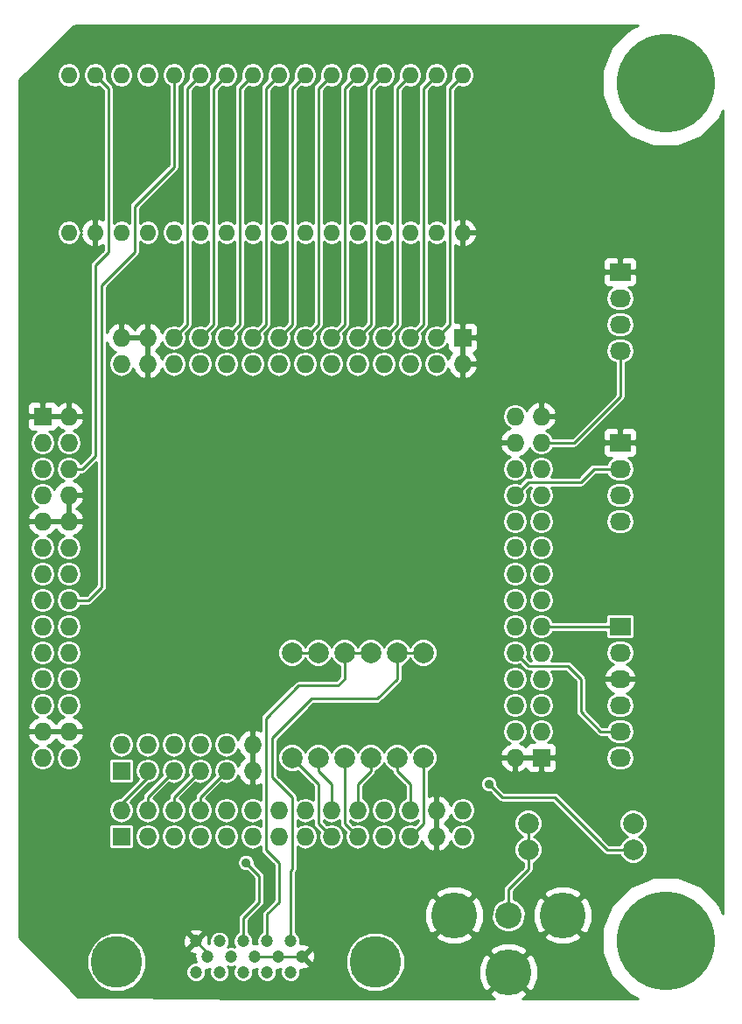
<source format=gbr>
G04 #@! TF.FileFunction,Copper,L2,Bot,Signal*
%FSLAX46Y46*%
G04 Gerber Fmt 4.6, Leading zero omitted, Abs format (unit mm)*
G04 Created by KiCad (PCBNEW (after 2015-mar-04 BZR unknown)-product) date 12/1/2016 2:15:56 PM*
%MOMM*%
G01*
G04 APERTURE LIST*
%ADD10C,0.150000*%
%ADD11C,9.525000*%
%ADD12R,1.727200X1.727200*%
%ADD13O,1.727200X1.727200*%
%ADD14O,1.600000X1.600000*%
%ADD15C,1.998980*%
%ADD16C,5.001260*%
%ADD17C,1.198880*%
%ADD18R,2.032000X1.727200*%
%ADD19O,2.032000X1.727200*%
%ADD20C,4.445000*%
%ADD21C,2.540000*%
%ADD22C,0.889000*%
%ADD23C,0.254000*%
G04 APERTURE END LIST*
D10*
D11*
X73000000Y-16000000D03*
X73000000Y-99000000D03*
D12*
X20320000Y-88900000D03*
D13*
X20320000Y-86360000D03*
X22860000Y-88900000D03*
X22860000Y-86360000D03*
X25400000Y-88900000D03*
X25400000Y-86360000D03*
X27940000Y-88900000D03*
X27940000Y-86360000D03*
X30480000Y-88900000D03*
X30480000Y-86360000D03*
X33020000Y-88900000D03*
X33020000Y-86360000D03*
X35560000Y-88900000D03*
X35560000Y-86360000D03*
X38100000Y-88900000D03*
X38100000Y-86360000D03*
X40640000Y-88900000D03*
X40640000Y-86360000D03*
X43180000Y-88900000D03*
X43180000Y-86360000D03*
X45720000Y-88900000D03*
X45720000Y-86360000D03*
X48260000Y-88900000D03*
X48260000Y-86360000D03*
X50800000Y-88900000D03*
X50800000Y-86360000D03*
X53340000Y-88900000D03*
X53340000Y-86360000D03*
D12*
X60960000Y-81280000D03*
D13*
X58420000Y-81280000D03*
X60960000Y-78740000D03*
X58420000Y-78740000D03*
X60960000Y-76200000D03*
X58420000Y-76200000D03*
X60960000Y-73660000D03*
X58420000Y-73660000D03*
X60960000Y-71120000D03*
X58420000Y-71120000D03*
X60960000Y-68580000D03*
X58420000Y-68580000D03*
X60960000Y-66040000D03*
X58420000Y-66040000D03*
X60960000Y-63500000D03*
X58420000Y-63500000D03*
X60960000Y-60960000D03*
X58420000Y-60960000D03*
X60960000Y-58420000D03*
X58420000Y-58420000D03*
X60960000Y-55880000D03*
X58420000Y-55880000D03*
X60960000Y-53340000D03*
X58420000Y-53340000D03*
X60960000Y-50800000D03*
X58420000Y-50800000D03*
X60960000Y-48260000D03*
X58420000Y-48260000D03*
D12*
X53340000Y-40640000D03*
D13*
X53340000Y-43180000D03*
X50800000Y-40640000D03*
X50800000Y-43180000D03*
X48260000Y-40640000D03*
X48260000Y-43180000D03*
X45720000Y-40640000D03*
X45720000Y-43180000D03*
X43180000Y-40640000D03*
X43180000Y-43180000D03*
X40640000Y-40640000D03*
X40640000Y-43180000D03*
X38100000Y-40640000D03*
X38100000Y-43180000D03*
X35560000Y-40640000D03*
X35560000Y-43180000D03*
X33020000Y-40640000D03*
X33020000Y-43180000D03*
X30480000Y-40640000D03*
X30480000Y-43180000D03*
X27940000Y-40640000D03*
X27940000Y-43180000D03*
X25400000Y-40640000D03*
X25400000Y-43180000D03*
X22860000Y-40640000D03*
X22860000Y-43180000D03*
X20320000Y-40640000D03*
X20320000Y-43180000D03*
D12*
X12700000Y-48260000D03*
D13*
X15240000Y-48260000D03*
X12700000Y-50800000D03*
X15240000Y-50800000D03*
X12700000Y-53340000D03*
X15240000Y-53340000D03*
X12700000Y-55880000D03*
X15240000Y-55880000D03*
X12700000Y-58420000D03*
X15240000Y-58420000D03*
X12700000Y-60960000D03*
X15240000Y-60960000D03*
X12700000Y-63500000D03*
X15240000Y-63500000D03*
X12700000Y-66040000D03*
X15240000Y-66040000D03*
X12700000Y-68580000D03*
X15240000Y-68580000D03*
X12700000Y-71120000D03*
X15240000Y-71120000D03*
X12700000Y-73660000D03*
X15240000Y-73660000D03*
X12700000Y-76200000D03*
X15240000Y-76200000D03*
X12700000Y-78740000D03*
X15240000Y-78740000D03*
X12700000Y-81280000D03*
X15240000Y-81280000D03*
D14*
X15240000Y-30480000D03*
X17780000Y-30480000D03*
X20320000Y-30480000D03*
X22860000Y-30480000D03*
X25400000Y-30480000D03*
X27940000Y-30480000D03*
X30480000Y-30480000D03*
X33020000Y-30480000D03*
X35560000Y-30480000D03*
X38100000Y-30480000D03*
X40640000Y-30480000D03*
X43180000Y-30480000D03*
X45720000Y-30480000D03*
X48260000Y-30480000D03*
X50800000Y-30480000D03*
X53340000Y-30480000D03*
X53340000Y-15240000D03*
X50800000Y-15240000D03*
X48260000Y-15240000D03*
X45720000Y-15240000D03*
X43180000Y-15240000D03*
X40640000Y-15240000D03*
X38100000Y-15240000D03*
X35560000Y-15240000D03*
X33020000Y-15240000D03*
X30480000Y-15240000D03*
X27940000Y-15240000D03*
X25400000Y-15240000D03*
X22860000Y-15240000D03*
X20320000Y-15240000D03*
X17780000Y-15240000D03*
X15240000Y-15240000D03*
D15*
X49530000Y-81280000D03*
X49530000Y-71120000D03*
X46990000Y-81280000D03*
X46990000Y-71120000D03*
X41910000Y-81280000D03*
X41910000Y-71120000D03*
X44450000Y-81280000D03*
X44450000Y-71120000D03*
X36830000Y-81280000D03*
X36830000Y-71120000D03*
X39370000Y-81280000D03*
X39370000Y-71120000D03*
D16*
X44879260Y-101033580D03*
D17*
X32118300Y-99034600D03*
X34404300Y-99034600D03*
X36695380Y-99034600D03*
X29824680Y-99034600D03*
X27536140Y-99034600D03*
X30970220Y-100533200D03*
X33258760Y-100533200D03*
X35549840Y-100533200D03*
X37840920Y-100533200D03*
D16*
X19890740Y-101033580D03*
D17*
X28679140Y-100533200D03*
X36695380Y-102034340D03*
X34404300Y-102034340D03*
X32115760Y-102031800D03*
X29824680Y-102034340D03*
X27536140Y-102034340D03*
D18*
X68580000Y-34290000D03*
D19*
X68580000Y-36830000D03*
X68580000Y-39370000D03*
X68580000Y-41910000D03*
D18*
X68580000Y-50800000D03*
D19*
X68580000Y-53340000D03*
X68580000Y-55880000D03*
X68580000Y-58420000D03*
D18*
X68580000Y-68580000D03*
D19*
X68580000Y-71120000D03*
X68580000Y-73660000D03*
X68580000Y-76200000D03*
X68580000Y-78740000D03*
X68580000Y-81280000D03*
D20*
X57785000Y-102031800D03*
X63030100Y-96520000D03*
X52539900Y-96520000D03*
D21*
X57785000Y-96520000D03*
D15*
X69850000Y-87630000D03*
X59690000Y-87630000D03*
X69850000Y-90170000D03*
X59690000Y-90170000D03*
D12*
X20320000Y-82550000D03*
D13*
X20320000Y-80010000D03*
X22860000Y-82550000D03*
X22860000Y-80010000D03*
X25400000Y-82550000D03*
X25400000Y-80010000D03*
X27940000Y-82550000D03*
X27940000Y-80010000D03*
X30480000Y-82550000D03*
X30480000Y-80010000D03*
X33020000Y-82550000D03*
X33020000Y-80010000D03*
D22*
X48260000Y-57150000D03*
X48260000Y-60325000D03*
X32385000Y-91440000D03*
X55880000Y-83820000D03*
D23*
X28679140Y-100177600D02*
X27536140Y-99034600D01*
X28679140Y-100533200D02*
X28679140Y-100177600D01*
X35549840Y-100533200D02*
X37840920Y-100533200D01*
X33258760Y-100533200D02*
X35549840Y-100533200D01*
X36830000Y-81280000D02*
X39370000Y-83820000D01*
X39370000Y-87630000D02*
X40640000Y-88900000D01*
X39370000Y-83820000D02*
X39370000Y-87630000D01*
X36830000Y-81280000D02*
X36830000Y-81915000D01*
X39370000Y-81280000D02*
X39370000Y-82550000D01*
X40640000Y-83820000D02*
X40640000Y-86360000D01*
X39370000Y-82550000D02*
X40640000Y-83820000D01*
X41910000Y-87630000D02*
X43180000Y-88900000D01*
X41910000Y-81280000D02*
X41910000Y-87630000D01*
X44450000Y-82550000D02*
X43180000Y-83820000D01*
X43180000Y-83820000D02*
X43180000Y-86360000D01*
X44450000Y-81280000D02*
X44450000Y-82550000D01*
X49530000Y-81280000D02*
X49530000Y-87630000D01*
X49530000Y-87630000D02*
X48260000Y-88900000D01*
X46990000Y-81280000D02*
X46990000Y-82550000D01*
X48260000Y-83820000D02*
X48260000Y-86360000D01*
X46990000Y-82550000D02*
X48260000Y-83820000D01*
X50800000Y-40640000D02*
X52070000Y-39370000D01*
X52070000Y-16510000D02*
X53340000Y-15240000D01*
X52070000Y-39370000D02*
X52070000Y-16510000D01*
X48260000Y-40640000D02*
X49530000Y-39370000D01*
X49530000Y-16510000D02*
X50800000Y-15240000D01*
X49530000Y-39370000D02*
X49530000Y-16510000D01*
X45720000Y-40640000D02*
X46990000Y-39370000D01*
X46990000Y-16510000D02*
X48260000Y-15240000D01*
X46990000Y-39370000D02*
X46990000Y-16510000D01*
X43180000Y-40640000D02*
X44450000Y-39370000D01*
X44450000Y-16510000D02*
X45720000Y-15240000D01*
X44450000Y-39370000D02*
X44450000Y-16510000D01*
X40640000Y-40640000D02*
X41910000Y-39370000D01*
X41910000Y-16510000D02*
X43180000Y-15240000D01*
X41910000Y-39370000D02*
X41910000Y-16510000D01*
X38100000Y-40640000D02*
X39370000Y-39370000D01*
X39370000Y-16510000D02*
X40640000Y-15240000D01*
X39370000Y-39370000D02*
X39370000Y-16510000D01*
X35560000Y-40640000D02*
X36830000Y-39370000D01*
X36830000Y-16510000D02*
X38100000Y-15240000D01*
X36830000Y-39370000D02*
X36830000Y-16510000D01*
X33020000Y-40640000D02*
X34290000Y-39370000D01*
X34290000Y-16510000D02*
X35560000Y-15240000D01*
X34290000Y-39370000D02*
X34290000Y-16510000D01*
X30480000Y-40640000D02*
X31750000Y-39370000D01*
X31750000Y-16510000D02*
X33020000Y-15240000D01*
X31750000Y-39370000D02*
X31750000Y-16510000D01*
X27940000Y-40640000D02*
X29210000Y-39370000D01*
X29210000Y-16510000D02*
X30480000Y-15240000D01*
X29210000Y-39370000D02*
X29210000Y-16510000D01*
X25400000Y-40640000D02*
X26670000Y-39370000D01*
X26670000Y-16510000D02*
X27940000Y-15240000D01*
X26670000Y-39370000D02*
X26670000Y-16510000D01*
X15240000Y-53340000D02*
X16510000Y-53340000D01*
X19050000Y-16510000D02*
X17780000Y-15240000D01*
X19050000Y-32385000D02*
X19050000Y-16510000D01*
X17780000Y-33655000D02*
X19050000Y-32385000D01*
X17780000Y-52070000D02*
X17780000Y-33655000D01*
X16510000Y-53340000D02*
X17780000Y-52070000D01*
X15240000Y-66040000D02*
X17145000Y-66040000D01*
X25400000Y-24130000D02*
X25400000Y-15240000D01*
X21590000Y-27940000D02*
X25400000Y-24130000D01*
X21590000Y-32385000D02*
X21590000Y-27940000D01*
X18415000Y-35560000D02*
X21590000Y-32385000D01*
X18415000Y-64770000D02*
X18415000Y-35560000D01*
X17145000Y-66040000D02*
X18415000Y-64770000D01*
X59690000Y-72390000D02*
X63500000Y-72390000D01*
X63500000Y-72390000D02*
X64770000Y-73660000D01*
X64770000Y-73660000D02*
X64770000Y-76835000D01*
X64770000Y-76835000D02*
X66675000Y-78740000D01*
X66675000Y-78740000D02*
X68580000Y-78740000D01*
X58420000Y-71120000D02*
X59690000Y-72390000D01*
X60960000Y-68580000D02*
X68580000Y-68580000D01*
X58420000Y-55880000D02*
X59690000Y-54610000D01*
X66040000Y-53340000D02*
X68580000Y-53340000D01*
X64770000Y-54610000D02*
X66040000Y-53340000D01*
X59690000Y-54610000D02*
X64770000Y-54610000D01*
X60960000Y-50800000D02*
X64135000Y-50800000D01*
X68580000Y-46355000D02*
X68580000Y-41910000D01*
X64135000Y-50800000D02*
X68580000Y-46355000D01*
X32118300Y-99034600D02*
X32118300Y-96786700D01*
X32118300Y-96786700D02*
X33655000Y-95250000D01*
X33655000Y-95250000D02*
X33655000Y-92710000D01*
X33655000Y-92710000D02*
X32385000Y-91440000D01*
X36830000Y-71120000D02*
X39370000Y-71120000D01*
X34404300Y-97155000D02*
X34404300Y-96405700D01*
X35560000Y-91440000D02*
X34290000Y-90170000D01*
X35560000Y-95250000D02*
X35560000Y-91440000D01*
X34404300Y-96405700D02*
X35560000Y-95250000D01*
X41910000Y-71120000D02*
X44450000Y-71120000D01*
X34290000Y-90170000D02*
X34290000Y-77470000D01*
X34290000Y-77470000D02*
X37465000Y-74295000D01*
X37465000Y-74295000D02*
X41275000Y-74295000D01*
X41275000Y-74295000D02*
X41910000Y-73660000D01*
X41910000Y-73660000D02*
X41910000Y-71120000D01*
X34404300Y-99034600D02*
X34404300Y-97155000D01*
X46990000Y-71120000D02*
X49530000Y-71120000D01*
X36695380Y-92209620D02*
X36830000Y-92075000D01*
X36830000Y-92075000D02*
X36830000Y-85090000D01*
X36830000Y-85090000D02*
X34925000Y-83185000D01*
X34925000Y-83185000D02*
X34925000Y-79375000D01*
X34925000Y-79375000D02*
X38735000Y-75565000D01*
X38735000Y-75565000D02*
X45085000Y-75565000D01*
X45085000Y-75565000D02*
X46990000Y-73660000D01*
X46990000Y-73660000D02*
X46990000Y-71120000D01*
X36695380Y-99034600D02*
X36695380Y-92209620D01*
X57785000Y-93980000D02*
X59690000Y-92075000D01*
X59690000Y-92075000D02*
X59690000Y-87630000D01*
X57785000Y-96520000D02*
X57785000Y-93980000D01*
X59690000Y-87630000D02*
X59690000Y-90170000D01*
X67310000Y-90170000D02*
X62230000Y-85090000D01*
X62230000Y-85090000D02*
X57150000Y-85090000D01*
X57150000Y-85090000D02*
X55880000Y-83820000D01*
X69850000Y-90170000D02*
X67310000Y-90170000D01*
X20320000Y-86360000D02*
X20320000Y-85725000D01*
X20320000Y-85725000D02*
X22860000Y-83185000D01*
X22860000Y-83185000D02*
X22860000Y-82550000D01*
X22860000Y-86360000D02*
X22860000Y-85090000D01*
X22860000Y-85090000D02*
X25400000Y-82550000D01*
X25400000Y-86360000D02*
X25400000Y-85090000D01*
X25400000Y-85090000D02*
X27940000Y-82550000D01*
X27940000Y-86360000D02*
X27940000Y-85090000D01*
X27940000Y-85090000D02*
X30480000Y-82550000D01*
X27940000Y-86360000D02*
X27940000Y-85725000D01*
X30480000Y-83185000D02*
X30480000Y-82550000D01*
G36*
X28872887Y-100547342D02*
X28693282Y-100726947D01*
X28679140Y-100712805D01*
X28664997Y-100726947D01*
X28485392Y-100547342D01*
X28499535Y-100533200D01*
X28485392Y-100519057D01*
X28664997Y-100339452D01*
X28679140Y-100353595D01*
X28693282Y-100339452D01*
X28872887Y-100519057D01*
X28858745Y-100533200D01*
X28872887Y-100547342D01*
X28872887Y-100547342D01*
G37*
X28872887Y-100547342D02*
X28693282Y-100726947D01*
X28679140Y-100712805D01*
X28664997Y-100726947D01*
X28485392Y-100547342D01*
X28499535Y-100533200D01*
X28485392Y-100519057D01*
X28664997Y-100339452D01*
X28679140Y-100353595D01*
X28693282Y-100339452D01*
X28872887Y-100519057D01*
X28858745Y-100533200D01*
X28872887Y-100547342D01*
G36*
X33452507Y-100547342D02*
X33272902Y-100726947D01*
X33258760Y-100712805D01*
X33244617Y-100726947D01*
X33065012Y-100547342D01*
X33079155Y-100533200D01*
X33065012Y-100519057D01*
X33244617Y-100339452D01*
X33258760Y-100353595D01*
X33272902Y-100339452D01*
X33452507Y-100519057D01*
X33438365Y-100533200D01*
X33452507Y-100547342D01*
X33452507Y-100547342D01*
G37*
X33452507Y-100547342D02*
X33272902Y-100726947D01*
X33258760Y-100712805D01*
X33244617Y-100726947D01*
X33065012Y-100547342D01*
X33079155Y-100533200D01*
X33065012Y-100519057D01*
X33244617Y-100339452D01*
X33258760Y-100353595D01*
X33272902Y-100339452D01*
X33452507Y-100519057D01*
X33438365Y-100533200D01*
X33452507Y-100547342D01*
G36*
X35743587Y-100547342D02*
X35563982Y-100726947D01*
X35549840Y-100712805D01*
X35535697Y-100726947D01*
X35356092Y-100547342D01*
X35370235Y-100533200D01*
X35356092Y-100519057D01*
X35535697Y-100339452D01*
X35549840Y-100353595D01*
X35563982Y-100339452D01*
X35743587Y-100519057D01*
X35729445Y-100533200D01*
X35743587Y-100547342D01*
X35743587Y-100547342D01*
G37*
X35743587Y-100547342D02*
X35563982Y-100726947D01*
X35549840Y-100712805D01*
X35535697Y-100726947D01*
X35356092Y-100547342D01*
X35370235Y-100533200D01*
X35356092Y-100519057D01*
X35535697Y-100339452D01*
X35549840Y-100353595D01*
X35563982Y-100339452D01*
X35743587Y-100519057D01*
X35729445Y-100533200D01*
X35743587Y-100547342D01*
G36*
X78569000Y-96348473D02*
X78224815Y-95515482D01*
X76493632Y-93781275D01*
X74230575Y-92841571D01*
X71780175Y-92839433D01*
X71230729Y-93066459D01*
X71230729Y-89896608D01*
X71021005Y-89389037D01*
X70633006Y-89000360D01*
X70391343Y-88900013D01*
X70630963Y-88801005D01*
X71019640Y-88413006D01*
X71230249Y-87905801D01*
X71230729Y-87356608D01*
X71021005Y-86849037D01*
X70633006Y-86460360D01*
X70231000Y-86293433D01*
X70231000Y-51789910D01*
X70231000Y-51537291D01*
X70231000Y-51085750D01*
X70231000Y-50514250D01*
X70231000Y-50062709D01*
X70231000Y-49810090D01*
X70231000Y-35279910D01*
X70231000Y-35027291D01*
X70231000Y-34575750D01*
X70231000Y-34004250D01*
X70231000Y-33552709D01*
X70231000Y-33300090D01*
X70134327Y-33066701D01*
X69955698Y-32888073D01*
X69722309Y-32791400D01*
X68865750Y-32791400D01*
X68707000Y-32950150D01*
X68707000Y-34163000D01*
X70072250Y-34163000D01*
X70231000Y-34004250D01*
X70231000Y-34575750D01*
X70072250Y-34417000D01*
X68707000Y-34417000D01*
X68707000Y-34437000D01*
X68453000Y-34437000D01*
X68453000Y-34417000D01*
X68453000Y-34163000D01*
X68453000Y-32950150D01*
X68294250Y-32791400D01*
X67437691Y-32791400D01*
X67204302Y-32888073D01*
X67025673Y-33066701D01*
X66929000Y-33300090D01*
X66929000Y-33552709D01*
X66929000Y-34004250D01*
X67087750Y-34163000D01*
X68453000Y-34163000D01*
X68453000Y-34417000D01*
X67087750Y-34417000D01*
X66929000Y-34575750D01*
X66929000Y-35027291D01*
X66929000Y-35279910D01*
X67025673Y-35513299D01*
X67204302Y-35691927D01*
X67437691Y-35788600D01*
X67761621Y-35788600D01*
X67520166Y-35949935D01*
X67250371Y-36353712D01*
X67155631Y-36830000D01*
X67250371Y-37306288D01*
X67520166Y-37710065D01*
X67923943Y-37979860D01*
X68400231Y-38074600D01*
X68759769Y-38074600D01*
X69236057Y-37979860D01*
X69639834Y-37710065D01*
X69909629Y-37306288D01*
X70004369Y-36830000D01*
X69909629Y-36353712D01*
X69639834Y-35949935D01*
X69398378Y-35788600D01*
X69722309Y-35788600D01*
X69955698Y-35691927D01*
X70134327Y-35513299D01*
X70231000Y-35279910D01*
X70231000Y-49810090D01*
X70134327Y-49576701D01*
X70004369Y-49446743D01*
X70004369Y-41910000D01*
X70004369Y-39370000D01*
X69909629Y-38893712D01*
X69639834Y-38489935D01*
X69236057Y-38220140D01*
X68759769Y-38125400D01*
X68400231Y-38125400D01*
X67923943Y-38220140D01*
X67520166Y-38489935D01*
X67250371Y-38893712D01*
X67155631Y-39370000D01*
X67250371Y-39846288D01*
X67520166Y-40250065D01*
X67923943Y-40519860D01*
X68400231Y-40614600D01*
X68759769Y-40614600D01*
X69236057Y-40519860D01*
X69639834Y-40250065D01*
X69909629Y-39846288D01*
X70004369Y-39370000D01*
X70004369Y-41910000D01*
X69909629Y-41433712D01*
X69639834Y-41029935D01*
X69236057Y-40760140D01*
X68759769Y-40665400D01*
X68400231Y-40665400D01*
X67923943Y-40760140D01*
X67520166Y-41029935D01*
X67250371Y-41433712D01*
X67155631Y-41910000D01*
X67250371Y-42386288D01*
X67520166Y-42790065D01*
X67923943Y-43059860D01*
X68072000Y-43089310D01*
X68072000Y-46144580D01*
X63924580Y-50292000D01*
X62113053Y-50292000D01*
X61864448Y-49919935D01*
X61460671Y-49650140D01*
X61458338Y-49649676D01*
X61848490Y-49466821D01*
X62242688Y-49034947D01*
X62414958Y-48619026D01*
X62414958Y-47900974D01*
X62242688Y-47485053D01*
X61848490Y-47053179D01*
X61319027Y-46805032D01*
X61087000Y-46925531D01*
X61087000Y-48133000D01*
X62293817Y-48133000D01*
X62414958Y-47900974D01*
X62414958Y-48619026D01*
X62293817Y-48387000D01*
X61087000Y-48387000D01*
X61087000Y-48407000D01*
X60833000Y-48407000D01*
X60833000Y-48387000D01*
X60813000Y-48387000D01*
X60813000Y-48133000D01*
X60833000Y-48133000D01*
X60833000Y-46925531D01*
X60600973Y-46805032D01*
X60071510Y-47053179D01*
X59677312Y-47485053D01*
X59569159Y-47746171D01*
X59324448Y-47379935D01*
X58920671Y-47110140D01*
X58444383Y-47015400D01*
X58395617Y-47015400D01*
X57919329Y-47110140D01*
X57515552Y-47379935D01*
X57245757Y-47783712D01*
X57151017Y-48260000D01*
X57245757Y-48736288D01*
X57515552Y-49140065D01*
X57919329Y-49409860D01*
X57921661Y-49410323D01*
X57531510Y-49593179D01*
X57137312Y-50025053D01*
X56965042Y-50440974D01*
X57086183Y-50673000D01*
X58293000Y-50673000D01*
X58293000Y-50653000D01*
X58547000Y-50653000D01*
X58547000Y-50673000D01*
X58567000Y-50673000D01*
X58567000Y-50927000D01*
X58547000Y-50927000D01*
X58547000Y-50947000D01*
X58293000Y-50947000D01*
X58293000Y-50927000D01*
X57086183Y-50927000D01*
X56965042Y-51159026D01*
X57137312Y-51574947D01*
X57531510Y-52006821D01*
X57921661Y-52189676D01*
X57919329Y-52190140D01*
X57515552Y-52459935D01*
X57245757Y-52863712D01*
X57151017Y-53340000D01*
X57245757Y-53816288D01*
X57515552Y-54220065D01*
X57919329Y-54489860D01*
X58395617Y-54584600D01*
X58444383Y-54584600D01*
X58920671Y-54489860D01*
X59324448Y-54220065D01*
X59594243Y-53816288D01*
X59688983Y-53340000D01*
X59594243Y-52863712D01*
X59324448Y-52459935D01*
X58920671Y-52190140D01*
X58918338Y-52189676D01*
X59308490Y-52006821D01*
X59702688Y-51574947D01*
X59810840Y-51313828D01*
X60055552Y-51680065D01*
X60459329Y-51949860D01*
X60935617Y-52044600D01*
X60984383Y-52044600D01*
X61460671Y-51949860D01*
X61864448Y-51680065D01*
X62113053Y-51308000D01*
X64135000Y-51308000D01*
X64329403Y-51269331D01*
X64494210Y-51159210D01*
X68939210Y-46714210D01*
X69049331Y-46549404D01*
X69049331Y-46549403D01*
X69055746Y-46517150D01*
X69087999Y-46355000D01*
X69088000Y-46355000D01*
X69088000Y-43089310D01*
X69236057Y-43059860D01*
X69639834Y-42790065D01*
X69909629Y-42386288D01*
X70004369Y-41910000D01*
X70004369Y-49446743D01*
X69955698Y-49398073D01*
X69722309Y-49301400D01*
X68865750Y-49301400D01*
X68707000Y-49460150D01*
X68707000Y-50673000D01*
X70072250Y-50673000D01*
X70231000Y-50514250D01*
X70231000Y-51085750D01*
X70072250Y-50927000D01*
X68707000Y-50927000D01*
X68707000Y-50947000D01*
X68453000Y-50947000D01*
X68453000Y-50927000D01*
X68453000Y-50673000D01*
X68453000Y-49460150D01*
X68294250Y-49301400D01*
X67437691Y-49301400D01*
X67204302Y-49398073D01*
X67025673Y-49576701D01*
X66929000Y-49810090D01*
X66929000Y-50062709D01*
X66929000Y-50514250D01*
X67087750Y-50673000D01*
X68453000Y-50673000D01*
X68453000Y-50927000D01*
X67087750Y-50927000D01*
X66929000Y-51085750D01*
X66929000Y-51537291D01*
X66929000Y-51789910D01*
X67025673Y-52023299D01*
X67204302Y-52201927D01*
X67437691Y-52298600D01*
X67761621Y-52298600D01*
X67520166Y-52459935D01*
X67271560Y-52832000D01*
X66040000Y-52832000D01*
X65877849Y-52864253D01*
X65845596Y-52870669D01*
X65680790Y-52980790D01*
X64559580Y-54102000D01*
X61943336Y-54102000D01*
X62134243Y-53816288D01*
X62228983Y-53340000D01*
X62134243Y-52863712D01*
X61864448Y-52459935D01*
X61460671Y-52190140D01*
X60984383Y-52095400D01*
X60935617Y-52095400D01*
X60459329Y-52190140D01*
X60055552Y-52459935D01*
X59785757Y-52863712D01*
X59691017Y-53340000D01*
X59785757Y-53816288D01*
X59976663Y-54102000D01*
X59690000Y-54102000D01*
X59527849Y-54134253D01*
X59495596Y-54140669D01*
X59330790Y-54250790D01*
X58862926Y-54718653D01*
X58444383Y-54635400D01*
X58395617Y-54635400D01*
X57919329Y-54730140D01*
X57515552Y-54999935D01*
X57245757Y-55403712D01*
X57151017Y-55880000D01*
X57245757Y-56356288D01*
X57515552Y-56760065D01*
X57919329Y-57029860D01*
X58395617Y-57124600D01*
X58444383Y-57124600D01*
X58920671Y-57029860D01*
X59324448Y-56760065D01*
X59594243Y-56356288D01*
X59688983Y-55880000D01*
X59597638Y-55420781D01*
X59900420Y-55118000D01*
X59976663Y-55118000D01*
X59785757Y-55403712D01*
X59691017Y-55880000D01*
X59785757Y-56356288D01*
X60055552Y-56760065D01*
X60459329Y-57029860D01*
X60935617Y-57124600D01*
X60984383Y-57124600D01*
X61460671Y-57029860D01*
X61864448Y-56760065D01*
X62134243Y-56356288D01*
X62228983Y-55880000D01*
X62134243Y-55403712D01*
X61943336Y-55118000D01*
X64770000Y-55118000D01*
X64964403Y-55079331D01*
X65129210Y-54969210D01*
X66250420Y-53848000D01*
X67271560Y-53848000D01*
X67520166Y-54220065D01*
X67923943Y-54489860D01*
X68400231Y-54584600D01*
X68759769Y-54584600D01*
X69236057Y-54489860D01*
X69639834Y-54220065D01*
X69909629Y-53816288D01*
X70004369Y-53340000D01*
X69909629Y-52863712D01*
X69639834Y-52459935D01*
X69398378Y-52298600D01*
X69722309Y-52298600D01*
X69955698Y-52201927D01*
X70134327Y-52023299D01*
X70231000Y-51789910D01*
X70231000Y-86293433D01*
X70187358Y-86275311D01*
X70187358Y-74019026D01*
X70187358Y-73300974D01*
X70184709Y-73285209D01*
X69930732Y-72757964D01*
X69494320Y-72368046D01*
X69221757Y-72272704D01*
X69236057Y-72269860D01*
X69639834Y-72000065D01*
X69909629Y-71596288D01*
X70004369Y-71120000D01*
X70004369Y-58420000D01*
X70004369Y-55880000D01*
X69909629Y-55403712D01*
X69639834Y-54999935D01*
X69236057Y-54730140D01*
X68759769Y-54635400D01*
X68400231Y-54635400D01*
X67923943Y-54730140D01*
X67520166Y-54999935D01*
X67250371Y-55403712D01*
X67155631Y-55880000D01*
X67250371Y-56356288D01*
X67520166Y-56760065D01*
X67923943Y-57029860D01*
X68400231Y-57124600D01*
X68759769Y-57124600D01*
X69236057Y-57029860D01*
X69639834Y-56760065D01*
X69909629Y-56356288D01*
X70004369Y-55880000D01*
X70004369Y-58420000D01*
X69909629Y-57943712D01*
X69639834Y-57539935D01*
X69236057Y-57270140D01*
X68759769Y-57175400D01*
X68400231Y-57175400D01*
X67923943Y-57270140D01*
X67520166Y-57539935D01*
X67250371Y-57943712D01*
X67155631Y-58420000D01*
X67250371Y-58896288D01*
X67520166Y-59300065D01*
X67923943Y-59569860D01*
X68400231Y-59664600D01*
X68759769Y-59664600D01*
X69236057Y-59569860D01*
X69639834Y-59300065D01*
X69909629Y-58896288D01*
X70004369Y-58420000D01*
X70004369Y-71120000D01*
X69984464Y-71019931D01*
X69984464Y-69443600D01*
X69984464Y-67716400D01*
X69956278Y-67571126D01*
X69872404Y-67443444D01*
X69745784Y-67357974D01*
X69596000Y-67327936D01*
X67564000Y-67327936D01*
X67418726Y-67356122D01*
X67291044Y-67439996D01*
X67205574Y-67566616D01*
X67175536Y-67716400D01*
X67175536Y-68072000D01*
X62228983Y-68072000D01*
X62228983Y-66040000D01*
X62228983Y-63500000D01*
X62228983Y-60960000D01*
X62228983Y-58420000D01*
X62134243Y-57943712D01*
X61864448Y-57539935D01*
X61460671Y-57270140D01*
X60984383Y-57175400D01*
X60935617Y-57175400D01*
X60459329Y-57270140D01*
X60055552Y-57539935D01*
X59785757Y-57943712D01*
X59691017Y-58420000D01*
X59785757Y-58896288D01*
X60055552Y-59300065D01*
X60459329Y-59569860D01*
X60935617Y-59664600D01*
X60984383Y-59664600D01*
X61460671Y-59569860D01*
X61864448Y-59300065D01*
X62134243Y-58896288D01*
X62228983Y-58420000D01*
X62228983Y-60960000D01*
X62134243Y-60483712D01*
X61864448Y-60079935D01*
X61460671Y-59810140D01*
X60984383Y-59715400D01*
X60935617Y-59715400D01*
X60459329Y-59810140D01*
X60055552Y-60079935D01*
X59785757Y-60483712D01*
X59691017Y-60960000D01*
X59785757Y-61436288D01*
X60055552Y-61840065D01*
X60459329Y-62109860D01*
X60935617Y-62204600D01*
X60984383Y-62204600D01*
X61460671Y-62109860D01*
X61864448Y-61840065D01*
X62134243Y-61436288D01*
X62228983Y-60960000D01*
X62228983Y-63500000D01*
X62134243Y-63023712D01*
X61864448Y-62619935D01*
X61460671Y-62350140D01*
X60984383Y-62255400D01*
X60935617Y-62255400D01*
X60459329Y-62350140D01*
X60055552Y-62619935D01*
X59785757Y-63023712D01*
X59691017Y-63500000D01*
X59785757Y-63976288D01*
X60055552Y-64380065D01*
X60459329Y-64649860D01*
X60935617Y-64744600D01*
X60984383Y-64744600D01*
X61460671Y-64649860D01*
X61864448Y-64380065D01*
X62134243Y-63976288D01*
X62228983Y-63500000D01*
X62228983Y-66040000D01*
X62134243Y-65563712D01*
X61864448Y-65159935D01*
X61460671Y-64890140D01*
X60984383Y-64795400D01*
X60935617Y-64795400D01*
X60459329Y-64890140D01*
X60055552Y-65159935D01*
X59785757Y-65563712D01*
X59691017Y-66040000D01*
X59785757Y-66516288D01*
X60055552Y-66920065D01*
X60459329Y-67189860D01*
X60935617Y-67284600D01*
X60984383Y-67284600D01*
X61460671Y-67189860D01*
X61864448Y-66920065D01*
X62134243Y-66516288D01*
X62228983Y-66040000D01*
X62228983Y-68072000D01*
X62113053Y-68072000D01*
X61864448Y-67699935D01*
X61460671Y-67430140D01*
X60984383Y-67335400D01*
X60935617Y-67335400D01*
X60459329Y-67430140D01*
X60055552Y-67699935D01*
X59785757Y-68103712D01*
X59691017Y-68580000D01*
X59785757Y-69056288D01*
X60055552Y-69460065D01*
X60459329Y-69729860D01*
X60935617Y-69824600D01*
X60984383Y-69824600D01*
X61460671Y-69729860D01*
X61864448Y-69460065D01*
X62113053Y-69088000D01*
X67175536Y-69088000D01*
X67175536Y-69443600D01*
X67203722Y-69588874D01*
X67287596Y-69716556D01*
X67414216Y-69802026D01*
X67564000Y-69832064D01*
X69596000Y-69832064D01*
X69741274Y-69803878D01*
X69868956Y-69720004D01*
X69954426Y-69593384D01*
X69984464Y-69443600D01*
X69984464Y-71019931D01*
X69909629Y-70643712D01*
X69639834Y-70239935D01*
X69236057Y-69970140D01*
X68759769Y-69875400D01*
X68400231Y-69875400D01*
X67923943Y-69970140D01*
X67520166Y-70239935D01*
X67250371Y-70643712D01*
X67155631Y-71120000D01*
X67250371Y-71596288D01*
X67520166Y-72000065D01*
X67923943Y-72269860D01*
X67938242Y-72272704D01*
X67665680Y-72368046D01*
X67229268Y-72757964D01*
X66975291Y-73285209D01*
X66972642Y-73300974D01*
X67093783Y-73533000D01*
X68453000Y-73533000D01*
X68453000Y-73513000D01*
X68707000Y-73513000D01*
X68707000Y-73533000D01*
X70066217Y-73533000D01*
X70187358Y-73300974D01*
X70187358Y-74019026D01*
X70066217Y-73787000D01*
X68707000Y-73787000D01*
X68707000Y-73807000D01*
X68453000Y-73807000D01*
X68453000Y-73787000D01*
X67093783Y-73787000D01*
X66972642Y-74019026D01*
X66975291Y-74034791D01*
X67229268Y-74562036D01*
X67665680Y-74951954D01*
X67938242Y-75047295D01*
X67923943Y-75050140D01*
X67520166Y-75319935D01*
X67250371Y-75723712D01*
X67155631Y-76200000D01*
X67250371Y-76676288D01*
X67520166Y-77080065D01*
X67923943Y-77349860D01*
X68400231Y-77444600D01*
X68759769Y-77444600D01*
X69236057Y-77349860D01*
X69639834Y-77080065D01*
X69909629Y-76676288D01*
X70004369Y-76200000D01*
X69909629Y-75723712D01*
X69639834Y-75319935D01*
X69236057Y-75050140D01*
X69221757Y-75047295D01*
X69494320Y-74951954D01*
X69930732Y-74562036D01*
X70184709Y-74034791D01*
X70187358Y-74019026D01*
X70187358Y-86275311D01*
X70125801Y-86249751D01*
X70004369Y-86249644D01*
X70004369Y-81280000D01*
X70004369Y-78740000D01*
X69909629Y-78263712D01*
X69639834Y-77859935D01*
X69236057Y-77590140D01*
X68759769Y-77495400D01*
X68400231Y-77495400D01*
X67923943Y-77590140D01*
X67520166Y-77859935D01*
X67271560Y-78232000D01*
X66885420Y-78232000D01*
X65278000Y-76624580D01*
X65278000Y-73660000D01*
X65245746Y-73497849D01*
X65239331Y-73465597D01*
X65239331Y-73465596D01*
X65129210Y-73300790D01*
X63859210Y-72030790D01*
X63694403Y-71920669D01*
X63500000Y-71882000D01*
X61943336Y-71882000D01*
X62134243Y-71596288D01*
X62228983Y-71120000D01*
X62134243Y-70643712D01*
X61864448Y-70239935D01*
X61460671Y-69970140D01*
X60984383Y-69875400D01*
X60935617Y-69875400D01*
X60459329Y-69970140D01*
X60055552Y-70239935D01*
X59785757Y-70643712D01*
X59691017Y-71120000D01*
X59785757Y-71596288D01*
X59976663Y-71882000D01*
X59900420Y-71882000D01*
X59597638Y-71579218D01*
X59688983Y-71120000D01*
X59688983Y-68580000D01*
X59688983Y-66040000D01*
X59688983Y-63500000D01*
X59688983Y-60960000D01*
X59688983Y-58420000D01*
X59594243Y-57943712D01*
X59324448Y-57539935D01*
X58920671Y-57270140D01*
X58444383Y-57175400D01*
X58395617Y-57175400D01*
X57919329Y-57270140D01*
X57515552Y-57539935D01*
X57245757Y-57943712D01*
X57151017Y-58420000D01*
X57245757Y-58896288D01*
X57515552Y-59300065D01*
X57919329Y-59569860D01*
X58395617Y-59664600D01*
X58444383Y-59664600D01*
X58920671Y-59569860D01*
X59324448Y-59300065D01*
X59594243Y-58896288D01*
X59688983Y-58420000D01*
X59688983Y-60960000D01*
X59594243Y-60483712D01*
X59324448Y-60079935D01*
X58920671Y-59810140D01*
X58444383Y-59715400D01*
X58395617Y-59715400D01*
X57919329Y-59810140D01*
X57515552Y-60079935D01*
X57245757Y-60483712D01*
X57151017Y-60960000D01*
X57245757Y-61436288D01*
X57515552Y-61840065D01*
X57919329Y-62109860D01*
X58395617Y-62204600D01*
X58444383Y-62204600D01*
X58920671Y-62109860D01*
X59324448Y-61840065D01*
X59594243Y-61436288D01*
X59688983Y-60960000D01*
X59688983Y-63500000D01*
X59594243Y-63023712D01*
X59324448Y-62619935D01*
X58920671Y-62350140D01*
X58444383Y-62255400D01*
X58395617Y-62255400D01*
X57919329Y-62350140D01*
X57515552Y-62619935D01*
X57245757Y-63023712D01*
X57151017Y-63500000D01*
X57245757Y-63976288D01*
X57515552Y-64380065D01*
X57919329Y-64649860D01*
X58395617Y-64744600D01*
X58444383Y-64744600D01*
X58920671Y-64649860D01*
X59324448Y-64380065D01*
X59594243Y-63976288D01*
X59688983Y-63500000D01*
X59688983Y-66040000D01*
X59594243Y-65563712D01*
X59324448Y-65159935D01*
X58920671Y-64890140D01*
X58444383Y-64795400D01*
X58395617Y-64795400D01*
X57919329Y-64890140D01*
X57515552Y-65159935D01*
X57245757Y-65563712D01*
X57151017Y-66040000D01*
X57245757Y-66516288D01*
X57515552Y-66920065D01*
X57919329Y-67189860D01*
X58395617Y-67284600D01*
X58444383Y-67284600D01*
X58920671Y-67189860D01*
X59324448Y-66920065D01*
X59594243Y-66516288D01*
X59688983Y-66040000D01*
X59688983Y-68580000D01*
X59594243Y-68103712D01*
X59324448Y-67699935D01*
X58920671Y-67430140D01*
X58444383Y-67335400D01*
X58395617Y-67335400D01*
X57919329Y-67430140D01*
X57515552Y-67699935D01*
X57245757Y-68103712D01*
X57151017Y-68580000D01*
X57245757Y-69056288D01*
X57515552Y-69460065D01*
X57919329Y-69729860D01*
X58395617Y-69824600D01*
X58444383Y-69824600D01*
X58920671Y-69729860D01*
X59324448Y-69460065D01*
X59594243Y-69056288D01*
X59688983Y-68580000D01*
X59688983Y-71120000D01*
X59594243Y-70643712D01*
X59324448Y-70239935D01*
X58920671Y-69970140D01*
X58444383Y-69875400D01*
X58395617Y-69875400D01*
X57919329Y-69970140D01*
X57515552Y-70239935D01*
X57245757Y-70643712D01*
X57151017Y-71120000D01*
X57245757Y-71596288D01*
X57515552Y-72000065D01*
X57919329Y-72269860D01*
X58395617Y-72364600D01*
X58444383Y-72364600D01*
X58862926Y-72281346D01*
X59330790Y-72749210D01*
X59495596Y-72859331D01*
X59495597Y-72859331D01*
X59527849Y-72865746D01*
X59690000Y-72898000D01*
X59976663Y-72898000D01*
X59785757Y-73183712D01*
X59691017Y-73660000D01*
X59785757Y-74136288D01*
X60055552Y-74540065D01*
X60459329Y-74809860D01*
X60935617Y-74904600D01*
X60984383Y-74904600D01*
X61460671Y-74809860D01*
X61864448Y-74540065D01*
X62134243Y-74136288D01*
X62228983Y-73660000D01*
X62134243Y-73183712D01*
X61943336Y-72898000D01*
X63289580Y-72898000D01*
X64262000Y-73870420D01*
X64262000Y-76835000D01*
X64300669Y-77029403D01*
X64410790Y-77194210D01*
X66315790Y-79099210D01*
X66480597Y-79209331D01*
X66675000Y-79248000D01*
X67271560Y-79248000D01*
X67520166Y-79620065D01*
X67923943Y-79889860D01*
X68400231Y-79984600D01*
X68759769Y-79984600D01*
X69236057Y-79889860D01*
X69639834Y-79620065D01*
X69909629Y-79216288D01*
X70004369Y-78740000D01*
X70004369Y-81280000D01*
X69909629Y-80803712D01*
X69639834Y-80399935D01*
X69236057Y-80130140D01*
X68759769Y-80035400D01*
X68400231Y-80035400D01*
X67923943Y-80130140D01*
X67520166Y-80399935D01*
X67250371Y-80803712D01*
X67155631Y-81280000D01*
X67250371Y-81756288D01*
X67520166Y-82160065D01*
X67923943Y-82429860D01*
X68400231Y-82524600D01*
X68759769Y-82524600D01*
X69236057Y-82429860D01*
X69639834Y-82160065D01*
X69909629Y-81756288D01*
X70004369Y-81280000D01*
X70004369Y-86249644D01*
X69576608Y-86249271D01*
X69069037Y-86458995D01*
X68680360Y-86846994D01*
X68469751Y-87354199D01*
X68469271Y-87903392D01*
X68678995Y-88410963D01*
X69066994Y-88799640D01*
X69308656Y-88899986D01*
X69069037Y-88998995D01*
X68680360Y-89386994D01*
X68566168Y-89662000D01*
X67520420Y-89662000D01*
X62589210Y-84730790D01*
X62458600Y-84643518D01*
X62458600Y-82269910D01*
X62458600Y-82017291D01*
X62458600Y-81565750D01*
X62458600Y-80994250D01*
X62458600Y-80542709D01*
X62458600Y-80290090D01*
X62361927Y-80056701D01*
X62183298Y-79878073D01*
X61949909Y-79781400D01*
X61622992Y-79781400D01*
X61864448Y-79620065D01*
X62134243Y-79216288D01*
X62228983Y-78740000D01*
X62228983Y-76200000D01*
X62134243Y-75723712D01*
X61864448Y-75319935D01*
X61460671Y-75050140D01*
X60984383Y-74955400D01*
X60935617Y-74955400D01*
X60459329Y-75050140D01*
X60055552Y-75319935D01*
X59785757Y-75723712D01*
X59691017Y-76200000D01*
X59785757Y-76676288D01*
X60055552Y-77080065D01*
X60459329Y-77349860D01*
X60935617Y-77444600D01*
X60984383Y-77444600D01*
X61460671Y-77349860D01*
X61864448Y-77080065D01*
X62134243Y-76676288D01*
X62228983Y-76200000D01*
X62228983Y-78740000D01*
X62134243Y-78263712D01*
X61864448Y-77859935D01*
X61460671Y-77590140D01*
X60984383Y-77495400D01*
X60935617Y-77495400D01*
X60459329Y-77590140D01*
X60055552Y-77859935D01*
X59785757Y-78263712D01*
X59691017Y-78740000D01*
X59785757Y-79216288D01*
X60055552Y-79620065D01*
X60297007Y-79781400D01*
X59970091Y-79781400D01*
X59736702Y-79878073D01*
X59558073Y-80056701D01*
X59475471Y-80256119D01*
X59308490Y-80073179D01*
X58918338Y-79890323D01*
X58920671Y-79889860D01*
X59324448Y-79620065D01*
X59594243Y-79216288D01*
X59688983Y-78740000D01*
X59688983Y-76200000D01*
X59688983Y-73660000D01*
X59594243Y-73183712D01*
X59324448Y-72779935D01*
X58920671Y-72510140D01*
X58444383Y-72415400D01*
X58395617Y-72415400D01*
X57919329Y-72510140D01*
X57515552Y-72779935D01*
X57245757Y-73183712D01*
X57151017Y-73660000D01*
X57245757Y-74136288D01*
X57515552Y-74540065D01*
X57919329Y-74809860D01*
X58395617Y-74904600D01*
X58444383Y-74904600D01*
X58920671Y-74809860D01*
X59324448Y-74540065D01*
X59594243Y-74136288D01*
X59688983Y-73660000D01*
X59688983Y-76200000D01*
X59594243Y-75723712D01*
X59324448Y-75319935D01*
X58920671Y-75050140D01*
X58444383Y-74955400D01*
X58395617Y-74955400D01*
X57919329Y-75050140D01*
X57515552Y-75319935D01*
X57245757Y-75723712D01*
X57151017Y-76200000D01*
X57245757Y-76676288D01*
X57515552Y-77080065D01*
X57919329Y-77349860D01*
X58395617Y-77444600D01*
X58444383Y-77444600D01*
X58920671Y-77349860D01*
X59324448Y-77080065D01*
X59594243Y-76676288D01*
X59688983Y-76200000D01*
X59688983Y-78740000D01*
X59594243Y-78263712D01*
X59324448Y-77859935D01*
X58920671Y-77590140D01*
X58444383Y-77495400D01*
X58395617Y-77495400D01*
X57919329Y-77590140D01*
X57515552Y-77859935D01*
X57245757Y-78263712D01*
X57151017Y-78740000D01*
X57245757Y-79216288D01*
X57515552Y-79620065D01*
X57919329Y-79889860D01*
X57921661Y-79890323D01*
X57531510Y-80073179D01*
X57137312Y-80505053D01*
X56965042Y-80920974D01*
X57086183Y-81153000D01*
X58293000Y-81153000D01*
X58293000Y-81133000D01*
X58547000Y-81133000D01*
X58547000Y-81153000D01*
X59620150Y-81153000D01*
X59753817Y-81153000D01*
X60833000Y-81153000D01*
X60833000Y-81133000D01*
X61087000Y-81133000D01*
X61087000Y-81153000D01*
X62299850Y-81153000D01*
X62458600Y-80994250D01*
X62458600Y-81565750D01*
X62299850Y-81407000D01*
X61087000Y-81407000D01*
X61087000Y-82619850D01*
X61245750Y-82778600D01*
X61949909Y-82778600D01*
X62183298Y-82681927D01*
X62361927Y-82503299D01*
X62458600Y-82269910D01*
X62458600Y-84643518D01*
X62424403Y-84620669D01*
X62230000Y-84582000D01*
X60833000Y-84582000D01*
X60833000Y-82619850D01*
X60833000Y-81407000D01*
X59753817Y-81407000D01*
X59620150Y-81407000D01*
X58547000Y-81407000D01*
X58547000Y-82614469D01*
X58779027Y-82734968D01*
X59308490Y-82486821D01*
X59475471Y-82303880D01*
X59558073Y-82503299D01*
X59736702Y-82681927D01*
X59970091Y-82778600D01*
X60674250Y-82778600D01*
X60833000Y-82619850D01*
X60833000Y-84582000D01*
X58293000Y-84582000D01*
X58293000Y-82614469D01*
X58293000Y-81407000D01*
X57086183Y-81407000D01*
X56965042Y-81639026D01*
X57137312Y-82054947D01*
X57531510Y-82486821D01*
X58060973Y-82734968D01*
X58293000Y-82614469D01*
X58293000Y-84582000D01*
X57360420Y-84582000D01*
X56705407Y-83926987D01*
X56705643Y-83656518D01*
X56580233Y-83353002D01*
X56348219Y-83120583D01*
X56044923Y-82994643D01*
X55716518Y-82994357D01*
X55413002Y-83119767D01*
X55180583Y-83351781D01*
X55054643Y-83655077D01*
X55054357Y-83983482D01*
X55179767Y-84286998D01*
X55411781Y-84519417D01*
X55715077Y-84645357D01*
X55987173Y-84645593D01*
X56790790Y-85449210D01*
X56955596Y-85559331D01*
X56955597Y-85559331D01*
X56987849Y-85565746D01*
X57150000Y-85598000D01*
X62019580Y-85598000D01*
X66950790Y-90529210D01*
X67115597Y-90639331D01*
X67310000Y-90678000D01*
X68566209Y-90678000D01*
X68678995Y-90950963D01*
X69066994Y-91339640D01*
X69574199Y-91550249D01*
X70123392Y-91550729D01*
X70630963Y-91341005D01*
X71019640Y-90953006D01*
X71230249Y-90445801D01*
X71230729Y-89896608D01*
X71230729Y-93066459D01*
X69515482Y-93775185D01*
X67781275Y-95506368D01*
X66841571Y-97769425D01*
X66839433Y-100219825D01*
X67775185Y-102484518D01*
X69506368Y-104218725D01*
X70349923Y-104569000D01*
X65890037Y-104569000D01*
X65890037Y-97076002D01*
X65885109Y-95939228D01*
X65459565Y-94911871D01*
X65065721Y-94663984D01*
X64886116Y-94843589D01*
X64886116Y-94484379D01*
X64638229Y-94090535D01*
X63586102Y-93660063D01*
X62449328Y-93664991D01*
X61421971Y-94090535D01*
X61174084Y-94484379D01*
X63030100Y-96340395D01*
X64886116Y-94484379D01*
X64886116Y-94843589D01*
X63209705Y-96520000D01*
X65065721Y-98376016D01*
X65459565Y-98128129D01*
X65890037Y-97076002D01*
X65890037Y-104569000D01*
X64886116Y-104569000D01*
X64886116Y-98555621D01*
X63030100Y-96699605D01*
X62850495Y-96879210D01*
X62850495Y-96520000D01*
X61070729Y-94740234D01*
X61070729Y-89896608D01*
X60861005Y-89389037D01*
X60473006Y-89000360D01*
X60231343Y-88900013D01*
X60470963Y-88801005D01*
X60859640Y-88413006D01*
X61070249Y-87905801D01*
X61070729Y-87356608D01*
X60861005Y-86849037D01*
X60473006Y-86460360D01*
X59965801Y-86249751D01*
X59416608Y-86249271D01*
X58909037Y-86458995D01*
X58520360Y-86846994D01*
X58309751Y-87354199D01*
X58309271Y-87903392D01*
X58518995Y-88410963D01*
X58906994Y-88799640D01*
X59148656Y-88899986D01*
X58909037Y-88998995D01*
X58520360Y-89386994D01*
X58309751Y-89894199D01*
X58309271Y-90443392D01*
X58518995Y-90950963D01*
X58906994Y-91339640D01*
X59182000Y-91453831D01*
X59182000Y-91864580D01*
X57425790Y-93620790D01*
X57315669Y-93785597D01*
X57277000Y-93980000D01*
X57277000Y-94943516D01*
X56851005Y-95119534D01*
X56386166Y-95583563D01*
X56134287Y-96190155D01*
X56133714Y-96846963D01*
X56384534Y-97453995D01*
X56848563Y-97918834D01*
X57455155Y-98170713D01*
X58111963Y-98171286D01*
X58718995Y-97920466D01*
X59183834Y-97456437D01*
X59435713Y-96849845D01*
X59436286Y-96193037D01*
X59185466Y-95586005D01*
X58721437Y-95121166D01*
X58293000Y-94943263D01*
X58293000Y-94190420D01*
X60049210Y-92434210D01*
X60159331Y-92269403D01*
X60198000Y-92075000D01*
X60198000Y-91453790D01*
X60470963Y-91341005D01*
X60859640Y-90953006D01*
X61070249Y-90445801D01*
X61070729Y-89896608D01*
X61070729Y-94740234D01*
X60994479Y-94663984D01*
X60600635Y-94911871D01*
X60170163Y-95963998D01*
X60175091Y-97100772D01*
X60600635Y-98128129D01*
X60994479Y-98376016D01*
X62850495Y-96520000D01*
X62850495Y-96879210D01*
X61174084Y-98555621D01*
X61421971Y-98949465D01*
X62474098Y-99379937D01*
X63610872Y-99375009D01*
X64638229Y-98949465D01*
X64886116Y-98555621D01*
X64886116Y-104569000D01*
X60644937Y-104569000D01*
X60644937Y-102587802D01*
X60640009Y-101451028D01*
X60214465Y-100423671D01*
X59820621Y-100175784D01*
X59641016Y-100355389D01*
X59641016Y-99996179D01*
X59393129Y-99602335D01*
X58341002Y-99171863D01*
X57204228Y-99176791D01*
X56176871Y-99602335D01*
X55928984Y-99996179D01*
X57785000Y-101852195D01*
X59641016Y-99996179D01*
X59641016Y-100355389D01*
X57964605Y-102031800D01*
X59820621Y-103887816D01*
X60214465Y-103639929D01*
X60644937Y-102587802D01*
X60644937Y-104569000D01*
X59133032Y-104569000D01*
X59393129Y-104461265D01*
X59641016Y-104067421D01*
X57785000Y-102211405D01*
X57605395Y-102391010D01*
X57605395Y-102031800D01*
X55749379Y-100175784D01*
X55399837Y-100395787D01*
X55399837Y-97076002D01*
X55394909Y-95939228D01*
X54969365Y-94911871D01*
X54838600Y-94829566D01*
X54838600Y-41629909D01*
X54838600Y-40925750D01*
X54838600Y-40354250D01*
X54838600Y-39650091D01*
X54741927Y-39416702D01*
X54731914Y-39406688D01*
X54731914Y-30829041D01*
X54731914Y-30130959D01*
X54521000Y-29685318D01*
X54521000Y-15263137D01*
X54521000Y-15216863D01*
X54431102Y-14764914D01*
X54175093Y-14381770D01*
X53791949Y-14125761D01*
X53340000Y-14035863D01*
X52888051Y-14125761D01*
X52504907Y-14381770D01*
X52248898Y-14764914D01*
X52159000Y-15216863D01*
X52159000Y-15263137D01*
X52231908Y-15629671D01*
X51710790Y-16150790D01*
X51600669Y-16315597D01*
X51562000Y-16510000D01*
X51562000Y-29572930D01*
X51251949Y-29365761D01*
X50800000Y-29275863D01*
X50348051Y-29365761D01*
X50038000Y-29572930D01*
X50038000Y-16720420D01*
X50394868Y-16363551D01*
X50800000Y-16444137D01*
X51251949Y-16354239D01*
X51635093Y-16098230D01*
X51891102Y-15715086D01*
X51981000Y-15263137D01*
X51981000Y-15216863D01*
X51891102Y-14764914D01*
X51635093Y-14381770D01*
X51251949Y-14125761D01*
X50800000Y-14035863D01*
X50348051Y-14125761D01*
X49964907Y-14381770D01*
X49708898Y-14764914D01*
X49619000Y-15216863D01*
X49619000Y-15263137D01*
X49691908Y-15629671D01*
X49170790Y-16150790D01*
X49060669Y-16315597D01*
X49022000Y-16510000D01*
X49022000Y-29572930D01*
X48711949Y-29365761D01*
X48260000Y-29275863D01*
X47808051Y-29365761D01*
X47498000Y-29572930D01*
X47498000Y-16720420D01*
X47854868Y-16363551D01*
X48260000Y-16444137D01*
X48711949Y-16354239D01*
X49095093Y-16098230D01*
X49351102Y-15715086D01*
X49441000Y-15263137D01*
X49441000Y-15216863D01*
X49351102Y-14764914D01*
X49095093Y-14381770D01*
X48711949Y-14125761D01*
X48260000Y-14035863D01*
X47808051Y-14125761D01*
X47424907Y-14381770D01*
X47168898Y-14764914D01*
X47079000Y-15216863D01*
X47079000Y-15263137D01*
X47151908Y-15629671D01*
X46630790Y-16150790D01*
X46520669Y-16315597D01*
X46482000Y-16510000D01*
X46482000Y-29572930D01*
X46171949Y-29365761D01*
X45720000Y-29275863D01*
X45268051Y-29365761D01*
X44958000Y-29572930D01*
X44958000Y-16720420D01*
X45314868Y-16363551D01*
X45720000Y-16444137D01*
X46171949Y-16354239D01*
X46555093Y-16098230D01*
X46811102Y-15715086D01*
X46901000Y-15263137D01*
X46901000Y-15216863D01*
X46811102Y-14764914D01*
X46555093Y-14381770D01*
X46171949Y-14125761D01*
X45720000Y-14035863D01*
X45268051Y-14125761D01*
X44884907Y-14381770D01*
X44628898Y-14764914D01*
X44539000Y-15216863D01*
X44539000Y-15263137D01*
X44611908Y-15629671D01*
X44090790Y-16150790D01*
X43980669Y-16315597D01*
X43942000Y-16510000D01*
X43942000Y-29572930D01*
X43631949Y-29365761D01*
X43180000Y-29275863D01*
X42728051Y-29365761D01*
X42418000Y-29572930D01*
X42418000Y-16720420D01*
X42774868Y-16363551D01*
X43180000Y-16444137D01*
X43631949Y-16354239D01*
X44015093Y-16098230D01*
X44271102Y-15715086D01*
X44361000Y-15263137D01*
X44361000Y-15216863D01*
X44271102Y-14764914D01*
X44015093Y-14381770D01*
X43631949Y-14125761D01*
X43180000Y-14035863D01*
X42728051Y-14125761D01*
X42344907Y-14381770D01*
X42088898Y-14764914D01*
X41999000Y-15216863D01*
X41999000Y-15263137D01*
X42071908Y-15629671D01*
X41550790Y-16150790D01*
X41440669Y-16315597D01*
X41402000Y-16510000D01*
X41402000Y-29572930D01*
X41091949Y-29365761D01*
X40640000Y-29275863D01*
X40188051Y-29365761D01*
X39878000Y-29572930D01*
X39878000Y-16720420D01*
X40234868Y-16363551D01*
X40640000Y-16444137D01*
X41091949Y-16354239D01*
X41475093Y-16098230D01*
X41731102Y-15715086D01*
X41821000Y-15263137D01*
X41821000Y-15216863D01*
X41731102Y-14764914D01*
X41475093Y-14381770D01*
X41091949Y-14125761D01*
X40640000Y-14035863D01*
X40188051Y-14125761D01*
X39804907Y-14381770D01*
X39548898Y-14764914D01*
X39459000Y-15216863D01*
X39459000Y-15263137D01*
X39531908Y-15629671D01*
X39010790Y-16150790D01*
X38900669Y-16315597D01*
X38862000Y-16510000D01*
X38862000Y-29572930D01*
X38551949Y-29365761D01*
X38100000Y-29275863D01*
X37648051Y-29365761D01*
X37338000Y-29572930D01*
X37338000Y-16720420D01*
X37694868Y-16363551D01*
X38100000Y-16444137D01*
X38551949Y-16354239D01*
X38935093Y-16098230D01*
X39191102Y-15715086D01*
X39281000Y-15263137D01*
X39281000Y-15216863D01*
X39191102Y-14764914D01*
X38935093Y-14381770D01*
X38551949Y-14125761D01*
X38100000Y-14035863D01*
X37648051Y-14125761D01*
X37264907Y-14381770D01*
X37008898Y-14764914D01*
X36919000Y-15216863D01*
X36919000Y-15263137D01*
X36991908Y-15629671D01*
X36470790Y-16150790D01*
X36360669Y-16315597D01*
X36322000Y-16510000D01*
X36322000Y-29572930D01*
X36011949Y-29365761D01*
X35560000Y-29275863D01*
X35108051Y-29365761D01*
X34798000Y-29572930D01*
X34798000Y-16720420D01*
X35154868Y-16363551D01*
X35560000Y-16444137D01*
X36011949Y-16354239D01*
X36395093Y-16098230D01*
X36651102Y-15715086D01*
X36741000Y-15263137D01*
X36741000Y-15216863D01*
X36651102Y-14764914D01*
X36395093Y-14381770D01*
X36011949Y-14125761D01*
X35560000Y-14035863D01*
X35108051Y-14125761D01*
X34724907Y-14381770D01*
X34468898Y-14764914D01*
X34379000Y-15216863D01*
X34379000Y-15263137D01*
X34451908Y-15629671D01*
X33930790Y-16150790D01*
X33820669Y-16315597D01*
X33782000Y-16510000D01*
X33782000Y-29572930D01*
X33471949Y-29365761D01*
X33020000Y-29275863D01*
X32568051Y-29365761D01*
X32258000Y-29572930D01*
X32258000Y-16720420D01*
X32614868Y-16363551D01*
X33020000Y-16444137D01*
X33471949Y-16354239D01*
X33855093Y-16098230D01*
X34111102Y-15715086D01*
X34201000Y-15263137D01*
X34201000Y-15216863D01*
X34111102Y-14764914D01*
X33855093Y-14381770D01*
X33471949Y-14125761D01*
X33020000Y-14035863D01*
X32568051Y-14125761D01*
X32184907Y-14381770D01*
X31928898Y-14764914D01*
X31839000Y-15216863D01*
X31839000Y-15263137D01*
X31911908Y-15629671D01*
X31390790Y-16150790D01*
X31280669Y-16315597D01*
X31242000Y-16510000D01*
X31242000Y-29572930D01*
X30931949Y-29365761D01*
X30480000Y-29275863D01*
X30028051Y-29365761D01*
X29718000Y-29572930D01*
X29718000Y-16720420D01*
X30074868Y-16363551D01*
X30480000Y-16444137D01*
X30931949Y-16354239D01*
X31315093Y-16098230D01*
X31571102Y-15715086D01*
X31661000Y-15263137D01*
X31661000Y-15216863D01*
X31571102Y-14764914D01*
X31315093Y-14381770D01*
X30931949Y-14125761D01*
X30480000Y-14035863D01*
X30028051Y-14125761D01*
X29644907Y-14381770D01*
X29388898Y-14764914D01*
X29299000Y-15216863D01*
X29299000Y-15263137D01*
X29371908Y-15629671D01*
X28850790Y-16150790D01*
X28740669Y-16315597D01*
X28702000Y-16510000D01*
X28702000Y-29572930D01*
X28391949Y-29365761D01*
X27940000Y-29275863D01*
X27488051Y-29365761D01*
X27178000Y-29572930D01*
X27178000Y-16720420D01*
X27534868Y-16363551D01*
X27940000Y-16444137D01*
X28391949Y-16354239D01*
X28775093Y-16098230D01*
X29031102Y-15715086D01*
X29121000Y-15263137D01*
X29121000Y-15216863D01*
X29031102Y-14764914D01*
X28775093Y-14381770D01*
X28391949Y-14125761D01*
X27940000Y-14035863D01*
X27488051Y-14125761D01*
X27104907Y-14381770D01*
X26848898Y-14764914D01*
X26759000Y-15216863D01*
X26759000Y-15263137D01*
X26831908Y-15629671D01*
X26581000Y-15880579D01*
X26581000Y-15263137D01*
X26581000Y-15216863D01*
X26491102Y-14764914D01*
X26235093Y-14381770D01*
X25851949Y-14125761D01*
X25400000Y-14035863D01*
X24948051Y-14125761D01*
X24564907Y-14381770D01*
X24308898Y-14764914D01*
X24219000Y-15216863D01*
X24219000Y-15263137D01*
X24308898Y-15715086D01*
X24564907Y-16098230D01*
X24892000Y-16316786D01*
X24892000Y-23919580D01*
X24041000Y-24770580D01*
X24041000Y-15263137D01*
X24041000Y-15216863D01*
X23951102Y-14764914D01*
X23695093Y-14381770D01*
X23311949Y-14125761D01*
X22860000Y-14035863D01*
X22408051Y-14125761D01*
X22024907Y-14381770D01*
X21768898Y-14764914D01*
X21679000Y-15216863D01*
X21679000Y-15263137D01*
X21768898Y-15715086D01*
X22024907Y-16098230D01*
X22408051Y-16354239D01*
X22860000Y-16444137D01*
X23311949Y-16354239D01*
X23695093Y-16098230D01*
X23951102Y-15715086D01*
X24041000Y-15263137D01*
X24041000Y-24770580D01*
X21501000Y-27310580D01*
X21501000Y-15263137D01*
X21501000Y-15216863D01*
X21411102Y-14764914D01*
X21155093Y-14381770D01*
X20771949Y-14125761D01*
X20320000Y-14035863D01*
X19868051Y-14125761D01*
X19484907Y-14381770D01*
X19228898Y-14764914D01*
X19139000Y-15216863D01*
X19139000Y-15263137D01*
X19228898Y-15715086D01*
X19484907Y-16098230D01*
X19868051Y-16354239D01*
X20320000Y-16444137D01*
X20771949Y-16354239D01*
X21155093Y-16098230D01*
X21411102Y-15715086D01*
X21501000Y-15263137D01*
X21501000Y-27310580D01*
X21230790Y-27580790D01*
X21120669Y-27745597D01*
X21082000Y-27940000D01*
X21082000Y-29572930D01*
X20771949Y-29365761D01*
X20320000Y-29275863D01*
X19868051Y-29365761D01*
X19558000Y-29572930D01*
X19558000Y-16510000D01*
X19525746Y-16347849D01*
X19519331Y-16315597D01*
X19519331Y-16315596D01*
X19409210Y-16150790D01*
X18888091Y-15629671D01*
X18961000Y-15263137D01*
X18961000Y-15216863D01*
X18871102Y-14764914D01*
X18615093Y-14381770D01*
X18231949Y-14125761D01*
X17780000Y-14035863D01*
X17328051Y-14125761D01*
X16944907Y-14381770D01*
X16688898Y-14764914D01*
X16599000Y-15216863D01*
X16599000Y-15263137D01*
X16688898Y-15715086D01*
X16944907Y-16098230D01*
X17328051Y-16354239D01*
X17780000Y-16444137D01*
X18185131Y-16363551D01*
X18542000Y-16720420D01*
X18542000Y-29271222D01*
X18517423Y-29248959D01*
X18129039Y-29088096D01*
X17907000Y-29210085D01*
X17907000Y-30353000D01*
X17927000Y-30353000D01*
X17927000Y-30607000D01*
X17907000Y-30607000D01*
X17907000Y-31749915D01*
X18129039Y-31871904D01*
X18517423Y-31711041D01*
X18542000Y-31688777D01*
X18542000Y-32174580D01*
X17653000Y-33063580D01*
X17653000Y-31749915D01*
X17653000Y-30607000D01*
X17633000Y-30607000D01*
X17633000Y-30353000D01*
X17653000Y-30353000D01*
X17653000Y-29210085D01*
X17430961Y-29088096D01*
X17042577Y-29248959D01*
X16627611Y-29624866D01*
X16421000Y-30061414D01*
X16421000Y-15263137D01*
X16421000Y-15216863D01*
X16331102Y-14764914D01*
X16075093Y-14381770D01*
X15691949Y-14125761D01*
X15240000Y-14035863D01*
X14788051Y-14125761D01*
X14404907Y-14381770D01*
X14148898Y-14764914D01*
X14059000Y-15216863D01*
X14059000Y-15263137D01*
X14148898Y-15715086D01*
X14404907Y-16098230D01*
X14788051Y-16354239D01*
X15240000Y-16444137D01*
X15691949Y-16354239D01*
X16075093Y-16098230D01*
X16331102Y-15715086D01*
X16421000Y-15263137D01*
X16421000Y-30061414D01*
X16388086Y-30130959D01*
X16509369Y-30352998D01*
X16400340Y-30352998D01*
X16331102Y-30004914D01*
X16075093Y-29621770D01*
X15691949Y-29365761D01*
X15240000Y-29275863D01*
X14788051Y-29365761D01*
X14404907Y-29621770D01*
X14148898Y-30004914D01*
X14059000Y-30456863D01*
X14059000Y-30503137D01*
X14148898Y-30955086D01*
X14404907Y-31338230D01*
X14788051Y-31594239D01*
X15240000Y-31684137D01*
X15691949Y-31594239D01*
X16075093Y-31338230D01*
X16331102Y-30955086D01*
X16400340Y-30607002D01*
X16421000Y-30607002D01*
X16509369Y-30607002D01*
X16421000Y-30768784D01*
X16388086Y-30829041D01*
X16627611Y-31335134D01*
X17042577Y-31711041D01*
X17430961Y-31871904D01*
X17653000Y-31749915D01*
X17653000Y-33063580D01*
X17420790Y-33295790D01*
X17310669Y-33460597D01*
X17272000Y-33655000D01*
X17272000Y-51859580D01*
X16694958Y-52436621D01*
X16694958Y-48619026D01*
X16694958Y-47900974D01*
X16522688Y-47485053D01*
X16128490Y-47053179D01*
X15599027Y-46805032D01*
X15367000Y-46925531D01*
X15367000Y-48133000D01*
X16573817Y-48133000D01*
X16694958Y-47900974D01*
X16694958Y-48619026D01*
X16573817Y-48387000D01*
X15367000Y-48387000D01*
X15367000Y-48407000D01*
X15113000Y-48407000D01*
X15113000Y-48387000D01*
X15113000Y-48133000D01*
X15113000Y-46925531D01*
X14880973Y-46805032D01*
X14351510Y-47053179D01*
X14184528Y-47236119D01*
X14101927Y-47036701D01*
X13923298Y-46858073D01*
X13689909Y-46761400D01*
X12985750Y-46761400D01*
X12827000Y-46920150D01*
X12827000Y-48133000D01*
X13906183Y-48133000D01*
X14039850Y-48133000D01*
X15113000Y-48133000D01*
X15113000Y-48387000D01*
X14039850Y-48387000D01*
X13906183Y-48387000D01*
X12827000Y-48387000D01*
X12827000Y-48407000D01*
X12573000Y-48407000D01*
X12573000Y-48387000D01*
X12573000Y-48133000D01*
X12573000Y-46920150D01*
X12414250Y-46761400D01*
X11710091Y-46761400D01*
X11476702Y-46858073D01*
X11298073Y-47036701D01*
X11201400Y-47270090D01*
X11201400Y-47522709D01*
X11201400Y-47974250D01*
X11360150Y-48133000D01*
X12573000Y-48133000D01*
X12573000Y-48387000D01*
X11360150Y-48387000D01*
X11201400Y-48545750D01*
X11201400Y-48997291D01*
X11201400Y-49249910D01*
X11298073Y-49483299D01*
X11476702Y-49661927D01*
X11710091Y-49758600D01*
X12037007Y-49758600D01*
X11795552Y-49919935D01*
X11525757Y-50323712D01*
X11431017Y-50800000D01*
X11525757Y-51276288D01*
X11795552Y-51680065D01*
X12199329Y-51949860D01*
X12675617Y-52044600D01*
X12724383Y-52044600D01*
X13200671Y-51949860D01*
X13604448Y-51680065D01*
X13874243Y-51276288D01*
X13968983Y-50800000D01*
X13874243Y-50323712D01*
X13604448Y-49919935D01*
X13362992Y-49758600D01*
X13689909Y-49758600D01*
X13923298Y-49661927D01*
X14101927Y-49483299D01*
X14184528Y-49283880D01*
X14351510Y-49466821D01*
X14741661Y-49649676D01*
X14739329Y-49650140D01*
X14335552Y-49919935D01*
X14065757Y-50323712D01*
X13971017Y-50800000D01*
X14065757Y-51276288D01*
X14335552Y-51680065D01*
X14739329Y-51949860D01*
X15215617Y-52044600D01*
X15264383Y-52044600D01*
X15740671Y-51949860D01*
X16144448Y-51680065D01*
X16414243Y-51276288D01*
X16508983Y-50800000D01*
X16414243Y-50323712D01*
X16144448Y-49919935D01*
X15740671Y-49650140D01*
X15738338Y-49649676D01*
X16128490Y-49466821D01*
X16522688Y-49034947D01*
X16694958Y-48619026D01*
X16694958Y-52436621D01*
X16355613Y-52775966D01*
X16144448Y-52459935D01*
X15740671Y-52190140D01*
X15264383Y-52095400D01*
X15215617Y-52095400D01*
X14739329Y-52190140D01*
X14335552Y-52459935D01*
X14065757Y-52863712D01*
X13971017Y-53340000D01*
X14065757Y-53816288D01*
X14335552Y-54220065D01*
X14739329Y-54489860D01*
X14741661Y-54490323D01*
X14351510Y-54673179D01*
X13968983Y-55092266D01*
X13968983Y-53340000D01*
X13874243Y-52863712D01*
X13604448Y-52459935D01*
X13200671Y-52190140D01*
X12724383Y-52095400D01*
X12675617Y-52095400D01*
X12199329Y-52190140D01*
X11795552Y-52459935D01*
X11525757Y-52863712D01*
X11431017Y-53340000D01*
X11525757Y-53816288D01*
X11795552Y-54220065D01*
X12199329Y-54489860D01*
X12675617Y-54584600D01*
X12724383Y-54584600D01*
X13200671Y-54489860D01*
X13604448Y-54220065D01*
X13874243Y-53816288D01*
X13968983Y-53340000D01*
X13968983Y-55092266D01*
X13957312Y-55105053D01*
X13849159Y-55366171D01*
X13604448Y-54999935D01*
X13200671Y-54730140D01*
X12724383Y-54635400D01*
X12675617Y-54635400D01*
X12199329Y-54730140D01*
X11795552Y-54999935D01*
X11525757Y-55403712D01*
X11431017Y-55880000D01*
X11525757Y-56356288D01*
X11795552Y-56760065D01*
X12199329Y-57029860D01*
X12201661Y-57030323D01*
X11811510Y-57213179D01*
X11417312Y-57645053D01*
X11245042Y-58060974D01*
X11366183Y-58293000D01*
X12573000Y-58293000D01*
X12573000Y-58273000D01*
X12827000Y-58273000D01*
X12827000Y-58293000D01*
X13906183Y-58293000D01*
X14033817Y-58293000D01*
X15113000Y-58293000D01*
X15113000Y-57214469D01*
X15113000Y-57085531D01*
X15113000Y-56007000D01*
X15093000Y-56007000D01*
X15093000Y-55753000D01*
X15113000Y-55753000D01*
X15113000Y-55733000D01*
X15367000Y-55733000D01*
X15367000Y-55753000D01*
X16573817Y-55753000D01*
X16694958Y-55520974D01*
X16522688Y-55105053D01*
X16128490Y-54673179D01*
X15738338Y-54490323D01*
X15740671Y-54489860D01*
X16144448Y-54220065D01*
X16393053Y-53848000D01*
X16510000Y-53848000D01*
X16704403Y-53809331D01*
X16869210Y-53699210D01*
X17907000Y-52661420D01*
X17907000Y-64559580D01*
X16934580Y-65532000D01*
X16694958Y-65532000D01*
X16694958Y-58779026D01*
X16694958Y-58060974D01*
X16522688Y-57645053D01*
X16128490Y-57213179D01*
X15993687Y-57150000D01*
X16128490Y-57086821D01*
X16522688Y-56654947D01*
X16694958Y-56239026D01*
X16573817Y-56007000D01*
X15367000Y-56007000D01*
X15367000Y-57085531D01*
X15367000Y-57214469D01*
X15367000Y-58293000D01*
X16573817Y-58293000D01*
X16694958Y-58060974D01*
X16694958Y-58779026D01*
X16573817Y-58547000D01*
X15367000Y-58547000D01*
X15367000Y-58567000D01*
X15113000Y-58567000D01*
X15113000Y-58547000D01*
X14033817Y-58547000D01*
X13906183Y-58547000D01*
X12827000Y-58547000D01*
X12827000Y-58567000D01*
X12573000Y-58567000D01*
X12573000Y-58547000D01*
X11366183Y-58547000D01*
X11245042Y-58779026D01*
X11417312Y-59194947D01*
X11811510Y-59626821D01*
X12201661Y-59809676D01*
X12199329Y-59810140D01*
X11795552Y-60079935D01*
X11525757Y-60483712D01*
X11431017Y-60960000D01*
X11525757Y-61436288D01*
X11795552Y-61840065D01*
X12199329Y-62109860D01*
X12675617Y-62204600D01*
X12724383Y-62204600D01*
X13200671Y-62109860D01*
X13604448Y-61840065D01*
X13874243Y-61436288D01*
X13968983Y-60960000D01*
X13874243Y-60483712D01*
X13604448Y-60079935D01*
X13200671Y-59810140D01*
X13198338Y-59809676D01*
X13588490Y-59626821D01*
X13970000Y-59208847D01*
X14351510Y-59626821D01*
X14741661Y-59809676D01*
X14739329Y-59810140D01*
X14335552Y-60079935D01*
X14065757Y-60483712D01*
X13971017Y-60960000D01*
X14065757Y-61436288D01*
X14335552Y-61840065D01*
X14739329Y-62109860D01*
X15215617Y-62204600D01*
X15264383Y-62204600D01*
X15740671Y-62109860D01*
X16144448Y-61840065D01*
X16414243Y-61436288D01*
X16508983Y-60960000D01*
X16414243Y-60483712D01*
X16144448Y-60079935D01*
X15740671Y-59810140D01*
X15738338Y-59809676D01*
X16128490Y-59626821D01*
X16522688Y-59194947D01*
X16694958Y-58779026D01*
X16694958Y-65532000D01*
X16508983Y-65532000D01*
X16508983Y-63500000D01*
X16414243Y-63023712D01*
X16144448Y-62619935D01*
X15740671Y-62350140D01*
X15264383Y-62255400D01*
X15215617Y-62255400D01*
X14739329Y-62350140D01*
X14335552Y-62619935D01*
X14065757Y-63023712D01*
X13971017Y-63500000D01*
X14065757Y-63976288D01*
X14335552Y-64380065D01*
X14739329Y-64649860D01*
X15215617Y-64744600D01*
X15264383Y-64744600D01*
X15740671Y-64649860D01*
X16144448Y-64380065D01*
X16414243Y-63976288D01*
X16508983Y-63500000D01*
X16508983Y-65532000D01*
X16393053Y-65532000D01*
X16144448Y-65159935D01*
X15740671Y-64890140D01*
X15264383Y-64795400D01*
X15215617Y-64795400D01*
X14739329Y-64890140D01*
X14335552Y-65159935D01*
X14065757Y-65563712D01*
X13971017Y-66040000D01*
X14065757Y-66516288D01*
X14335552Y-66920065D01*
X14739329Y-67189860D01*
X15215617Y-67284600D01*
X15264383Y-67284600D01*
X15740671Y-67189860D01*
X16144448Y-66920065D01*
X16393053Y-66548000D01*
X17145000Y-66548000D01*
X17339403Y-66509331D01*
X17504210Y-66399210D01*
X18774210Y-65129210D01*
X18884331Y-64964404D01*
X18884331Y-64964403D01*
X18890746Y-64932150D01*
X18922999Y-64770000D01*
X18923000Y-64770000D01*
X18923000Y-41122711D01*
X19113179Y-41528490D01*
X19545053Y-41922688D01*
X19806171Y-42030840D01*
X19439935Y-42275552D01*
X19170140Y-42679329D01*
X19075400Y-43155617D01*
X19075400Y-43204383D01*
X19170140Y-43680671D01*
X19439935Y-44084448D01*
X19843712Y-44354243D01*
X20320000Y-44448983D01*
X20796288Y-44354243D01*
X21200065Y-44084448D01*
X21469860Y-43680671D01*
X21470323Y-43678338D01*
X21653179Y-44068490D01*
X22085053Y-44462688D01*
X22500974Y-44634958D01*
X22733000Y-44513817D01*
X22733000Y-43307000D01*
X22713000Y-43307000D01*
X22713000Y-43053000D01*
X22733000Y-43053000D01*
X22733000Y-41973817D01*
X22733000Y-41846183D01*
X22733000Y-40767000D01*
X22733000Y-40513000D01*
X22733000Y-39306183D01*
X22500974Y-39185042D01*
X22085053Y-39357312D01*
X21653179Y-39751510D01*
X21590000Y-39886312D01*
X21526821Y-39751510D01*
X21094947Y-39357312D01*
X20679026Y-39185042D01*
X20447000Y-39306183D01*
X20447000Y-40513000D01*
X21525531Y-40513000D01*
X21654469Y-40513000D01*
X22733000Y-40513000D01*
X22733000Y-40767000D01*
X21654469Y-40767000D01*
X21525531Y-40767000D01*
X20447000Y-40767000D01*
X20447000Y-40787000D01*
X20193000Y-40787000D01*
X20193000Y-40767000D01*
X20173000Y-40767000D01*
X20173000Y-40513000D01*
X20193000Y-40513000D01*
X20193000Y-39306183D01*
X19960974Y-39185042D01*
X19545053Y-39357312D01*
X19113179Y-39751510D01*
X18923000Y-40157288D01*
X18923000Y-35770420D01*
X21949210Y-32744210D01*
X22059331Y-32579403D01*
X22098000Y-32385000D01*
X22098000Y-31387069D01*
X22408051Y-31594239D01*
X22860000Y-31684137D01*
X23311949Y-31594239D01*
X23695093Y-31338230D01*
X23951102Y-30955086D01*
X24041000Y-30503137D01*
X24041000Y-30456863D01*
X23951102Y-30004914D01*
X23695093Y-29621770D01*
X23311949Y-29365761D01*
X22860000Y-29275863D01*
X22408051Y-29365761D01*
X22098000Y-29572930D01*
X22098000Y-28150420D01*
X25759210Y-24489210D01*
X25869331Y-24324403D01*
X25908000Y-24130000D01*
X25908000Y-16316786D01*
X26235093Y-16098230D01*
X26491102Y-15715086D01*
X26581000Y-15263137D01*
X26581000Y-15880579D01*
X26310790Y-16150790D01*
X26200669Y-16315597D01*
X26162000Y-16510000D01*
X26162000Y-29572930D01*
X25851949Y-29365761D01*
X25400000Y-29275863D01*
X24948051Y-29365761D01*
X24564907Y-29621770D01*
X24308898Y-30004914D01*
X24219000Y-30456863D01*
X24219000Y-30503137D01*
X24308898Y-30955086D01*
X24564907Y-31338230D01*
X24948051Y-31594239D01*
X25400000Y-31684137D01*
X25851949Y-31594239D01*
X26162000Y-31387069D01*
X26162000Y-39159580D01*
X25859218Y-39462361D01*
X25400000Y-39371017D01*
X24923712Y-39465757D01*
X24519935Y-39735552D01*
X24250140Y-40139329D01*
X24249676Y-40141661D01*
X24066821Y-39751510D01*
X23634947Y-39357312D01*
X23219026Y-39185042D01*
X22987000Y-39306183D01*
X22987000Y-40513000D01*
X23007000Y-40513000D01*
X23007000Y-40767000D01*
X22987000Y-40767000D01*
X22987000Y-41846183D01*
X22987000Y-41973817D01*
X22987000Y-43053000D01*
X23007000Y-43053000D01*
X23007000Y-43307000D01*
X22987000Y-43307000D01*
X22987000Y-44513817D01*
X23219026Y-44634958D01*
X23634947Y-44462688D01*
X24066821Y-44068490D01*
X24249676Y-43678338D01*
X24250140Y-43680671D01*
X24519935Y-44084448D01*
X24923712Y-44354243D01*
X25400000Y-44448983D01*
X25876288Y-44354243D01*
X26280065Y-44084448D01*
X26549860Y-43680671D01*
X26644600Y-43204383D01*
X26644600Y-43155617D01*
X26549860Y-42679329D01*
X26280065Y-42275552D01*
X25876288Y-42005757D01*
X25400000Y-41911017D01*
X24923712Y-42005757D01*
X24519935Y-42275552D01*
X24250140Y-42679329D01*
X24249676Y-42681661D01*
X24066821Y-42291510D01*
X23648847Y-41910000D01*
X24066821Y-41528490D01*
X24249676Y-41138338D01*
X24250140Y-41140671D01*
X24519935Y-41544448D01*
X24923712Y-41814243D01*
X25400000Y-41908983D01*
X25876288Y-41814243D01*
X26280065Y-41544448D01*
X26549860Y-41140671D01*
X26644600Y-40664383D01*
X26644600Y-40615617D01*
X26561346Y-40197073D01*
X27029210Y-39729210D01*
X27139331Y-39564404D01*
X27139331Y-39564403D01*
X27145746Y-39532150D01*
X27177999Y-39370000D01*
X27178000Y-39370000D01*
X27178000Y-31387069D01*
X27488051Y-31594239D01*
X27940000Y-31684137D01*
X28391949Y-31594239D01*
X28702000Y-31387069D01*
X28702000Y-39159580D01*
X28399218Y-39462361D01*
X27940000Y-39371017D01*
X27463712Y-39465757D01*
X27059935Y-39735552D01*
X26790140Y-40139329D01*
X26695400Y-40615617D01*
X26695400Y-40664383D01*
X26790140Y-41140671D01*
X27059935Y-41544448D01*
X27463712Y-41814243D01*
X27940000Y-41908983D01*
X28416288Y-41814243D01*
X28820065Y-41544448D01*
X29089860Y-41140671D01*
X29184600Y-40664383D01*
X29184600Y-40615617D01*
X29101346Y-40197073D01*
X29569210Y-39729210D01*
X29679331Y-39564404D01*
X29679331Y-39564403D01*
X29685746Y-39532150D01*
X29717999Y-39370000D01*
X29718000Y-39370000D01*
X29718000Y-31387069D01*
X30028051Y-31594239D01*
X30480000Y-31684137D01*
X30931949Y-31594239D01*
X31242000Y-31387069D01*
X31242000Y-39159580D01*
X30939218Y-39462361D01*
X30480000Y-39371017D01*
X30003712Y-39465757D01*
X29599935Y-39735552D01*
X29330140Y-40139329D01*
X29235400Y-40615617D01*
X29235400Y-40664383D01*
X29330140Y-41140671D01*
X29599935Y-41544448D01*
X30003712Y-41814243D01*
X30480000Y-41908983D01*
X30956288Y-41814243D01*
X31360065Y-41544448D01*
X31629860Y-41140671D01*
X31724600Y-40664383D01*
X31724600Y-40615617D01*
X31641346Y-40197073D01*
X32109210Y-39729210D01*
X32219331Y-39564404D01*
X32219331Y-39564403D01*
X32225746Y-39532150D01*
X32257999Y-39370000D01*
X32258000Y-39370000D01*
X32258000Y-31387069D01*
X32568051Y-31594239D01*
X33020000Y-31684137D01*
X33471949Y-31594239D01*
X33782000Y-31387069D01*
X33782000Y-39159580D01*
X33479218Y-39462361D01*
X33020000Y-39371017D01*
X32543712Y-39465757D01*
X32139935Y-39735552D01*
X31870140Y-40139329D01*
X31775400Y-40615617D01*
X31775400Y-40664383D01*
X31870140Y-41140671D01*
X32139935Y-41544448D01*
X32543712Y-41814243D01*
X33020000Y-41908983D01*
X33496288Y-41814243D01*
X33900065Y-41544448D01*
X34169860Y-41140671D01*
X34264600Y-40664383D01*
X34264600Y-40615617D01*
X34181346Y-40197073D01*
X34649210Y-39729210D01*
X34759331Y-39564404D01*
X34759331Y-39564403D01*
X34765746Y-39532150D01*
X34797999Y-39370000D01*
X34798000Y-39370000D01*
X34798000Y-31387069D01*
X35108051Y-31594239D01*
X35560000Y-31684137D01*
X36011949Y-31594239D01*
X36322000Y-31387069D01*
X36322000Y-39159580D01*
X36019218Y-39462361D01*
X35560000Y-39371017D01*
X35083712Y-39465757D01*
X34679935Y-39735552D01*
X34410140Y-40139329D01*
X34315400Y-40615617D01*
X34315400Y-40664383D01*
X34410140Y-41140671D01*
X34679935Y-41544448D01*
X35083712Y-41814243D01*
X35560000Y-41908983D01*
X36036288Y-41814243D01*
X36440065Y-41544448D01*
X36709860Y-41140671D01*
X36804600Y-40664383D01*
X36804600Y-40615617D01*
X36721346Y-40197073D01*
X37189210Y-39729210D01*
X37299331Y-39564404D01*
X37299331Y-39564403D01*
X37305746Y-39532150D01*
X37337999Y-39370000D01*
X37338000Y-39370000D01*
X37338000Y-31387069D01*
X37648051Y-31594239D01*
X38100000Y-31684137D01*
X38551949Y-31594239D01*
X38862000Y-31387069D01*
X38862000Y-39159580D01*
X38559218Y-39462361D01*
X38100000Y-39371017D01*
X37623712Y-39465757D01*
X37219935Y-39735552D01*
X36950140Y-40139329D01*
X36855400Y-40615617D01*
X36855400Y-40664383D01*
X36950140Y-41140671D01*
X37219935Y-41544448D01*
X37623712Y-41814243D01*
X38100000Y-41908983D01*
X38576288Y-41814243D01*
X38980065Y-41544448D01*
X39249860Y-41140671D01*
X39344600Y-40664383D01*
X39344600Y-40615617D01*
X39261346Y-40197073D01*
X39729210Y-39729210D01*
X39839331Y-39564404D01*
X39839331Y-39564403D01*
X39845746Y-39532150D01*
X39877999Y-39370000D01*
X39878000Y-39370000D01*
X39878000Y-31387069D01*
X40188051Y-31594239D01*
X40640000Y-31684137D01*
X41091949Y-31594239D01*
X41402000Y-31387069D01*
X41402000Y-39159580D01*
X41099218Y-39462361D01*
X40640000Y-39371017D01*
X40163712Y-39465757D01*
X39759935Y-39735552D01*
X39490140Y-40139329D01*
X39395400Y-40615617D01*
X39395400Y-40664383D01*
X39490140Y-41140671D01*
X39759935Y-41544448D01*
X40163712Y-41814243D01*
X40640000Y-41908983D01*
X41116288Y-41814243D01*
X41520065Y-41544448D01*
X41789860Y-41140671D01*
X41884600Y-40664383D01*
X41884600Y-40615617D01*
X41801346Y-40197073D01*
X42269210Y-39729210D01*
X42379331Y-39564404D01*
X42379331Y-39564403D01*
X42385746Y-39532150D01*
X42417999Y-39370000D01*
X42418000Y-39370000D01*
X42418000Y-31387069D01*
X42728051Y-31594239D01*
X43180000Y-31684137D01*
X43631949Y-31594239D01*
X43942000Y-31387069D01*
X43942000Y-39159580D01*
X43639218Y-39462361D01*
X43180000Y-39371017D01*
X42703712Y-39465757D01*
X42299935Y-39735552D01*
X42030140Y-40139329D01*
X41935400Y-40615617D01*
X41935400Y-40664383D01*
X42030140Y-41140671D01*
X42299935Y-41544448D01*
X42703712Y-41814243D01*
X43180000Y-41908983D01*
X43656288Y-41814243D01*
X44060065Y-41544448D01*
X44329860Y-41140671D01*
X44424600Y-40664383D01*
X44424600Y-40615617D01*
X44341346Y-40197073D01*
X44809210Y-39729210D01*
X44919331Y-39564404D01*
X44919331Y-39564403D01*
X44925746Y-39532150D01*
X44957999Y-39370000D01*
X44958000Y-39370000D01*
X44958000Y-31387069D01*
X45268051Y-31594239D01*
X45720000Y-31684137D01*
X46171949Y-31594239D01*
X46482000Y-31387069D01*
X46482000Y-39159580D01*
X46179218Y-39462361D01*
X45720000Y-39371017D01*
X45243712Y-39465757D01*
X44839935Y-39735552D01*
X44570140Y-40139329D01*
X44475400Y-40615617D01*
X44475400Y-40664383D01*
X44570140Y-41140671D01*
X44839935Y-41544448D01*
X45243712Y-41814243D01*
X45720000Y-41908983D01*
X46196288Y-41814243D01*
X46600065Y-41544448D01*
X46869860Y-41140671D01*
X46964600Y-40664383D01*
X46964600Y-40615617D01*
X46881346Y-40197073D01*
X47349210Y-39729210D01*
X47459331Y-39564404D01*
X47459331Y-39564403D01*
X47465746Y-39532150D01*
X47497999Y-39370000D01*
X47498000Y-39370000D01*
X47498000Y-31387069D01*
X47808051Y-31594239D01*
X48260000Y-31684137D01*
X48711949Y-31594239D01*
X49022000Y-31387069D01*
X49022000Y-39159580D01*
X48719218Y-39462361D01*
X48260000Y-39371017D01*
X47783712Y-39465757D01*
X47379935Y-39735552D01*
X47110140Y-40139329D01*
X47015400Y-40615617D01*
X47015400Y-40664383D01*
X47110140Y-41140671D01*
X47379935Y-41544448D01*
X47783712Y-41814243D01*
X48260000Y-41908983D01*
X48736288Y-41814243D01*
X49140065Y-41544448D01*
X49409860Y-41140671D01*
X49504600Y-40664383D01*
X49504600Y-40615617D01*
X49421346Y-40197073D01*
X49889210Y-39729210D01*
X49999331Y-39564404D01*
X49999331Y-39564403D01*
X50005746Y-39532150D01*
X50037999Y-39370000D01*
X50038000Y-39370000D01*
X50038000Y-31387069D01*
X50348051Y-31594239D01*
X50800000Y-31684137D01*
X51251949Y-31594239D01*
X51562000Y-31387069D01*
X51562000Y-39159580D01*
X51259218Y-39462361D01*
X50800000Y-39371017D01*
X50323712Y-39465757D01*
X49919935Y-39735552D01*
X49650140Y-40139329D01*
X49555400Y-40615617D01*
X49555400Y-40664383D01*
X49650140Y-41140671D01*
X49919935Y-41544448D01*
X50323712Y-41814243D01*
X50800000Y-41908983D01*
X51276288Y-41814243D01*
X51680065Y-41544448D01*
X51841400Y-41302992D01*
X51841400Y-41629909D01*
X51938073Y-41863298D01*
X52116701Y-42041927D01*
X52316119Y-42124528D01*
X52133179Y-42291510D01*
X51950323Y-42681661D01*
X51949860Y-42679329D01*
X51680065Y-42275552D01*
X51276288Y-42005757D01*
X50800000Y-41911017D01*
X50323712Y-42005757D01*
X49919935Y-42275552D01*
X49650140Y-42679329D01*
X49555400Y-43155617D01*
X49555400Y-43204383D01*
X49650140Y-43680671D01*
X49919935Y-44084448D01*
X50323712Y-44354243D01*
X50800000Y-44448983D01*
X51276288Y-44354243D01*
X51680065Y-44084448D01*
X51949860Y-43680671D01*
X51950323Y-43678338D01*
X52133179Y-44068490D01*
X52565053Y-44462688D01*
X52980974Y-44634958D01*
X53213000Y-44513817D01*
X53213000Y-43307000D01*
X53193000Y-43307000D01*
X53193000Y-43053000D01*
X53213000Y-43053000D01*
X53213000Y-41979850D01*
X53213000Y-41846183D01*
X53213000Y-40767000D01*
X53193000Y-40767000D01*
X53193000Y-40513000D01*
X53213000Y-40513000D01*
X53213000Y-39300150D01*
X53054250Y-39141400D01*
X52602709Y-39141400D01*
X52578000Y-39141400D01*
X52578000Y-31688777D01*
X52602577Y-31711041D01*
X52990961Y-31871904D01*
X53213000Y-31749915D01*
X53213000Y-30607000D01*
X53193000Y-30607000D01*
X53193000Y-30353000D01*
X53213000Y-30353000D01*
X53213000Y-29210085D01*
X52990961Y-29088096D01*
X52602577Y-29248959D01*
X52578000Y-29271222D01*
X52578000Y-16720420D01*
X52934868Y-16363551D01*
X53340000Y-16444137D01*
X53791949Y-16354239D01*
X54175093Y-16098230D01*
X54431102Y-15715086D01*
X54521000Y-15263137D01*
X54521000Y-29685318D01*
X54492389Y-29624866D01*
X54077423Y-29248959D01*
X53689039Y-29088096D01*
X53467000Y-29210085D01*
X53467000Y-30353000D01*
X54610629Y-30353000D01*
X54731914Y-30130959D01*
X54731914Y-30829041D01*
X54610629Y-30607000D01*
X53467000Y-30607000D01*
X53467000Y-31749915D01*
X53689039Y-31871904D01*
X54077423Y-31711041D01*
X54492389Y-31335134D01*
X54731914Y-30829041D01*
X54731914Y-39406688D01*
X54563299Y-39238073D01*
X54329910Y-39141400D01*
X54077291Y-39141400D01*
X53625750Y-39141400D01*
X53467000Y-39300150D01*
X53467000Y-40513000D01*
X54679850Y-40513000D01*
X54838600Y-40354250D01*
X54838600Y-40925750D01*
X54679850Y-40767000D01*
X53467000Y-40767000D01*
X53467000Y-41846183D01*
X53467000Y-41979850D01*
X53467000Y-43053000D01*
X54674469Y-43053000D01*
X54794968Y-42820973D01*
X54546821Y-42291510D01*
X54363880Y-42124528D01*
X54563299Y-42041927D01*
X54741927Y-41863298D01*
X54838600Y-41629909D01*
X54838600Y-94829566D01*
X54794968Y-94802104D01*
X54794968Y-43539027D01*
X54674469Y-43307000D01*
X53467000Y-43307000D01*
X53467000Y-44513817D01*
X53699026Y-44634958D01*
X54114947Y-44462688D01*
X54546821Y-44068490D01*
X54794968Y-43539027D01*
X54794968Y-94802104D01*
X54584600Y-94669698D01*
X54584600Y-88924383D01*
X54584600Y-88875617D01*
X54489860Y-88399329D01*
X54220065Y-87995552D01*
X53816288Y-87725757D01*
X53340000Y-87631017D01*
X52863712Y-87725757D01*
X52459935Y-87995552D01*
X52190140Y-88399329D01*
X52189676Y-88401661D01*
X52006821Y-88011510D01*
X51588847Y-87630000D01*
X52006821Y-87248490D01*
X52189676Y-86858338D01*
X52190140Y-86860671D01*
X52459935Y-87264448D01*
X52863712Y-87534243D01*
X53340000Y-87628983D01*
X53816288Y-87534243D01*
X54220065Y-87264448D01*
X54489860Y-86860671D01*
X54584600Y-86384383D01*
X54584600Y-86335617D01*
X54489860Y-85859329D01*
X54220065Y-85455552D01*
X53816288Y-85185757D01*
X53340000Y-85091017D01*
X52863712Y-85185757D01*
X52459935Y-85455552D01*
X52190140Y-85859329D01*
X52189676Y-85861661D01*
X52006821Y-85471510D01*
X51574947Y-85077312D01*
X51159026Y-84905042D01*
X50927000Y-85026183D01*
X50927000Y-86233000D01*
X50947000Y-86233000D01*
X50947000Y-86487000D01*
X50927000Y-86487000D01*
X50927000Y-87566183D01*
X50927000Y-87693817D01*
X50927000Y-88773000D01*
X50947000Y-88773000D01*
X50947000Y-89027000D01*
X50927000Y-89027000D01*
X50927000Y-90233817D01*
X51159026Y-90354958D01*
X51574947Y-90182688D01*
X52006821Y-89788490D01*
X52189676Y-89398338D01*
X52190140Y-89400671D01*
X52459935Y-89804448D01*
X52863712Y-90074243D01*
X53340000Y-90168983D01*
X53816288Y-90074243D01*
X54220065Y-89804448D01*
X54489860Y-89400671D01*
X54584600Y-88924383D01*
X54584600Y-94669698D01*
X54575521Y-94663984D01*
X54395916Y-94843589D01*
X54395916Y-94484379D01*
X54148029Y-94090535D01*
X53095902Y-93660063D01*
X51959128Y-93664991D01*
X50931771Y-94090535D01*
X50910729Y-94123966D01*
X50910729Y-81006608D01*
X50701005Y-80499037D01*
X50313006Y-80110360D01*
X49805801Y-79899751D01*
X49256608Y-79899271D01*
X48749037Y-80108995D01*
X48360360Y-80496994D01*
X48260013Y-80738656D01*
X48161005Y-80499037D01*
X47773006Y-80110360D01*
X47265801Y-79899751D01*
X46716608Y-79899271D01*
X46209037Y-80108995D01*
X45820360Y-80496994D01*
X45720013Y-80738656D01*
X45621005Y-80499037D01*
X45233006Y-80110360D01*
X44725801Y-79899751D01*
X44176608Y-79899271D01*
X43669037Y-80108995D01*
X43280360Y-80496994D01*
X43180013Y-80738656D01*
X43081005Y-80499037D01*
X42693006Y-80110360D01*
X42185801Y-79899751D01*
X41636608Y-79899271D01*
X41129037Y-80108995D01*
X40740360Y-80496994D01*
X40640013Y-80738656D01*
X40541005Y-80499037D01*
X40153006Y-80110360D01*
X39645801Y-79899751D01*
X39096608Y-79899271D01*
X38589037Y-80108995D01*
X38200360Y-80496994D01*
X38100013Y-80738656D01*
X38001005Y-80499037D01*
X37613006Y-80110360D01*
X37105801Y-79899751D01*
X36556608Y-79899271D01*
X36049037Y-80108995D01*
X35660360Y-80496994D01*
X35449751Y-81004199D01*
X35449271Y-81553392D01*
X35658995Y-82060963D01*
X36046994Y-82449640D01*
X36554199Y-82660249D01*
X37103392Y-82660729D01*
X37378596Y-82547016D01*
X38862000Y-84030420D01*
X38862000Y-85376663D01*
X38576288Y-85185757D01*
X38100000Y-85091017D01*
X37623712Y-85185757D01*
X37338000Y-85376663D01*
X37338000Y-85090000D01*
X37299331Y-84895597D01*
X37189210Y-84730790D01*
X35433000Y-82974580D01*
X35433000Y-79585420D01*
X38945420Y-76073000D01*
X45085000Y-76073000D01*
X45279403Y-76034331D01*
X45444210Y-75924210D01*
X47349210Y-74019210D01*
X47459331Y-73854403D01*
X47498000Y-73660000D01*
X47498000Y-72403790D01*
X47770963Y-72291005D01*
X48159640Y-71903006D01*
X48259986Y-71661343D01*
X48358995Y-71900963D01*
X48746994Y-72289640D01*
X49254199Y-72500249D01*
X49803392Y-72500729D01*
X50310963Y-72291005D01*
X50699640Y-71903006D01*
X50910249Y-71395801D01*
X50910729Y-70846608D01*
X50701005Y-70339037D01*
X50313006Y-69950360D01*
X49805801Y-69739751D01*
X49504600Y-69739487D01*
X49504600Y-43204383D01*
X49504600Y-43155617D01*
X49409860Y-42679329D01*
X49140065Y-42275552D01*
X48736288Y-42005757D01*
X48260000Y-41911017D01*
X47783712Y-42005757D01*
X47379935Y-42275552D01*
X47110140Y-42679329D01*
X47015400Y-43155617D01*
X47015400Y-43204383D01*
X47110140Y-43680671D01*
X47379935Y-44084448D01*
X47783712Y-44354243D01*
X48260000Y-44448983D01*
X48736288Y-44354243D01*
X49140065Y-44084448D01*
X49409860Y-43680671D01*
X49504600Y-43204383D01*
X49504600Y-69739487D01*
X49256608Y-69739271D01*
X48749037Y-69948995D01*
X48360360Y-70336994D01*
X48260013Y-70578656D01*
X48161005Y-70339037D01*
X47773006Y-69950360D01*
X47265801Y-69739751D01*
X46964600Y-69739487D01*
X46964600Y-43204383D01*
X46964600Y-43155617D01*
X46869860Y-42679329D01*
X46600065Y-42275552D01*
X46196288Y-42005757D01*
X45720000Y-41911017D01*
X45243712Y-42005757D01*
X44839935Y-42275552D01*
X44570140Y-42679329D01*
X44475400Y-43155617D01*
X44475400Y-43204383D01*
X44570140Y-43680671D01*
X44839935Y-44084448D01*
X45243712Y-44354243D01*
X45720000Y-44448983D01*
X46196288Y-44354243D01*
X46600065Y-44084448D01*
X46869860Y-43680671D01*
X46964600Y-43204383D01*
X46964600Y-69739487D01*
X46716608Y-69739271D01*
X46209037Y-69948995D01*
X45820360Y-70336994D01*
X45720013Y-70578656D01*
X45621005Y-70339037D01*
X45233006Y-69950360D01*
X44725801Y-69739751D01*
X44424600Y-69739487D01*
X44424600Y-43204383D01*
X44424600Y-43155617D01*
X44329860Y-42679329D01*
X44060065Y-42275552D01*
X43656288Y-42005757D01*
X43180000Y-41911017D01*
X42703712Y-42005757D01*
X42299935Y-42275552D01*
X42030140Y-42679329D01*
X41935400Y-43155617D01*
X41935400Y-43204383D01*
X42030140Y-43680671D01*
X42299935Y-44084448D01*
X42703712Y-44354243D01*
X43180000Y-44448983D01*
X43656288Y-44354243D01*
X44060065Y-44084448D01*
X44329860Y-43680671D01*
X44424600Y-43204383D01*
X44424600Y-69739487D01*
X44176608Y-69739271D01*
X43669037Y-69948995D01*
X43280360Y-70336994D01*
X43180013Y-70578656D01*
X43081005Y-70339037D01*
X42693006Y-69950360D01*
X42185801Y-69739751D01*
X41884600Y-69739487D01*
X41884600Y-43204383D01*
X41884600Y-43155617D01*
X41789860Y-42679329D01*
X41520065Y-42275552D01*
X41116288Y-42005757D01*
X40640000Y-41911017D01*
X40163712Y-42005757D01*
X39759935Y-42275552D01*
X39490140Y-42679329D01*
X39395400Y-43155617D01*
X39395400Y-43204383D01*
X39490140Y-43680671D01*
X39759935Y-44084448D01*
X40163712Y-44354243D01*
X40640000Y-44448983D01*
X41116288Y-44354243D01*
X41520065Y-44084448D01*
X41789860Y-43680671D01*
X41884600Y-43204383D01*
X41884600Y-69739487D01*
X41636608Y-69739271D01*
X41129037Y-69948995D01*
X40740360Y-70336994D01*
X40640013Y-70578656D01*
X40541005Y-70339037D01*
X40153006Y-69950360D01*
X39645801Y-69739751D01*
X39344600Y-69739487D01*
X39344600Y-43204383D01*
X39344600Y-43155617D01*
X39249860Y-42679329D01*
X38980065Y-42275552D01*
X38576288Y-42005757D01*
X38100000Y-41911017D01*
X37623712Y-42005757D01*
X37219935Y-42275552D01*
X36950140Y-42679329D01*
X36855400Y-43155617D01*
X36855400Y-43204383D01*
X36950140Y-43680671D01*
X37219935Y-44084448D01*
X37623712Y-44354243D01*
X38100000Y-44448983D01*
X38576288Y-44354243D01*
X38980065Y-44084448D01*
X39249860Y-43680671D01*
X39344600Y-43204383D01*
X39344600Y-69739487D01*
X39096608Y-69739271D01*
X38589037Y-69948995D01*
X38200360Y-70336994D01*
X38100013Y-70578656D01*
X38001005Y-70339037D01*
X37613006Y-69950360D01*
X37105801Y-69739751D01*
X36804600Y-69739487D01*
X36804600Y-43204383D01*
X36804600Y-43155617D01*
X36709860Y-42679329D01*
X36440065Y-42275552D01*
X36036288Y-42005757D01*
X35560000Y-41911017D01*
X35083712Y-42005757D01*
X34679935Y-42275552D01*
X34410140Y-42679329D01*
X34315400Y-43155617D01*
X34315400Y-43204383D01*
X34410140Y-43680671D01*
X34679935Y-44084448D01*
X35083712Y-44354243D01*
X35560000Y-44448983D01*
X36036288Y-44354243D01*
X36440065Y-44084448D01*
X36709860Y-43680671D01*
X36804600Y-43204383D01*
X36804600Y-69739487D01*
X36556608Y-69739271D01*
X36049037Y-69948995D01*
X35660360Y-70336994D01*
X35449751Y-70844199D01*
X35449271Y-71393392D01*
X35658995Y-71900963D01*
X36046994Y-72289640D01*
X36554199Y-72500249D01*
X37103392Y-72500729D01*
X37610963Y-72291005D01*
X37999640Y-71903006D01*
X38099986Y-71661343D01*
X38198995Y-71900963D01*
X38586994Y-72289640D01*
X39094199Y-72500249D01*
X39643392Y-72500729D01*
X40150963Y-72291005D01*
X40539640Y-71903006D01*
X40639986Y-71661343D01*
X40738995Y-71900963D01*
X41126994Y-72289640D01*
X41402000Y-72403831D01*
X41402000Y-73449579D01*
X41064579Y-73787000D01*
X37465000Y-73787000D01*
X37270597Y-73825669D01*
X37105790Y-73935790D01*
X34264600Y-76776980D01*
X34264600Y-43204383D01*
X34264600Y-43155617D01*
X34169860Y-42679329D01*
X33900065Y-42275552D01*
X33496288Y-42005757D01*
X33020000Y-41911017D01*
X32543712Y-42005757D01*
X32139935Y-42275552D01*
X31870140Y-42679329D01*
X31775400Y-43155617D01*
X31775400Y-43204383D01*
X31870140Y-43680671D01*
X32139935Y-44084448D01*
X32543712Y-44354243D01*
X33020000Y-44448983D01*
X33496288Y-44354243D01*
X33900065Y-44084448D01*
X34169860Y-43680671D01*
X34264600Y-43204383D01*
X34264600Y-76776980D01*
X33930790Y-77110790D01*
X33820669Y-77275597D01*
X33782000Y-77470000D01*
X33782000Y-78721949D01*
X33379026Y-78555042D01*
X33147000Y-78676183D01*
X33147000Y-79883000D01*
X33167000Y-79883000D01*
X33167000Y-80137000D01*
X33147000Y-80137000D01*
X33147000Y-81216183D01*
X33147000Y-81343817D01*
X33147000Y-82423000D01*
X33167000Y-82423000D01*
X33167000Y-82677000D01*
X33147000Y-82677000D01*
X33147000Y-83883817D01*
X33379026Y-84004958D01*
X33782000Y-83838050D01*
X33782000Y-85376663D01*
X33496288Y-85185757D01*
X33020000Y-85091017D01*
X32893000Y-85116278D01*
X32893000Y-83883817D01*
X32893000Y-82677000D01*
X32873000Y-82677000D01*
X32873000Y-82423000D01*
X32893000Y-82423000D01*
X32893000Y-81343817D01*
X32893000Y-81216183D01*
X32893000Y-80137000D01*
X32873000Y-80137000D01*
X32873000Y-79883000D01*
X32893000Y-79883000D01*
X32893000Y-78676183D01*
X32660974Y-78555042D01*
X32245053Y-78727312D01*
X31813179Y-79121510D01*
X31724600Y-79310506D01*
X31724600Y-43204383D01*
X31724600Y-43155617D01*
X31629860Y-42679329D01*
X31360065Y-42275552D01*
X30956288Y-42005757D01*
X30480000Y-41911017D01*
X30003712Y-42005757D01*
X29599935Y-42275552D01*
X29330140Y-42679329D01*
X29235400Y-43155617D01*
X29235400Y-43204383D01*
X29330140Y-43680671D01*
X29599935Y-44084448D01*
X30003712Y-44354243D01*
X30480000Y-44448983D01*
X30956288Y-44354243D01*
X31360065Y-44084448D01*
X31629860Y-43680671D01*
X31724600Y-43204383D01*
X31724600Y-79310506D01*
X31630323Y-79511661D01*
X31629860Y-79509329D01*
X31360065Y-79105552D01*
X30956288Y-78835757D01*
X30480000Y-78741017D01*
X30003712Y-78835757D01*
X29599935Y-79105552D01*
X29330140Y-79509329D01*
X29235400Y-79985617D01*
X29235400Y-80034383D01*
X29330140Y-80510671D01*
X29599935Y-80914448D01*
X30003712Y-81184243D01*
X30480000Y-81278983D01*
X30956288Y-81184243D01*
X31360065Y-80914448D01*
X31629860Y-80510671D01*
X31630323Y-80508338D01*
X31813179Y-80898490D01*
X32231152Y-81280000D01*
X31813179Y-81661510D01*
X31630323Y-82051661D01*
X31629860Y-82049329D01*
X31360065Y-81645552D01*
X30956288Y-81375757D01*
X30480000Y-81281017D01*
X30003712Y-81375757D01*
X29599935Y-81645552D01*
X29330140Y-82049329D01*
X29235400Y-82525617D01*
X29235400Y-82574383D01*
X29318653Y-82992925D01*
X29184600Y-83126978D01*
X29184600Y-82574383D01*
X29184600Y-82525617D01*
X29184600Y-80034383D01*
X29184600Y-79985617D01*
X29184600Y-43204383D01*
X29184600Y-43155617D01*
X29089860Y-42679329D01*
X28820065Y-42275552D01*
X28416288Y-42005757D01*
X27940000Y-41911017D01*
X27463712Y-42005757D01*
X27059935Y-42275552D01*
X26790140Y-42679329D01*
X26695400Y-43155617D01*
X26695400Y-43204383D01*
X26790140Y-43680671D01*
X27059935Y-44084448D01*
X27463712Y-44354243D01*
X27940000Y-44448983D01*
X28416288Y-44354243D01*
X28820065Y-44084448D01*
X29089860Y-43680671D01*
X29184600Y-43204383D01*
X29184600Y-79985617D01*
X29089860Y-79509329D01*
X28820065Y-79105552D01*
X28416288Y-78835757D01*
X27940000Y-78741017D01*
X27463712Y-78835757D01*
X27059935Y-79105552D01*
X26790140Y-79509329D01*
X26695400Y-79985617D01*
X26695400Y-80034383D01*
X26790140Y-80510671D01*
X27059935Y-80914448D01*
X27463712Y-81184243D01*
X27940000Y-81278983D01*
X28416288Y-81184243D01*
X28820065Y-80914448D01*
X29089860Y-80510671D01*
X29184600Y-80034383D01*
X29184600Y-82525617D01*
X29089860Y-82049329D01*
X28820065Y-81645552D01*
X28416288Y-81375757D01*
X27940000Y-81281017D01*
X27463712Y-81375757D01*
X27059935Y-81645552D01*
X26790140Y-82049329D01*
X26695400Y-82525617D01*
X26695400Y-82574383D01*
X26778653Y-82992925D01*
X26644600Y-83126978D01*
X26644600Y-82574383D01*
X26644600Y-82525617D01*
X26644600Y-80034383D01*
X26644600Y-79985617D01*
X26549860Y-79509329D01*
X26280065Y-79105552D01*
X25876288Y-78835757D01*
X25400000Y-78741017D01*
X24923712Y-78835757D01*
X24519935Y-79105552D01*
X24250140Y-79509329D01*
X24155400Y-79985617D01*
X24155400Y-80034383D01*
X24250140Y-80510671D01*
X24519935Y-80914448D01*
X24923712Y-81184243D01*
X25400000Y-81278983D01*
X25876288Y-81184243D01*
X26280065Y-80914448D01*
X26549860Y-80510671D01*
X26644600Y-80034383D01*
X26644600Y-82525617D01*
X26549860Y-82049329D01*
X26280065Y-81645552D01*
X25876288Y-81375757D01*
X25400000Y-81281017D01*
X24923712Y-81375757D01*
X24519935Y-81645552D01*
X24250140Y-82049329D01*
X24155400Y-82525617D01*
X24155400Y-82574383D01*
X24238653Y-82992925D01*
X24104600Y-83126978D01*
X24104600Y-82574383D01*
X24104600Y-82525617D01*
X24104600Y-80034383D01*
X24104600Y-79985617D01*
X24009860Y-79509329D01*
X23740065Y-79105552D01*
X23336288Y-78835757D01*
X22860000Y-78741017D01*
X22383712Y-78835757D01*
X21979935Y-79105552D01*
X21710140Y-79509329D01*
X21615400Y-79985617D01*
X21615400Y-80034383D01*
X21710140Y-80510671D01*
X21979935Y-80914448D01*
X22383712Y-81184243D01*
X22860000Y-81278983D01*
X23336288Y-81184243D01*
X23740065Y-80914448D01*
X24009860Y-80510671D01*
X24104600Y-80034383D01*
X24104600Y-82525617D01*
X24009860Y-82049329D01*
X23740065Y-81645552D01*
X23336288Y-81375757D01*
X22860000Y-81281017D01*
X22383712Y-81375757D01*
X21979935Y-81645552D01*
X21710140Y-82049329D01*
X21615400Y-82525617D01*
X21615400Y-82574383D01*
X21710140Y-83050671D01*
X21936754Y-83389824D01*
X21572064Y-83754514D01*
X21572064Y-83413600D01*
X21572064Y-81686400D01*
X21564600Y-81647929D01*
X21564600Y-80034383D01*
X21564600Y-79985617D01*
X21469860Y-79509329D01*
X21200065Y-79105552D01*
X20796288Y-78835757D01*
X20320000Y-78741017D01*
X19843712Y-78835757D01*
X19439935Y-79105552D01*
X19170140Y-79509329D01*
X19075400Y-79985617D01*
X19075400Y-80034383D01*
X19170140Y-80510671D01*
X19439935Y-80914448D01*
X19843712Y-81184243D01*
X20320000Y-81278983D01*
X20796288Y-81184243D01*
X21200065Y-80914448D01*
X21469860Y-80510671D01*
X21564600Y-80034383D01*
X21564600Y-81647929D01*
X21543878Y-81541126D01*
X21460004Y-81413444D01*
X21333384Y-81327974D01*
X21183600Y-81297936D01*
X19456400Y-81297936D01*
X19311126Y-81326122D01*
X19183444Y-81409996D01*
X19097974Y-81536616D01*
X19067936Y-81686400D01*
X19067936Y-83413600D01*
X19096122Y-83558874D01*
X19179996Y-83686556D01*
X19306616Y-83772026D01*
X19456400Y-83802064D01*
X21183600Y-83802064D01*
X21328874Y-83773878D01*
X21456556Y-83690004D01*
X21542026Y-83563384D01*
X21572064Y-83413600D01*
X21572064Y-83754514D01*
X20214596Y-85111983D01*
X19843712Y-85185757D01*
X19439935Y-85455552D01*
X19170140Y-85859329D01*
X19075400Y-86335617D01*
X19075400Y-86384383D01*
X19170140Y-86860671D01*
X19439935Y-87264448D01*
X19843712Y-87534243D01*
X20320000Y-87628983D01*
X20796288Y-87534243D01*
X21200065Y-87264448D01*
X21469860Y-86860671D01*
X21564600Y-86384383D01*
X21564600Y-86335617D01*
X21469860Y-85859329D01*
X21243244Y-85520175D01*
X22965404Y-83798016D01*
X23336288Y-83724243D01*
X23740065Y-83454448D01*
X24009860Y-83050671D01*
X24104600Y-82574383D01*
X24104600Y-83126978D01*
X22500790Y-84730790D01*
X22390669Y-84895597D01*
X22352000Y-85090000D01*
X22352000Y-85206946D01*
X21979935Y-85455552D01*
X21710140Y-85859329D01*
X21615400Y-86335617D01*
X21615400Y-86384383D01*
X21710140Y-86860671D01*
X21979935Y-87264448D01*
X22383712Y-87534243D01*
X22860000Y-87628983D01*
X23336288Y-87534243D01*
X23740065Y-87264448D01*
X24009860Y-86860671D01*
X24104600Y-86384383D01*
X24104600Y-86335617D01*
X24009860Y-85859329D01*
X23740065Y-85455552D01*
X23424033Y-85244386D01*
X24940782Y-83727638D01*
X25400000Y-83818983D01*
X25876288Y-83724243D01*
X26280065Y-83454448D01*
X26549860Y-83050671D01*
X26644600Y-82574383D01*
X26644600Y-83126978D01*
X25040790Y-84730790D01*
X24930669Y-84895597D01*
X24892000Y-85090000D01*
X24892000Y-85206946D01*
X24519935Y-85455552D01*
X24250140Y-85859329D01*
X24155400Y-86335617D01*
X24155400Y-86384383D01*
X24250140Y-86860671D01*
X24519935Y-87264448D01*
X24923712Y-87534243D01*
X25400000Y-87628983D01*
X25876288Y-87534243D01*
X26280065Y-87264448D01*
X26549860Y-86860671D01*
X26644600Y-86384383D01*
X26644600Y-86335617D01*
X26549860Y-85859329D01*
X26280065Y-85455552D01*
X25964033Y-85244386D01*
X27480782Y-83727638D01*
X27940000Y-83818983D01*
X28416288Y-83724243D01*
X28820065Y-83454448D01*
X29089860Y-83050671D01*
X29184600Y-82574383D01*
X29184600Y-83126978D01*
X27580790Y-84730790D01*
X27470669Y-84895597D01*
X27432000Y-85090000D01*
X27432000Y-85206946D01*
X27059935Y-85455552D01*
X26790140Y-85859329D01*
X26695400Y-86335617D01*
X26695400Y-86384383D01*
X26790140Y-86860671D01*
X27059935Y-87264448D01*
X27463712Y-87534243D01*
X27940000Y-87628983D01*
X28416288Y-87534243D01*
X28820065Y-87264448D01*
X29089860Y-86860671D01*
X29184600Y-86384383D01*
X29184600Y-86335617D01*
X29089860Y-85859329D01*
X28820065Y-85455552D01*
X28504033Y-85244386D01*
X30020782Y-83727638D01*
X30480000Y-83818983D01*
X30956288Y-83724243D01*
X31360065Y-83454448D01*
X31629860Y-83050671D01*
X31630323Y-83048338D01*
X31813179Y-83438490D01*
X32245053Y-83832688D01*
X32660974Y-84004958D01*
X32893000Y-83883817D01*
X32893000Y-85116278D01*
X32543712Y-85185757D01*
X32139935Y-85455552D01*
X31870140Y-85859329D01*
X31775400Y-86335617D01*
X31775400Y-86384383D01*
X31870140Y-86860671D01*
X32139935Y-87264448D01*
X32543712Y-87534243D01*
X33020000Y-87628983D01*
X33496288Y-87534243D01*
X33782000Y-87343336D01*
X33782000Y-87916663D01*
X33496288Y-87725757D01*
X33020000Y-87631017D01*
X32543712Y-87725757D01*
X32139935Y-87995552D01*
X31870140Y-88399329D01*
X31775400Y-88875617D01*
X31775400Y-88924383D01*
X31870140Y-89400671D01*
X32139935Y-89804448D01*
X32543712Y-90074243D01*
X33020000Y-90168983D01*
X33496288Y-90074243D01*
X33782000Y-89883336D01*
X33782000Y-90170000D01*
X33820669Y-90364403D01*
X33930790Y-90529210D01*
X35052000Y-91650420D01*
X35052000Y-95039579D01*
X34045090Y-96046490D01*
X33934969Y-96211297D01*
X33896300Y-96405700D01*
X33896300Y-97155000D01*
X33896300Y-98183663D01*
X33849651Y-98202939D01*
X33573608Y-98478500D01*
X33424031Y-98838723D01*
X33423690Y-99228766D01*
X33450582Y-99293849D01*
X33427589Y-99285951D01*
X33066249Y-99308312D01*
X33098569Y-99230477D01*
X33098910Y-98840434D01*
X32949961Y-98479951D01*
X32674400Y-98203908D01*
X32626300Y-98183935D01*
X32626300Y-96997120D01*
X34014210Y-95609210D01*
X34124331Y-95444403D01*
X34163000Y-95250000D01*
X34163000Y-92710000D01*
X34130746Y-92547849D01*
X34124331Y-92515597D01*
X34124331Y-92515596D01*
X34014210Y-92350790D01*
X33210407Y-91546987D01*
X33210643Y-91276518D01*
X33085233Y-90973002D01*
X32853219Y-90740583D01*
X32549923Y-90614643D01*
X32221518Y-90614357D01*
X31918002Y-90739767D01*
X31724600Y-90932831D01*
X31724600Y-88924383D01*
X31724600Y-88875617D01*
X31724600Y-86384383D01*
X31724600Y-86335617D01*
X31629860Y-85859329D01*
X31360065Y-85455552D01*
X30956288Y-85185757D01*
X30480000Y-85091017D01*
X30003712Y-85185757D01*
X29599935Y-85455552D01*
X29330140Y-85859329D01*
X29235400Y-86335617D01*
X29235400Y-86384383D01*
X29330140Y-86860671D01*
X29599935Y-87264448D01*
X30003712Y-87534243D01*
X30480000Y-87628983D01*
X30956288Y-87534243D01*
X31360065Y-87264448D01*
X31629860Y-86860671D01*
X31724600Y-86384383D01*
X31724600Y-88875617D01*
X31629860Y-88399329D01*
X31360065Y-87995552D01*
X30956288Y-87725757D01*
X30480000Y-87631017D01*
X30003712Y-87725757D01*
X29599935Y-87995552D01*
X29330140Y-88399329D01*
X29235400Y-88875617D01*
X29235400Y-88924383D01*
X29330140Y-89400671D01*
X29599935Y-89804448D01*
X30003712Y-90074243D01*
X30480000Y-90168983D01*
X30956288Y-90074243D01*
X31360065Y-89804448D01*
X31629860Y-89400671D01*
X31724600Y-88924383D01*
X31724600Y-90932831D01*
X31685583Y-90971781D01*
X31559643Y-91275077D01*
X31559357Y-91603482D01*
X31684767Y-91906998D01*
X31916781Y-92139417D01*
X32220077Y-92265357D01*
X32492173Y-92265593D01*
X33147000Y-92920420D01*
X33147000Y-95039580D01*
X31759090Y-96427490D01*
X31648969Y-96592297D01*
X31610300Y-96786700D01*
X31610300Y-98183663D01*
X31563651Y-98202939D01*
X31287608Y-98478500D01*
X31138031Y-98838723D01*
X31137690Y-99228766D01*
X31286639Y-99589249D01*
X31310057Y-99612708D01*
X31166097Y-99552931D01*
X30776054Y-99552590D01*
X30635280Y-99610756D01*
X30655372Y-99590700D01*
X30804949Y-99230477D01*
X30805290Y-98840434D01*
X30656341Y-98479951D01*
X30380780Y-98203908D01*
X30020557Y-98054331D01*
X29630514Y-98053990D01*
X29270031Y-98202939D01*
X29184600Y-98288220D01*
X29184600Y-88924383D01*
X29184600Y-88875617D01*
X29089860Y-88399329D01*
X28820065Y-87995552D01*
X28416288Y-87725757D01*
X27940000Y-87631017D01*
X27463712Y-87725757D01*
X27059935Y-87995552D01*
X26790140Y-88399329D01*
X26695400Y-88875617D01*
X26695400Y-88924383D01*
X26790140Y-89400671D01*
X27059935Y-89804448D01*
X27463712Y-90074243D01*
X27940000Y-90168983D01*
X28416288Y-90074243D01*
X28820065Y-89804448D01*
X29089860Y-89400671D01*
X29184600Y-88924383D01*
X29184600Y-98288220D01*
X28993988Y-98478500D01*
X28844411Y-98838723D01*
X28844070Y-99228766D01*
X28870962Y-99293849D01*
X28847969Y-99285951D01*
X28753022Y-99291826D01*
X28783389Y-99203429D01*
X28753056Y-98713276D01*
X28623840Y-98401321D01*
X28398469Y-98351876D01*
X28218864Y-98531481D01*
X28218864Y-98172271D01*
X28169419Y-97946900D01*
X27704969Y-97787351D01*
X27214816Y-97817684D01*
X26902861Y-97946900D01*
X26853416Y-98172271D01*
X27536140Y-98854995D01*
X28218864Y-98172271D01*
X28218864Y-98531481D01*
X27715745Y-99034600D01*
X27729887Y-99048742D01*
X27550282Y-99228347D01*
X27536140Y-99214205D01*
X27356535Y-99393810D01*
X27356535Y-99034600D01*
X26673811Y-98351876D01*
X26644600Y-98358284D01*
X26644600Y-88924383D01*
X26644600Y-88875617D01*
X26549860Y-88399329D01*
X26280065Y-87995552D01*
X25876288Y-87725757D01*
X25400000Y-87631017D01*
X24923712Y-87725757D01*
X24519935Y-87995552D01*
X24250140Y-88399329D01*
X24155400Y-88875617D01*
X24155400Y-88924383D01*
X24250140Y-89400671D01*
X24519935Y-89804448D01*
X24923712Y-90074243D01*
X25400000Y-90168983D01*
X25876288Y-90074243D01*
X26280065Y-89804448D01*
X26549860Y-89400671D01*
X26644600Y-88924383D01*
X26644600Y-98358284D01*
X26448440Y-98401321D01*
X26288891Y-98865771D01*
X26319224Y-99355924D01*
X26448440Y-99667879D01*
X26673811Y-99717324D01*
X27356535Y-99034600D01*
X27356535Y-99393810D01*
X26853416Y-99896929D01*
X26902861Y-100122300D01*
X27367311Y-100281849D01*
X27462257Y-100275973D01*
X27431891Y-100364371D01*
X27462224Y-100854524D01*
X27544811Y-101053907D01*
X27341974Y-101053730D01*
X26981491Y-101202679D01*
X26705448Y-101478240D01*
X26555871Y-101838463D01*
X26555530Y-102228506D01*
X26704479Y-102588989D01*
X26980040Y-102865032D01*
X27340263Y-103014609D01*
X27730306Y-103014950D01*
X28090789Y-102866001D01*
X28366832Y-102590440D01*
X28516409Y-102230217D01*
X28516750Y-101840174D01*
X28489054Y-101773147D01*
X28510311Y-101780449D01*
X28877947Y-101757697D01*
X28844411Y-101838463D01*
X28844070Y-102228506D01*
X28993019Y-102588989D01*
X29268580Y-102865032D01*
X29628803Y-103014609D01*
X30018846Y-103014950D01*
X30379329Y-102866001D01*
X30655372Y-102590440D01*
X30804949Y-102230217D01*
X30805290Y-101840174D01*
X30656341Y-101479691D01*
X30630390Y-101453694D01*
X30774343Y-101513469D01*
X31164386Y-101513810D01*
X31305159Y-101455643D01*
X31285068Y-101475700D01*
X31135491Y-101835923D01*
X31135150Y-102225966D01*
X31284099Y-102586449D01*
X31559660Y-102862492D01*
X31919883Y-103012069D01*
X32309926Y-103012410D01*
X32670409Y-102863461D01*
X32946452Y-102587900D01*
X33096029Y-102227677D01*
X33096370Y-101837634D01*
X33069898Y-101773567D01*
X33089931Y-101780449D01*
X33457567Y-101757697D01*
X33424031Y-101838463D01*
X33423690Y-102228506D01*
X33572639Y-102588989D01*
X33848200Y-102865032D01*
X34208423Y-103014609D01*
X34598466Y-103014950D01*
X34958949Y-102866001D01*
X35234992Y-102590440D01*
X35384569Y-102230217D01*
X35384910Y-101840174D01*
X35356794Y-101772130D01*
X35381011Y-101780449D01*
X35748647Y-101757697D01*
X35715111Y-101838463D01*
X35714770Y-102228506D01*
X35863719Y-102588989D01*
X36139280Y-102865032D01*
X36499503Y-103014609D01*
X36889546Y-103014950D01*
X37250029Y-102866001D01*
X37526072Y-102590440D01*
X37675649Y-102230217D01*
X37675990Y-101840174D01*
X37647874Y-101772130D01*
X37672091Y-101780449D01*
X38162244Y-101750116D01*
X38474199Y-101620900D01*
X38523644Y-101395529D01*
X37840920Y-100712805D01*
X37826777Y-100726947D01*
X37647172Y-100547342D01*
X37661315Y-100533200D01*
X37647172Y-100519057D01*
X37826777Y-100339452D01*
X37840920Y-100353595D01*
X38523644Y-99670871D01*
X38474199Y-99445500D01*
X38009749Y-99285951D01*
X37643195Y-99308635D01*
X37675649Y-99230477D01*
X37675990Y-98840434D01*
X37527041Y-98479951D01*
X37251480Y-98203908D01*
X37203380Y-98183935D01*
X37203380Y-92413004D01*
X37203380Y-92413003D01*
X37299331Y-92269404D01*
X37299331Y-92269403D01*
X37305746Y-92237150D01*
X37337999Y-92075000D01*
X37338000Y-92075000D01*
X37338000Y-89883336D01*
X37623712Y-90074243D01*
X38100000Y-90168983D01*
X38576288Y-90074243D01*
X38980065Y-89804448D01*
X39249860Y-89400671D01*
X39344600Y-88924383D01*
X39344600Y-88875617D01*
X39249860Y-88399329D01*
X38980065Y-87995552D01*
X38576288Y-87725757D01*
X38100000Y-87631017D01*
X37623712Y-87725757D01*
X37338000Y-87916663D01*
X37338000Y-87343336D01*
X37623712Y-87534243D01*
X38100000Y-87628983D01*
X38576288Y-87534243D01*
X38862000Y-87343336D01*
X38862000Y-87630000D01*
X38900669Y-87824403D01*
X39010790Y-87989210D01*
X39478653Y-88457073D01*
X39395400Y-88875617D01*
X39395400Y-88924383D01*
X39490140Y-89400671D01*
X39759935Y-89804448D01*
X40163712Y-90074243D01*
X40640000Y-90168983D01*
X41116288Y-90074243D01*
X41520065Y-89804448D01*
X41789860Y-89400671D01*
X41884600Y-88924383D01*
X41884600Y-88875617D01*
X41789860Y-88399329D01*
X41520065Y-87995552D01*
X41116288Y-87725757D01*
X40640000Y-87631017D01*
X40180781Y-87722361D01*
X39878000Y-87419580D01*
X39878000Y-87343336D01*
X40163712Y-87534243D01*
X40640000Y-87628983D01*
X41116288Y-87534243D01*
X41402000Y-87343336D01*
X41402000Y-87630000D01*
X41440669Y-87824403D01*
X41550790Y-87989210D01*
X42018653Y-88457073D01*
X41935400Y-88875617D01*
X41935400Y-88924383D01*
X42030140Y-89400671D01*
X42299935Y-89804448D01*
X42703712Y-90074243D01*
X43180000Y-90168983D01*
X43656288Y-90074243D01*
X44060065Y-89804448D01*
X44329860Y-89400671D01*
X44424600Y-88924383D01*
X44424600Y-88875617D01*
X44329860Y-88399329D01*
X44060065Y-87995552D01*
X43656288Y-87725757D01*
X43180000Y-87631017D01*
X42720781Y-87722361D01*
X42418000Y-87419580D01*
X42418000Y-87343336D01*
X42703712Y-87534243D01*
X43180000Y-87628983D01*
X43656288Y-87534243D01*
X44060065Y-87264448D01*
X44329860Y-86860671D01*
X44424600Y-86384383D01*
X44424600Y-86335617D01*
X44329860Y-85859329D01*
X44060065Y-85455552D01*
X43688000Y-85206946D01*
X43688000Y-84030420D01*
X44809210Y-82909210D01*
X44919331Y-82744404D01*
X44919331Y-82744403D01*
X44925746Y-82712150D01*
X44955010Y-82565026D01*
X44955011Y-82565025D01*
X45230963Y-82451005D01*
X45619640Y-82063006D01*
X45719986Y-81821343D01*
X45818995Y-82060963D01*
X46206994Y-82449640D01*
X46484999Y-82565077D01*
X46520669Y-82744403D01*
X46630790Y-82909210D01*
X47752000Y-84030420D01*
X47752000Y-85206946D01*
X47379935Y-85455552D01*
X47110140Y-85859329D01*
X47015400Y-86335617D01*
X47015400Y-86384383D01*
X47110140Y-86860671D01*
X47379935Y-87264448D01*
X47783712Y-87534243D01*
X48260000Y-87628983D01*
X48736288Y-87534243D01*
X49022000Y-87343336D01*
X49022000Y-87419580D01*
X48719218Y-87722361D01*
X48260000Y-87631017D01*
X47783712Y-87725757D01*
X47379935Y-87995552D01*
X47110140Y-88399329D01*
X47015400Y-88875617D01*
X47015400Y-88924383D01*
X47110140Y-89400671D01*
X47379935Y-89804448D01*
X47783712Y-90074243D01*
X48260000Y-90168983D01*
X48736288Y-90074243D01*
X49140065Y-89804448D01*
X49409860Y-89400671D01*
X49410323Y-89398338D01*
X49593179Y-89788490D01*
X50025053Y-90182688D01*
X50440974Y-90354958D01*
X50673000Y-90233817D01*
X50673000Y-89027000D01*
X50653000Y-89027000D01*
X50653000Y-88773000D01*
X50673000Y-88773000D01*
X50673000Y-87693817D01*
X50673000Y-87566183D01*
X50673000Y-86487000D01*
X50653000Y-86487000D01*
X50653000Y-86233000D01*
X50673000Y-86233000D01*
X50673000Y-85026183D01*
X50440974Y-84905042D01*
X50038000Y-85071949D01*
X50038000Y-82563790D01*
X50310963Y-82451005D01*
X50699640Y-82063006D01*
X50910249Y-81555801D01*
X50910729Y-81006608D01*
X50910729Y-94123966D01*
X50683884Y-94484379D01*
X52539900Y-96340395D01*
X54395916Y-94484379D01*
X54395916Y-94843589D01*
X52719505Y-96520000D01*
X54575521Y-98376016D01*
X54969365Y-98128129D01*
X55399837Y-97076002D01*
X55399837Y-100395787D01*
X55355535Y-100423671D01*
X54925063Y-101475798D01*
X54929991Y-102612572D01*
X55355535Y-103639929D01*
X55749379Y-103887816D01*
X57605395Y-102031800D01*
X57605395Y-102391010D01*
X55928984Y-104067421D01*
X56176871Y-104461265D01*
X56440188Y-104569000D01*
X54395916Y-104569000D01*
X54395916Y-98555621D01*
X52539900Y-96699605D01*
X52360295Y-96879210D01*
X52360295Y-96520000D01*
X50504279Y-94663984D01*
X50110435Y-94911871D01*
X49679963Y-95963998D01*
X49684891Y-97100772D01*
X50110435Y-98128129D01*
X50504279Y-98376016D01*
X52360295Y-96520000D01*
X52360295Y-96879210D01*
X50683884Y-98555621D01*
X50931771Y-98949465D01*
X51983898Y-99379937D01*
X53120672Y-99375009D01*
X54148029Y-98949465D01*
X54395916Y-98555621D01*
X54395916Y-104569000D01*
X47761389Y-104569000D01*
X47761389Y-100462903D01*
X47323611Y-99403400D01*
X46964600Y-99043762D01*
X46964600Y-88924383D01*
X46964600Y-88875617D01*
X46964600Y-86384383D01*
X46964600Y-86335617D01*
X46869860Y-85859329D01*
X46600065Y-85455552D01*
X46196288Y-85185757D01*
X45720000Y-85091017D01*
X45243712Y-85185757D01*
X44839935Y-85455552D01*
X44570140Y-85859329D01*
X44475400Y-86335617D01*
X44475400Y-86384383D01*
X44570140Y-86860671D01*
X44839935Y-87264448D01*
X45243712Y-87534243D01*
X45720000Y-87628983D01*
X46196288Y-87534243D01*
X46600065Y-87264448D01*
X46869860Y-86860671D01*
X46964600Y-86384383D01*
X46964600Y-88875617D01*
X46869860Y-88399329D01*
X46600065Y-87995552D01*
X46196288Y-87725757D01*
X45720000Y-87631017D01*
X45243712Y-87725757D01*
X44839935Y-87995552D01*
X44570140Y-88399329D01*
X44475400Y-88875617D01*
X44475400Y-88924383D01*
X44570140Y-89400671D01*
X44839935Y-89804448D01*
X45243712Y-90074243D01*
X45720000Y-90168983D01*
X46196288Y-90074243D01*
X46600065Y-89804448D01*
X46869860Y-89400671D01*
X46964600Y-88924383D01*
X46964600Y-99043762D01*
X46513703Y-98592078D01*
X45454966Y-98152452D01*
X44308583Y-98151451D01*
X43249080Y-98589229D01*
X42437758Y-99399137D01*
X41998132Y-100457874D01*
X41997131Y-101604257D01*
X42434909Y-102663760D01*
X43244817Y-103475082D01*
X44303554Y-103914708D01*
X45449937Y-103915709D01*
X46509440Y-103477931D01*
X47320762Y-102668023D01*
X47760388Y-101609286D01*
X47761389Y-100462903D01*
X47761389Y-104569000D01*
X39088169Y-104569000D01*
X39088169Y-100702029D01*
X39057836Y-100211876D01*
X38928620Y-99899921D01*
X38703249Y-99850476D01*
X38020525Y-100533200D01*
X38703249Y-101215924D01*
X38928620Y-101166479D01*
X39088169Y-100702029D01*
X39088169Y-104569000D01*
X35718618Y-104569000D01*
X24104600Y-104474298D01*
X24104600Y-88924383D01*
X24104600Y-88875617D01*
X24009860Y-88399329D01*
X23740065Y-87995552D01*
X23336288Y-87725757D01*
X22860000Y-87631017D01*
X22383712Y-87725757D01*
X21979935Y-87995552D01*
X21710140Y-88399329D01*
X21615400Y-88875617D01*
X21615400Y-88924383D01*
X21710140Y-89400671D01*
X21979935Y-89804448D01*
X22383712Y-90074243D01*
X22860000Y-90168983D01*
X23336288Y-90074243D01*
X23740065Y-89804448D01*
X24009860Y-89400671D01*
X24104600Y-88924383D01*
X24104600Y-104474298D01*
X22772869Y-104463439D01*
X22772869Y-100462903D01*
X22335091Y-99403400D01*
X21572064Y-98639040D01*
X21572064Y-89763600D01*
X21572064Y-88036400D01*
X21543878Y-87891126D01*
X21460004Y-87763444D01*
X21333384Y-87677974D01*
X21183600Y-87647936D01*
X19456400Y-87647936D01*
X19311126Y-87676122D01*
X19183444Y-87759996D01*
X19097974Y-87886616D01*
X19067936Y-88036400D01*
X19067936Y-89763600D01*
X19096122Y-89908874D01*
X19179996Y-90036556D01*
X19306616Y-90122026D01*
X19456400Y-90152064D01*
X21183600Y-90152064D01*
X21328874Y-90123878D01*
X21456556Y-90040004D01*
X21542026Y-89913384D01*
X21572064Y-89763600D01*
X21572064Y-98639040D01*
X21525183Y-98592078D01*
X20466446Y-98152452D01*
X19320063Y-98151451D01*
X18260560Y-98589229D01*
X17449238Y-99399137D01*
X17009612Y-100457874D01*
X17008611Y-101604257D01*
X17446389Y-102663760D01*
X18256297Y-103475082D01*
X19315034Y-103914708D01*
X20461417Y-103915709D01*
X21520920Y-103477931D01*
X22332242Y-102668023D01*
X22771868Y-101609286D01*
X22772869Y-100462903D01*
X22772869Y-104463439D01*
X16694958Y-104413879D01*
X16694958Y-79099026D01*
X16694958Y-78380974D01*
X16522688Y-77965053D01*
X16128490Y-77533179D01*
X15738338Y-77350323D01*
X15740671Y-77349860D01*
X16144448Y-77080065D01*
X16414243Y-76676288D01*
X16508983Y-76200000D01*
X16508983Y-73660000D01*
X16508983Y-71120000D01*
X16508983Y-68580000D01*
X16414243Y-68103712D01*
X16144448Y-67699935D01*
X15740671Y-67430140D01*
X15264383Y-67335400D01*
X15215617Y-67335400D01*
X14739329Y-67430140D01*
X14335552Y-67699935D01*
X14065757Y-68103712D01*
X13971017Y-68580000D01*
X14065757Y-69056288D01*
X14335552Y-69460065D01*
X14739329Y-69729860D01*
X15215617Y-69824600D01*
X15264383Y-69824600D01*
X15740671Y-69729860D01*
X16144448Y-69460065D01*
X16414243Y-69056288D01*
X16508983Y-68580000D01*
X16508983Y-71120000D01*
X16414243Y-70643712D01*
X16144448Y-70239935D01*
X15740671Y-69970140D01*
X15264383Y-69875400D01*
X15215617Y-69875400D01*
X14739329Y-69970140D01*
X14335552Y-70239935D01*
X14065757Y-70643712D01*
X13971017Y-71120000D01*
X14065757Y-71596288D01*
X14335552Y-72000065D01*
X14739329Y-72269860D01*
X15215617Y-72364600D01*
X15264383Y-72364600D01*
X15740671Y-72269860D01*
X16144448Y-72000065D01*
X16414243Y-71596288D01*
X16508983Y-71120000D01*
X16508983Y-73660000D01*
X16414243Y-73183712D01*
X16144448Y-72779935D01*
X15740671Y-72510140D01*
X15264383Y-72415400D01*
X15215617Y-72415400D01*
X14739329Y-72510140D01*
X14335552Y-72779935D01*
X14065757Y-73183712D01*
X13971017Y-73660000D01*
X14065757Y-74136288D01*
X14335552Y-74540065D01*
X14739329Y-74809860D01*
X15215617Y-74904600D01*
X15264383Y-74904600D01*
X15740671Y-74809860D01*
X16144448Y-74540065D01*
X16414243Y-74136288D01*
X16508983Y-73660000D01*
X16508983Y-76200000D01*
X16414243Y-75723712D01*
X16144448Y-75319935D01*
X15740671Y-75050140D01*
X15264383Y-74955400D01*
X15215617Y-74955400D01*
X14739329Y-75050140D01*
X14335552Y-75319935D01*
X14065757Y-75723712D01*
X13971017Y-76200000D01*
X14065757Y-76676288D01*
X14335552Y-77080065D01*
X14739329Y-77349860D01*
X14741661Y-77350323D01*
X14351510Y-77533179D01*
X13970000Y-77951152D01*
X13588490Y-77533179D01*
X13198338Y-77350323D01*
X13200671Y-77349860D01*
X13604448Y-77080065D01*
X13874243Y-76676288D01*
X13968983Y-76200000D01*
X13968983Y-73660000D01*
X13968983Y-71120000D01*
X13968983Y-68580000D01*
X13968983Y-66040000D01*
X13968983Y-63500000D01*
X13874243Y-63023712D01*
X13604448Y-62619935D01*
X13200671Y-62350140D01*
X12724383Y-62255400D01*
X12675617Y-62255400D01*
X12199329Y-62350140D01*
X11795552Y-62619935D01*
X11525757Y-63023712D01*
X11431017Y-63500000D01*
X11525757Y-63976288D01*
X11795552Y-64380065D01*
X12199329Y-64649860D01*
X12675617Y-64744600D01*
X12724383Y-64744600D01*
X13200671Y-64649860D01*
X13604448Y-64380065D01*
X13874243Y-63976288D01*
X13968983Y-63500000D01*
X13968983Y-66040000D01*
X13874243Y-65563712D01*
X13604448Y-65159935D01*
X13200671Y-64890140D01*
X12724383Y-64795400D01*
X12675617Y-64795400D01*
X12199329Y-64890140D01*
X11795552Y-65159935D01*
X11525757Y-65563712D01*
X11431017Y-66040000D01*
X11525757Y-66516288D01*
X11795552Y-66920065D01*
X12199329Y-67189860D01*
X12675617Y-67284600D01*
X12724383Y-67284600D01*
X13200671Y-67189860D01*
X13604448Y-66920065D01*
X13874243Y-66516288D01*
X13968983Y-66040000D01*
X13968983Y-68580000D01*
X13874243Y-68103712D01*
X13604448Y-67699935D01*
X13200671Y-67430140D01*
X12724383Y-67335400D01*
X12675617Y-67335400D01*
X12199329Y-67430140D01*
X11795552Y-67699935D01*
X11525757Y-68103712D01*
X11431017Y-68580000D01*
X11525757Y-69056288D01*
X11795552Y-69460065D01*
X12199329Y-69729860D01*
X12675617Y-69824600D01*
X12724383Y-69824600D01*
X13200671Y-69729860D01*
X13604448Y-69460065D01*
X13874243Y-69056288D01*
X13968983Y-68580000D01*
X13968983Y-71120000D01*
X13874243Y-70643712D01*
X13604448Y-70239935D01*
X13200671Y-69970140D01*
X12724383Y-69875400D01*
X12675617Y-69875400D01*
X12199329Y-69970140D01*
X11795552Y-70239935D01*
X11525757Y-70643712D01*
X11431017Y-71120000D01*
X11525757Y-71596288D01*
X11795552Y-72000065D01*
X12199329Y-72269860D01*
X12675617Y-72364600D01*
X12724383Y-72364600D01*
X13200671Y-72269860D01*
X13604448Y-72000065D01*
X13874243Y-71596288D01*
X13968983Y-71120000D01*
X13968983Y-73660000D01*
X13874243Y-73183712D01*
X13604448Y-72779935D01*
X13200671Y-72510140D01*
X12724383Y-72415400D01*
X12675617Y-72415400D01*
X12199329Y-72510140D01*
X11795552Y-72779935D01*
X11525757Y-73183712D01*
X11431017Y-73660000D01*
X11525757Y-74136288D01*
X11795552Y-74540065D01*
X12199329Y-74809860D01*
X12675617Y-74904600D01*
X12724383Y-74904600D01*
X13200671Y-74809860D01*
X13604448Y-74540065D01*
X13874243Y-74136288D01*
X13968983Y-73660000D01*
X13968983Y-76200000D01*
X13874243Y-75723712D01*
X13604448Y-75319935D01*
X13200671Y-75050140D01*
X12724383Y-74955400D01*
X12675617Y-74955400D01*
X12199329Y-75050140D01*
X11795552Y-75319935D01*
X11525757Y-75723712D01*
X11431017Y-76200000D01*
X11525757Y-76676288D01*
X11795552Y-77080065D01*
X12199329Y-77349860D01*
X12201661Y-77350323D01*
X11811510Y-77533179D01*
X11417312Y-77965053D01*
X11245042Y-78380974D01*
X11366183Y-78613000D01*
X12573000Y-78613000D01*
X12573000Y-78593000D01*
X12827000Y-78593000D01*
X12827000Y-78613000D01*
X13906183Y-78613000D01*
X14033817Y-78613000D01*
X15113000Y-78613000D01*
X15113000Y-78593000D01*
X15367000Y-78593000D01*
X15367000Y-78613000D01*
X16573817Y-78613000D01*
X16694958Y-78380974D01*
X16694958Y-79099026D01*
X16573817Y-78867000D01*
X15367000Y-78867000D01*
X15367000Y-78887000D01*
X15113000Y-78887000D01*
X15113000Y-78867000D01*
X14033817Y-78867000D01*
X13906183Y-78867000D01*
X12827000Y-78867000D01*
X12827000Y-78887000D01*
X12573000Y-78887000D01*
X12573000Y-78867000D01*
X11366183Y-78867000D01*
X11245042Y-79099026D01*
X11417312Y-79514947D01*
X11811510Y-79946821D01*
X12201661Y-80129676D01*
X12199329Y-80130140D01*
X11795552Y-80399935D01*
X11525757Y-80803712D01*
X11431017Y-81280000D01*
X11525757Y-81756288D01*
X11795552Y-82160065D01*
X12199329Y-82429860D01*
X12675617Y-82524600D01*
X12724383Y-82524600D01*
X13200671Y-82429860D01*
X13604448Y-82160065D01*
X13874243Y-81756288D01*
X13968983Y-81280000D01*
X13874243Y-80803712D01*
X13604448Y-80399935D01*
X13200671Y-80130140D01*
X13198338Y-80129676D01*
X13588490Y-79946821D01*
X13970000Y-79528847D01*
X14351510Y-79946821D01*
X14741661Y-80129676D01*
X14739329Y-80130140D01*
X14335552Y-80399935D01*
X14065757Y-80803712D01*
X13971017Y-81280000D01*
X14065757Y-81756288D01*
X14335552Y-82160065D01*
X14739329Y-82429860D01*
X15215617Y-82524600D01*
X15264383Y-82524600D01*
X15740671Y-82429860D01*
X16144448Y-82160065D01*
X16414243Y-81756288D01*
X16508983Y-81280000D01*
X16414243Y-80803712D01*
X16144448Y-80399935D01*
X15740671Y-80130140D01*
X15738338Y-80129676D01*
X16128490Y-79946821D01*
X16522688Y-79514947D01*
X16694958Y-79099026D01*
X16694958Y-104413879D01*
X16149033Y-104409428D01*
X10431000Y-98691395D01*
X10431000Y-16042447D01*
X10497720Y-15707022D01*
X15677953Y-10503503D01*
X16042452Y-10431000D01*
X70348473Y-10431000D01*
X69515482Y-10775185D01*
X67781275Y-12506368D01*
X66841571Y-14769425D01*
X66839433Y-17219825D01*
X67775185Y-19484518D01*
X69506368Y-21218725D01*
X71769425Y-22158429D01*
X74219825Y-22160567D01*
X76484518Y-21224815D01*
X78218725Y-19493632D01*
X78569000Y-18650076D01*
X78569000Y-96348473D01*
X78569000Y-96348473D01*
G37*
X78569000Y-96348473D02*
X78224815Y-95515482D01*
X76493632Y-93781275D01*
X74230575Y-92841571D01*
X71780175Y-92839433D01*
X71230729Y-93066459D01*
X71230729Y-89896608D01*
X71021005Y-89389037D01*
X70633006Y-89000360D01*
X70391343Y-88900013D01*
X70630963Y-88801005D01*
X71019640Y-88413006D01*
X71230249Y-87905801D01*
X71230729Y-87356608D01*
X71021005Y-86849037D01*
X70633006Y-86460360D01*
X70231000Y-86293433D01*
X70231000Y-51789910D01*
X70231000Y-51537291D01*
X70231000Y-51085750D01*
X70231000Y-50514250D01*
X70231000Y-50062709D01*
X70231000Y-49810090D01*
X70231000Y-35279910D01*
X70231000Y-35027291D01*
X70231000Y-34575750D01*
X70231000Y-34004250D01*
X70231000Y-33552709D01*
X70231000Y-33300090D01*
X70134327Y-33066701D01*
X69955698Y-32888073D01*
X69722309Y-32791400D01*
X68865750Y-32791400D01*
X68707000Y-32950150D01*
X68707000Y-34163000D01*
X70072250Y-34163000D01*
X70231000Y-34004250D01*
X70231000Y-34575750D01*
X70072250Y-34417000D01*
X68707000Y-34417000D01*
X68707000Y-34437000D01*
X68453000Y-34437000D01*
X68453000Y-34417000D01*
X68453000Y-34163000D01*
X68453000Y-32950150D01*
X68294250Y-32791400D01*
X67437691Y-32791400D01*
X67204302Y-32888073D01*
X67025673Y-33066701D01*
X66929000Y-33300090D01*
X66929000Y-33552709D01*
X66929000Y-34004250D01*
X67087750Y-34163000D01*
X68453000Y-34163000D01*
X68453000Y-34417000D01*
X67087750Y-34417000D01*
X66929000Y-34575750D01*
X66929000Y-35027291D01*
X66929000Y-35279910D01*
X67025673Y-35513299D01*
X67204302Y-35691927D01*
X67437691Y-35788600D01*
X67761621Y-35788600D01*
X67520166Y-35949935D01*
X67250371Y-36353712D01*
X67155631Y-36830000D01*
X67250371Y-37306288D01*
X67520166Y-37710065D01*
X67923943Y-37979860D01*
X68400231Y-38074600D01*
X68759769Y-38074600D01*
X69236057Y-37979860D01*
X69639834Y-37710065D01*
X69909629Y-37306288D01*
X70004369Y-36830000D01*
X69909629Y-36353712D01*
X69639834Y-35949935D01*
X69398378Y-35788600D01*
X69722309Y-35788600D01*
X69955698Y-35691927D01*
X70134327Y-35513299D01*
X70231000Y-35279910D01*
X70231000Y-49810090D01*
X70134327Y-49576701D01*
X70004369Y-49446743D01*
X70004369Y-41910000D01*
X70004369Y-39370000D01*
X69909629Y-38893712D01*
X69639834Y-38489935D01*
X69236057Y-38220140D01*
X68759769Y-38125400D01*
X68400231Y-38125400D01*
X67923943Y-38220140D01*
X67520166Y-38489935D01*
X67250371Y-38893712D01*
X67155631Y-39370000D01*
X67250371Y-39846288D01*
X67520166Y-40250065D01*
X67923943Y-40519860D01*
X68400231Y-40614600D01*
X68759769Y-40614600D01*
X69236057Y-40519860D01*
X69639834Y-40250065D01*
X69909629Y-39846288D01*
X70004369Y-39370000D01*
X70004369Y-41910000D01*
X69909629Y-41433712D01*
X69639834Y-41029935D01*
X69236057Y-40760140D01*
X68759769Y-40665400D01*
X68400231Y-40665400D01*
X67923943Y-40760140D01*
X67520166Y-41029935D01*
X67250371Y-41433712D01*
X67155631Y-41910000D01*
X67250371Y-42386288D01*
X67520166Y-42790065D01*
X67923943Y-43059860D01*
X68072000Y-43089310D01*
X68072000Y-46144580D01*
X63924580Y-50292000D01*
X62113053Y-50292000D01*
X61864448Y-49919935D01*
X61460671Y-49650140D01*
X61458338Y-49649676D01*
X61848490Y-49466821D01*
X62242688Y-49034947D01*
X62414958Y-48619026D01*
X62414958Y-47900974D01*
X62242688Y-47485053D01*
X61848490Y-47053179D01*
X61319027Y-46805032D01*
X61087000Y-46925531D01*
X61087000Y-48133000D01*
X62293817Y-48133000D01*
X62414958Y-47900974D01*
X62414958Y-48619026D01*
X62293817Y-48387000D01*
X61087000Y-48387000D01*
X61087000Y-48407000D01*
X60833000Y-48407000D01*
X60833000Y-48387000D01*
X60813000Y-48387000D01*
X60813000Y-48133000D01*
X60833000Y-48133000D01*
X60833000Y-46925531D01*
X60600973Y-46805032D01*
X60071510Y-47053179D01*
X59677312Y-47485053D01*
X59569159Y-47746171D01*
X59324448Y-47379935D01*
X58920671Y-47110140D01*
X58444383Y-47015400D01*
X58395617Y-47015400D01*
X57919329Y-47110140D01*
X57515552Y-47379935D01*
X57245757Y-47783712D01*
X57151017Y-48260000D01*
X57245757Y-48736288D01*
X57515552Y-49140065D01*
X57919329Y-49409860D01*
X57921661Y-49410323D01*
X57531510Y-49593179D01*
X57137312Y-50025053D01*
X56965042Y-50440974D01*
X57086183Y-50673000D01*
X58293000Y-50673000D01*
X58293000Y-50653000D01*
X58547000Y-50653000D01*
X58547000Y-50673000D01*
X58567000Y-50673000D01*
X58567000Y-50927000D01*
X58547000Y-50927000D01*
X58547000Y-50947000D01*
X58293000Y-50947000D01*
X58293000Y-50927000D01*
X57086183Y-50927000D01*
X56965042Y-51159026D01*
X57137312Y-51574947D01*
X57531510Y-52006821D01*
X57921661Y-52189676D01*
X57919329Y-52190140D01*
X57515552Y-52459935D01*
X57245757Y-52863712D01*
X57151017Y-53340000D01*
X57245757Y-53816288D01*
X57515552Y-54220065D01*
X57919329Y-54489860D01*
X58395617Y-54584600D01*
X58444383Y-54584600D01*
X58920671Y-54489860D01*
X59324448Y-54220065D01*
X59594243Y-53816288D01*
X59688983Y-53340000D01*
X59594243Y-52863712D01*
X59324448Y-52459935D01*
X58920671Y-52190140D01*
X58918338Y-52189676D01*
X59308490Y-52006821D01*
X59702688Y-51574947D01*
X59810840Y-51313828D01*
X60055552Y-51680065D01*
X60459329Y-51949860D01*
X60935617Y-52044600D01*
X60984383Y-52044600D01*
X61460671Y-51949860D01*
X61864448Y-51680065D01*
X62113053Y-51308000D01*
X64135000Y-51308000D01*
X64329403Y-51269331D01*
X64494210Y-51159210D01*
X68939210Y-46714210D01*
X69049331Y-46549404D01*
X69049331Y-46549403D01*
X69055746Y-46517150D01*
X69087999Y-46355000D01*
X69088000Y-46355000D01*
X69088000Y-43089310D01*
X69236057Y-43059860D01*
X69639834Y-42790065D01*
X69909629Y-42386288D01*
X70004369Y-41910000D01*
X70004369Y-49446743D01*
X69955698Y-49398073D01*
X69722309Y-49301400D01*
X68865750Y-49301400D01*
X68707000Y-49460150D01*
X68707000Y-50673000D01*
X70072250Y-50673000D01*
X70231000Y-50514250D01*
X70231000Y-51085750D01*
X70072250Y-50927000D01*
X68707000Y-50927000D01*
X68707000Y-50947000D01*
X68453000Y-50947000D01*
X68453000Y-50927000D01*
X68453000Y-50673000D01*
X68453000Y-49460150D01*
X68294250Y-49301400D01*
X67437691Y-49301400D01*
X67204302Y-49398073D01*
X67025673Y-49576701D01*
X66929000Y-49810090D01*
X66929000Y-50062709D01*
X66929000Y-50514250D01*
X67087750Y-50673000D01*
X68453000Y-50673000D01*
X68453000Y-50927000D01*
X67087750Y-50927000D01*
X66929000Y-51085750D01*
X66929000Y-51537291D01*
X66929000Y-51789910D01*
X67025673Y-52023299D01*
X67204302Y-52201927D01*
X67437691Y-52298600D01*
X67761621Y-52298600D01*
X67520166Y-52459935D01*
X67271560Y-52832000D01*
X66040000Y-52832000D01*
X65877849Y-52864253D01*
X65845596Y-52870669D01*
X65680790Y-52980790D01*
X64559580Y-54102000D01*
X61943336Y-54102000D01*
X62134243Y-53816288D01*
X62228983Y-53340000D01*
X62134243Y-52863712D01*
X61864448Y-52459935D01*
X61460671Y-52190140D01*
X60984383Y-52095400D01*
X60935617Y-52095400D01*
X60459329Y-52190140D01*
X60055552Y-52459935D01*
X59785757Y-52863712D01*
X59691017Y-53340000D01*
X59785757Y-53816288D01*
X59976663Y-54102000D01*
X59690000Y-54102000D01*
X59527849Y-54134253D01*
X59495596Y-54140669D01*
X59330790Y-54250790D01*
X58862926Y-54718653D01*
X58444383Y-54635400D01*
X58395617Y-54635400D01*
X57919329Y-54730140D01*
X57515552Y-54999935D01*
X57245757Y-55403712D01*
X57151017Y-55880000D01*
X57245757Y-56356288D01*
X57515552Y-56760065D01*
X57919329Y-57029860D01*
X58395617Y-57124600D01*
X58444383Y-57124600D01*
X58920671Y-57029860D01*
X59324448Y-56760065D01*
X59594243Y-56356288D01*
X59688983Y-55880000D01*
X59597638Y-55420781D01*
X59900420Y-55118000D01*
X59976663Y-55118000D01*
X59785757Y-55403712D01*
X59691017Y-55880000D01*
X59785757Y-56356288D01*
X60055552Y-56760065D01*
X60459329Y-57029860D01*
X60935617Y-57124600D01*
X60984383Y-57124600D01*
X61460671Y-57029860D01*
X61864448Y-56760065D01*
X62134243Y-56356288D01*
X62228983Y-55880000D01*
X62134243Y-55403712D01*
X61943336Y-55118000D01*
X64770000Y-55118000D01*
X64964403Y-55079331D01*
X65129210Y-54969210D01*
X66250420Y-53848000D01*
X67271560Y-53848000D01*
X67520166Y-54220065D01*
X67923943Y-54489860D01*
X68400231Y-54584600D01*
X68759769Y-54584600D01*
X69236057Y-54489860D01*
X69639834Y-54220065D01*
X69909629Y-53816288D01*
X70004369Y-53340000D01*
X69909629Y-52863712D01*
X69639834Y-52459935D01*
X69398378Y-52298600D01*
X69722309Y-52298600D01*
X69955698Y-52201927D01*
X70134327Y-52023299D01*
X70231000Y-51789910D01*
X70231000Y-86293433D01*
X70187358Y-86275311D01*
X70187358Y-74019026D01*
X70187358Y-73300974D01*
X70184709Y-73285209D01*
X69930732Y-72757964D01*
X69494320Y-72368046D01*
X69221757Y-72272704D01*
X69236057Y-72269860D01*
X69639834Y-72000065D01*
X69909629Y-71596288D01*
X70004369Y-71120000D01*
X70004369Y-58420000D01*
X70004369Y-55880000D01*
X69909629Y-55403712D01*
X69639834Y-54999935D01*
X69236057Y-54730140D01*
X68759769Y-54635400D01*
X68400231Y-54635400D01*
X67923943Y-54730140D01*
X67520166Y-54999935D01*
X67250371Y-55403712D01*
X67155631Y-55880000D01*
X67250371Y-56356288D01*
X67520166Y-56760065D01*
X67923943Y-57029860D01*
X68400231Y-57124600D01*
X68759769Y-57124600D01*
X69236057Y-57029860D01*
X69639834Y-56760065D01*
X69909629Y-56356288D01*
X70004369Y-55880000D01*
X70004369Y-58420000D01*
X69909629Y-57943712D01*
X69639834Y-57539935D01*
X69236057Y-57270140D01*
X68759769Y-57175400D01*
X68400231Y-57175400D01*
X67923943Y-57270140D01*
X67520166Y-57539935D01*
X67250371Y-57943712D01*
X67155631Y-58420000D01*
X67250371Y-58896288D01*
X67520166Y-59300065D01*
X67923943Y-59569860D01*
X68400231Y-59664600D01*
X68759769Y-59664600D01*
X69236057Y-59569860D01*
X69639834Y-59300065D01*
X69909629Y-58896288D01*
X70004369Y-58420000D01*
X70004369Y-71120000D01*
X69984464Y-71019931D01*
X69984464Y-69443600D01*
X69984464Y-67716400D01*
X69956278Y-67571126D01*
X69872404Y-67443444D01*
X69745784Y-67357974D01*
X69596000Y-67327936D01*
X67564000Y-67327936D01*
X67418726Y-67356122D01*
X67291044Y-67439996D01*
X67205574Y-67566616D01*
X67175536Y-67716400D01*
X67175536Y-68072000D01*
X62228983Y-68072000D01*
X62228983Y-66040000D01*
X62228983Y-63500000D01*
X62228983Y-60960000D01*
X62228983Y-58420000D01*
X62134243Y-57943712D01*
X61864448Y-57539935D01*
X61460671Y-57270140D01*
X60984383Y-57175400D01*
X60935617Y-57175400D01*
X60459329Y-57270140D01*
X60055552Y-57539935D01*
X59785757Y-57943712D01*
X59691017Y-58420000D01*
X59785757Y-58896288D01*
X60055552Y-59300065D01*
X60459329Y-59569860D01*
X60935617Y-59664600D01*
X60984383Y-59664600D01*
X61460671Y-59569860D01*
X61864448Y-59300065D01*
X62134243Y-58896288D01*
X62228983Y-58420000D01*
X62228983Y-60960000D01*
X62134243Y-60483712D01*
X61864448Y-60079935D01*
X61460671Y-59810140D01*
X60984383Y-59715400D01*
X60935617Y-59715400D01*
X60459329Y-59810140D01*
X60055552Y-60079935D01*
X59785757Y-60483712D01*
X59691017Y-60960000D01*
X59785757Y-61436288D01*
X60055552Y-61840065D01*
X60459329Y-62109860D01*
X60935617Y-62204600D01*
X60984383Y-62204600D01*
X61460671Y-62109860D01*
X61864448Y-61840065D01*
X62134243Y-61436288D01*
X62228983Y-60960000D01*
X62228983Y-63500000D01*
X62134243Y-63023712D01*
X61864448Y-62619935D01*
X61460671Y-62350140D01*
X60984383Y-62255400D01*
X60935617Y-62255400D01*
X60459329Y-62350140D01*
X60055552Y-62619935D01*
X59785757Y-63023712D01*
X59691017Y-63500000D01*
X59785757Y-63976288D01*
X60055552Y-64380065D01*
X60459329Y-64649860D01*
X60935617Y-64744600D01*
X60984383Y-64744600D01*
X61460671Y-64649860D01*
X61864448Y-64380065D01*
X62134243Y-63976288D01*
X62228983Y-63500000D01*
X62228983Y-66040000D01*
X62134243Y-65563712D01*
X61864448Y-65159935D01*
X61460671Y-64890140D01*
X60984383Y-64795400D01*
X60935617Y-64795400D01*
X60459329Y-64890140D01*
X60055552Y-65159935D01*
X59785757Y-65563712D01*
X59691017Y-66040000D01*
X59785757Y-66516288D01*
X60055552Y-66920065D01*
X60459329Y-67189860D01*
X60935617Y-67284600D01*
X60984383Y-67284600D01*
X61460671Y-67189860D01*
X61864448Y-66920065D01*
X62134243Y-66516288D01*
X62228983Y-66040000D01*
X62228983Y-68072000D01*
X62113053Y-68072000D01*
X61864448Y-67699935D01*
X61460671Y-67430140D01*
X60984383Y-67335400D01*
X60935617Y-67335400D01*
X60459329Y-67430140D01*
X60055552Y-67699935D01*
X59785757Y-68103712D01*
X59691017Y-68580000D01*
X59785757Y-69056288D01*
X60055552Y-69460065D01*
X60459329Y-69729860D01*
X60935617Y-69824600D01*
X60984383Y-69824600D01*
X61460671Y-69729860D01*
X61864448Y-69460065D01*
X62113053Y-69088000D01*
X67175536Y-69088000D01*
X67175536Y-69443600D01*
X67203722Y-69588874D01*
X67287596Y-69716556D01*
X67414216Y-69802026D01*
X67564000Y-69832064D01*
X69596000Y-69832064D01*
X69741274Y-69803878D01*
X69868956Y-69720004D01*
X69954426Y-69593384D01*
X69984464Y-69443600D01*
X69984464Y-71019931D01*
X69909629Y-70643712D01*
X69639834Y-70239935D01*
X69236057Y-69970140D01*
X68759769Y-69875400D01*
X68400231Y-69875400D01*
X67923943Y-69970140D01*
X67520166Y-70239935D01*
X67250371Y-70643712D01*
X67155631Y-71120000D01*
X67250371Y-71596288D01*
X67520166Y-72000065D01*
X67923943Y-72269860D01*
X67938242Y-72272704D01*
X67665680Y-72368046D01*
X67229268Y-72757964D01*
X66975291Y-73285209D01*
X66972642Y-73300974D01*
X67093783Y-73533000D01*
X68453000Y-73533000D01*
X68453000Y-73513000D01*
X68707000Y-73513000D01*
X68707000Y-73533000D01*
X70066217Y-73533000D01*
X70187358Y-73300974D01*
X70187358Y-74019026D01*
X70066217Y-73787000D01*
X68707000Y-73787000D01*
X68707000Y-73807000D01*
X68453000Y-73807000D01*
X68453000Y-73787000D01*
X67093783Y-73787000D01*
X66972642Y-74019026D01*
X66975291Y-74034791D01*
X67229268Y-74562036D01*
X67665680Y-74951954D01*
X67938242Y-75047295D01*
X67923943Y-75050140D01*
X67520166Y-75319935D01*
X67250371Y-75723712D01*
X67155631Y-76200000D01*
X67250371Y-76676288D01*
X67520166Y-77080065D01*
X67923943Y-77349860D01*
X68400231Y-77444600D01*
X68759769Y-77444600D01*
X69236057Y-77349860D01*
X69639834Y-77080065D01*
X69909629Y-76676288D01*
X70004369Y-76200000D01*
X69909629Y-75723712D01*
X69639834Y-75319935D01*
X69236057Y-75050140D01*
X69221757Y-75047295D01*
X69494320Y-74951954D01*
X69930732Y-74562036D01*
X70184709Y-74034791D01*
X70187358Y-74019026D01*
X70187358Y-86275311D01*
X70125801Y-86249751D01*
X70004369Y-86249644D01*
X70004369Y-81280000D01*
X70004369Y-78740000D01*
X69909629Y-78263712D01*
X69639834Y-77859935D01*
X69236057Y-77590140D01*
X68759769Y-77495400D01*
X68400231Y-77495400D01*
X67923943Y-77590140D01*
X67520166Y-77859935D01*
X67271560Y-78232000D01*
X66885420Y-78232000D01*
X65278000Y-76624580D01*
X65278000Y-73660000D01*
X65245746Y-73497849D01*
X65239331Y-73465597D01*
X65239331Y-73465596D01*
X65129210Y-73300790D01*
X63859210Y-72030790D01*
X63694403Y-71920669D01*
X63500000Y-71882000D01*
X61943336Y-71882000D01*
X62134243Y-71596288D01*
X62228983Y-71120000D01*
X62134243Y-70643712D01*
X61864448Y-70239935D01*
X61460671Y-69970140D01*
X60984383Y-69875400D01*
X60935617Y-69875400D01*
X60459329Y-69970140D01*
X60055552Y-70239935D01*
X59785757Y-70643712D01*
X59691017Y-71120000D01*
X59785757Y-71596288D01*
X59976663Y-71882000D01*
X59900420Y-71882000D01*
X59597638Y-71579218D01*
X59688983Y-71120000D01*
X59688983Y-68580000D01*
X59688983Y-66040000D01*
X59688983Y-63500000D01*
X59688983Y-60960000D01*
X59688983Y-58420000D01*
X59594243Y-57943712D01*
X59324448Y-57539935D01*
X58920671Y-57270140D01*
X58444383Y-57175400D01*
X58395617Y-57175400D01*
X57919329Y-57270140D01*
X57515552Y-57539935D01*
X57245757Y-57943712D01*
X57151017Y-58420000D01*
X57245757Y-58896288D01*
X57515552Y-59300065D01*
X57919329Y-59569860D01*
X58395617Y-59664600D01*
X58444383Y-59664600D01*
X58920671Y-59569860D01*
X59324448Y-59300065D01*
X59594243Y-58896288D01*
X59688983Y-58420000D01*
X59688983Y-60960000D01*
X59594243Y-60483712D01*
X59324448Y-60079935D01*
X58920671Y-59810140D01*
X58444383Y-59715400D01*
X58395617Y-59715400D01*
X57919329Y-59810140D01*
X57515552Y-60079935D01*
X57245757Y-60483712D01*
X57151017Y-60960000D01*
X57245757Y-61436288D01*
X57515552Y-61840065D01*
X57919329Y-62109860D01*
X58395617Y-62204600D01*
X58444383Y-62204600D01*
X58920671Y-62109860D01*
X59324448Y-61840065D01*
X59594243Y-61436288D01*
X59688983Y-60960000D01*
X59688983Y-63500000D01*
X59594243Y-63023712D01*
X59324448Y-62619935D01*
X58920671Y-62350140D01*
X58444383Y-62255400D01*
X58395617Y-62255400D01*
X57919329Y-62350140D01*
X57515552Y-62619935D01*
X57245757Y-63023712D01*
X57151017Y-63500000D01*
X57245757Y-63976288D01*
X57515552Y-64380065D01*
X57919329Y-64649860D01*
X58395617Y-64744600D01*
X58444383Y-64744600D01*
X58920671Y-64649860D01*
X59324448Y-64380065D01*
X59594243Y-63976288D01*
X59688983Y-63500000D01*
X59688983Y-66040000D01*
X59594243Y-65563712D01*
X59324448Y-65159935D01*
X58920671Y-64890140D01*
X58444383Y-64795400D01*
X58395617Y-64795400D01*
X57919329Y-64890140D01*
X57515552Y-65159935D01*
X57245757Y-65563712D01*
X57151017Y-66040000D01*
X57245757Y-66516288D01*
X57515552Y-66920065D01*
X57919329Y-67189860D01*
X58395617Y-67284600D01*
X58444383Y-67284600D01*
X58920671Y-67189860D01*
X59324448Y-66920065D01*
X59594243Y-66516288D01*
X59688983Y-66040000D01*
X59688983Y-68580000D01*
X59594243Y-68103712D01*
X59324448Y-67699935D01*
X58920671Y-67430140D01*
X58444383Y-67335400D01*
X58395617Y-67335400D01*
X57919329Y-67430140D01*
X57515552Y-67699935D01*
X57245757Y-68103712D01*
X57151017Y-68580000D01*
X57245757Y-69056288D01*
X57515552Y-69460065D01*
X57919329Y-69729860D01*
X58395617Y-69824600D01*
X58444383Y-69824600D01*
X58920671Y-69729860D01*
X59324448Y-69460065D01*
X59594243Y-69056288D01*
X59688983Y-68580000D01*
X59688983Y-71120000D01*
X59594243Y-70643712D01*
X59324448Y-70239935D01*
X58920671Y-69970140D01*
X58444383Y-69875400D01*
X58395617Y-69875400D01*
X57919329Y-69970140D01*
X57515552Y-70239935D01*
X57245757Y-70643712D01*
X57151017Y-71120000D01*
X57245757Y-71596288D01*
X57515552Y-72000065D01*
X57919329Y-72269860D01*
X58395617Y-72364600D01*
X58444383Y-72364600D01*
X58862926Y-72281346D01*
X59330790Y-72749210D01*
X59495596Y-72859331D01*
X59495597Y-72859331D01*
X59527849Y-72865746D01*
X59690000Y-72898000D01*
X59976663Y-72898000D01*
X59785757Y-73183712D01*
X59691017Y-73660000D01*
X59785757Y-74136288D01*
X60055552Y-74540065D01*
X60459329Y-74809860D01*
X60935617Y-74904600D01*
X60984383Y-74904600D01*
X61460671Y-74809860D01*
X61864448Y-74540065D01*
X62134243Y-74136288D01*
X62228983Y-73660000D01*
X62134243Y-73183712D01*
X61943336Y-72898000D01*
X63289580Y-72898000D01*
X64262000Y-73870420D01*
X64262000Y-76835000D01*
X64300669Y-77029403D01*
X64410790Y-77194210D01*
X66315790Y-79099210D01*
X66480597Y-79209331D01*
X66675000Y-79248000D01*
X67271560Y-79248000D01*
X67520166Y-79620065D01*
X67923943Y-79889860D01*
X68400231Y-79984600D01*
X68759769Y-79984600D01*
X69236057Y-79889860D01*
X69639834Y-79620065D01*
X69909629Y-79216288D01*
X70004369Y-78740000D01*
X70004369Y-81280000D01*
X69909629Y-80803712D01*
X69639834Y-80399935D01*
X69236057Y-80130140D01*
X68759769Y-80035400D01*
X68400231Y-80035400D01*
X67923943Y-80130140D01*
X67520166Y-80399935D01*
X67250371Y-80803712D01*
X67155631Y-81280000D01*
X67250371Y-81756288D01*
X67520166Y-82160065D01*
X67923943Y-82429860D01*
X68400231Y-82524600D01*
X68759769Y-82524600D01*
X69236057Y-82429860D01*
X69639834Y-82160065D01*
X69909629Y-81756288D01*
X70004369Y-81280000D01*
X70004369Y-86249644D01*
X69576608Y-86249271D01*
X69069037Y-86458995D01*
X68680360Y-86846994D01*
X68469751Y-87354199D01*
X68469271Y-87903392D01*
X68678995Y-88410963D01*
X69066994Y-88799640D01*
X69308656Y-88899986D01*
X69069037Y-88998995D01*
X68680360Y-89386994D01*
X68566168Y-89662000D01*
X67520420Y-89662000D01*
X62589210Y-84730790D01*
X62458600Y-84643518D01*
X62458600Y-82269910D01*
X62458600Y-82017291D01*
X62458600Y-81565750D01*
X62458600Y-80994250D01*
X62458600Y-80542709D01*
X62458600Y-80290090D01*
X62361927Y-80056701D01*
X62183298Y-79878073D01*
X61949909Y-79781400D01*
X61622992Y-79781400D01*
X61864448Y-79620065D01*
X62134243Y-79216288D01*
X62228983Y-78740000D01*
X62228983Y-76200000D01*
X62134243Y-75723712D01*
X61864448Y-75319935D01*
X61460671Y-75050140D01*
X60984383Y-74955400D01*
X60935617Y-74955400D01*
X60459329Y-75050140D01*
X60055552Y-75319935D01*
X59785757Y-75723712D01*
X59691017Y-76200000D01*
X59785757Y-76676288D01*
X60055552Y-77080065D01*
X60459329Y-77349860D01*
X60935617Y-77444600D01*
X60984383Y-77444600D01*
X61460671Y-77349860D01*
X61864448Y-77080065D01*
X62134243Y-76676288D01*
X62228983Y-76200000D01*
X62228983Y-78740000D01*
X62134243Y-78263712D01*
X61864448Y-77859935D01*
X61460671Y-77590140D01*
X60984383Y-77495400D01*
X60935617Y-77495400D01*
X60459329Y-77590140D01*
X60055552Y-77859935D01*
X59785757Y-78263712D01*
X59691017Y-78740000D01*
X59785757Y-79216288D01*
X60055552Y-79620065D01*
X60297007Y-79781400D01*
X59970091Y-79781400D01*
X59736702Y-79878073D01*
X59558073Y-80056701D01*
X59475471Y-80256119D01*
X59308490Y-80073179D01*
X58918338Y-79890323D01*
X58920671Y-79889860D01*
X59324448Y-79620065D01*
X59594243Y-79216288D01*
X59688983Y-78740000D01*
X59688983Y-76200000D01*
X59688983Y-73660000D01*
X59594243Y-73183712D01*
X59324448Y-72779935D01*
X58920671Y-72510140D01*
X58444383Y-72415400D01*
X58395617Y-72415400D01*
X57919329Y-72510140D01*
X57515552Y-72779935D01*
X57245757Y-73183712D01*
X57151017Y-73660000D01*
X57245757Y-74136288D01*
X57515552Y-74540065D01*
X57919329Y-74809860D01*
X58395617Y-74904600D01*
X58444383Y-74904600D01*
X58920671Y-74809860D01*
X59324448Y-74540065D01*
X59594243Y-74136288D01*
X59688983Y-73660000D01*
X59688983Y-76200000D01*
X59594243Y-75723712D01*
X59324448Y-75319935D01*
X58920671Y-75050140D01*
X58444383Y-74955400D01*
X58395617Y-74955400D01*
X57919329Y-75050140D01*
X57515552Y-75319935D01*
X57245757Y-75723712D01*
X57151017Y-76200000D01*
X57245757Y-76676288D01*
X57515552Y-77080065D01*
X57919329Y-77349860D01*
X58395617Y-77444600D01*
X58444383Y-77444600D01*
X58920671Y-77349860D01*
X59324448Y-77080065D01*
X59594243Y-76676288D01*
X59688983Y-76200000D01*
X59688983Y-78740000D01*
X59594243Y-78263712D01*
X59324448Y-77859935D01*
X58920671Y-77590140D01*
X58444383Y-77495400D01*
X58395617Y-77495400D01*
X57919329Y-77590140D01*
X57515552Y-77859935D01*
X57245757Y-78263712D01*
X57151017Y-78740000D01*
X57245757Y-79216288D01*
X57515552Y-79620065D01*
X57919329Y-79889860D01*
X57921661Y-79890323D01*
X57531510Y-80073179D01*
X57137312Y-80505053D01*
X56965042Y-80920974D01*
X57086183Y-81153000D01*
X58293000Y-81153000D01*
X58293000Y-81133000D01*
X58547000Y-81133000D01*
X58547000Y-81153000D01*
X59620150Y-81153000D01*
X59753817Y-81153000D01*
X60833000Y-81153000D01*
X60833000Y-81133000D01*
X61087000Y-81133000D01*
X61087000Y-81153000D01*
X62299850Y-81153000D01*
X62458600Y-80994250D01*
X62458600Y-81565750D01*
X62299850Y-81407000D01*
X61087000Y-81407000D01*
X61087000Y-82619850D01*
X61245750Y-82778600D01*
X61949909Y-82778600D01*
X62183298Y-82681927D01*
X62361927Y-82503299D01*
X62458600Y-82269910D01*
X62458600Y-84643518D01*
X62424403Y-84620669D01*
X62230000Y-84582000D01*
X60833000Y-84582000D01*
X60833000Y-82619850D01*
X60833000Y-81407000D01*
X59753817Y-81407000D01*
X59620150Y-81407000D01*
X58547000Y-81407000D01*
X58547000Y-82614469D01*
X58779027Y-82734968D01*
X59308490Y-82486821D01*
X59475471Y-82303880D01*
X59558073Y-82503299D01*
X59736702Y-82681927D01*
X59970091Y-82778600D01*
X60674250Y-82778600D01*
X60833000Y-82619850D01*
X60833000Y-84582000D01*
X58293000Y-84582000D01*
X58293000Y-82614469D01*
X58293000Y-81407000D01*
X57086183Y-81407000D01*
X56965042Y-81639026D01*
X57137312Y-82054947D01*
X57531510Y-82486821D01*
X58060973Y-82734968D01*
X58293000Y-82614469D01*
X58293000Y-84582000D01*
X57360420Y-84582000D01*
X56705407Y-83926987D01*
X56705643Y-83656518D01*
X56580233Y-83353002D01*
X56348219Y-83120583D01*
X56044923Y-82994643D01*
X55716518Y-82994357D01*
X55413002Y-83119767D01*
X55180583Y-83351781D01*
X55054643Y-83655077D01*
X55054357Y-83983482D01*
X55179767Y-84286998D01*
X55411781Y-84519417D01*
X55715077Y-84645357D01*
X55987173Y-84645593D01*
X56790790Y-85449210D01*
X56955596Y-85559331D01*
X56955597Y-85559331D01*
X56987849Y-85565746D01*
X57150000Y-85598000D01*
X62019580Y-85598000D01*
X66950790Y-90529210D01*
X67115597Y-90639331D01*
X67310000Y-90678000D01*
X68566209Y-90678000D01*
X68678995Y-90950963D01*
X69066994Y-91339640D01*
X69574199Y-91550249D01*
X70123392Y-91550729D01*
X70630963Y-91341005D01*
X71019640Y-90953006D01*
X71230249Y-90445801D01*
X71230729Y-89896608D01*
X71230729Y-93066459D01*
X69515482Y-93775185D01*
X67781275Y-95506368D01*
X66841571Y-97769425D01*
X66839433Y-100219825D01*
X67775185Y-102484518D01*
X69506368Y-104218725D01*
X70349923Y-104569000D01*
X65890037Y-104569000D01*
X65890037Y-97076002D01*
X65885109Y-95939228D01*
X65459565Y-94911871D01*
X65065721Y-94663984D01*
X64886116Y-94843589D01*
X64886116Y-94484379D01*
X64638229Y-94090535D01*
X63586102Y-93660063D01*
X62449328Y-93664991D01*
X61421971Y-94090535D01*
X61174084Y-94484379D01*
X63030100Y-96340395D01*
X64886116Y-94484379D01*
X64886116Y-94843589D01*
X63209705Y-96520000D01*
X65065721Y-98376016D01*
X65459565Y-98128129D01*
X65890037Y-97076002D01*
X65890037Y-104569000D01*
X64886116Y-104569000D01*
X64886116Y-98555621D01*
X63030100Y-96699605D01*
X62850495Y-96879210D01*
X62850495Y-96520000D01*
X61070729Y-94740234D01*
X61070729Y-89896608D01*
X60861005Y-89389037D01*
X60473006Y-89000360D01*
X60231343Y-88900013D01*
X60470963Y-88801005D01*
X60859640Y-88413006D01*
X61070249Y-87905801D01*
X61070729Y-87356608D01*
X60861005Y-86849037D01*
X60473006Y-86460360D01*
X59965801Y-86249751D01*
X59416608Y-86249271D01*
X58909037Y-86458995D01*
X58520360Y-86846994D01*
X58309751Y-87354199D01*
X58309271Y-87903392D01*
X58518995Y-88410963D01*
X58906994Y-88799640D01*
X59148656Y-88899986D01*
X58909037Y-88998995D01*
X58520360Y-89386994D01*
X58309751Y-89894199D01*
X58309271Y-90443392D01*
X58518995Y-90950963D01*
X58906994Y-91339640D01*
X59182000Y-91453831D01*
X59182000Y-91864580D01*
X57425790Y-93620790D01*
X57315669Y-93785597D01*
X57277000Y-93980000D01*
X57277000Y-94943516D01*
X56851005Y-95119534D01*
X56386166Y-95583563D01*
X56134287Y-96190155D01*
X56133714Y-96846963D01*
X56384534Y-97453995D01*
X56848563Y-97918834D01*
X57455155Y-98170713D01*
X58111963Y-98171286D01*
X58718995Y-97920466D01*
X59183834Y-97456437D01*
X59435713Y-96849845D01*
X59436286Y-96193037D01*
X59185466Y-95586005D01*
X58721437Y-95121166D01*
X58293000Y-94943263D01*
X58293000Y-94190420D01*
X60049210Y-92434210D01*
X60159331Y-92269403D01*
X60198000Y-92075000D01*
X60198000Y-91453790D01*
X60470963Y-91341005D01*
X60859640Y-90953006D01*
X61070249Y-90445801D01*
X61070729Y-89896608D01*
X61070729Y-94740234D01*
X60994479Y-94663984D01*
X60600635Y-94911871D01*
X60170163Y-95963998D01*
X60175091Y-97100772D01*
X60600635Y-98128129D01*
X60994479Y-98376016D01*
X62850495Y-96520000D01*
X62850495Y-96879210D01*
X61174084Y-98555621D01*
X61421971Y-98949465D01*
X62474098Y-99379937D01*
X63610872Y-99375009D01*
X64638229Y-98949465D01*
X64886116Y-98555621D01*
X64886116Y-104569000D01*
X60644937Y-104569000D01*
X60644937Y-102587802D01*
X60640009Y-101451028D01*
X60214465Y-100423671D01*
X59820621Y-100175784D01*
X59641016Y-100355389D01*
X59641016Y-99996179D01*
X59393129Y-99602335D01*
X58341002Y-99171863D01*
X57204228Y-99176791D01*
X56176871Y-99602335D01*
X55928984Y-99996179D01*
X57785000Y-101852195D01*
X59641016Y-99996179D01*
X59641016Y-100355389D01*
X57964605Y-102031800D01*
X59820621Y-103887816D01*
X60214465Y-103639929D01*
X60644937Y-102587802D01*
X60644937Y-104569000D01*
X59133032Y-104569000D01*
X59393129Y-104461265D01*
X59641016Y-104067421D01*
X57785000Y-102211405D01*
X57605395Y-102391010D01*
X57605395Y-102031800D01*
X55749379Y-100175784D01*
X55399837Y-100395787D01*
X55399837Y-97076002D01*
X55394909Y-95939228D01*
X54969365Y-94911871D01*
X54838600Y-94829566D01*
X54838600Y-41629909D01*
X54838600Y-40925750D01*
X54838600Y-40354250D01*
X54838600Y-39650091D01*
X54741927Y-39416702D01*
X54731914Y-39406688D01*
X54731914Y-30829041D01*
X54731914Y-30130959D01*
X54521000Y-29685318D01*
X54521000Y-15263137D01*
X54521000Y-15216863D01*
X54431102Y-14764914D01*
X54175093Y-14381770D01*
X53791949Y-14125761D01*
X53340000Y-14035863D01*
X52888051Y-14125761D01*
X52504907Y-14381770D01*
X52248898Y-14764914D01*
X52159000Y-15216863D01*
X52159000Y-15263137D01*
X52231908Y-15629671D01*
X51710790Y-16150790D01*
X51600669Y-16315597D01*
X51562000Y-16510000D01*
X51562000Y-29572930D01*
X51251949Y-29365761D01*
X50800000Y-29275863D01*
X50348051Y-29365761D01*
X50038000Y-29572930D01*
X50038000Y-16720420D01*
X50394868Y-16363551D01*
X50800000Y-16444137D01*
X51251949Y-16354239D01*
X51635093Y-16098230D01*
X51891102Y-15715086D01*
X51981000Y-15263137D01*
X51981000Y-15216863D01*
X51891102Y-14764914D01*
X51635093Y-14381770D01*
X51251949Y-14125761D01*
X50800000Y-14035863D01*
X50348051Y-14125761D01*
X49964907Y-14381770D01*
X49708898Y-14764914D01*
X49619000Y-15216863D01*
X49619000Y-15263137D01*
X49691908Y-15629671D01*
X49170790Y-16150790D01*
X49060669Y-16315597D01*
X49022000Y-16510000D01*
X49022000Y-29572930D01*
X48711949Y-29365761D01*
X48260000Y-29275863D01*
X47808051Y-29365761D01*
X47498000Y-29572930D01*
X47498000Y-16720420D01*
X47854868Y-16363551D01*
X48260000Y-16444137D01*
X48711949Y-16354239D01*
X49095093Y-16098230D01*
X49351102Y-15715086D01*
X49441000Y-15263137D01*
X49441000Y-15216863D01*
X49351102Y-14764914D01*
X49095093Y-14381770D01*
X48711949Y-14125761D01*
X48260000Y-14035863D01*
X47808051Y-14125761D01*
X47424907Y-14381770D01*
X47168898Y-14764914D01*
X47079000Y-15216863D01*
X47079000Y-15263137D01*
X47151908Y-15629671D01*
X46630790Y-16150790D01*
X46520669Y-16315597D01*
X46482000Y-16510000D01*
X46482000Y-29572930D01*
X46171949Y-29365761D01*
X45720000Y-29275863D01*
X45268051Y-29365761D01*
X44958000Y-29572930D01*
X44958000Y-16720420D01*
X45314868Y-16363551D01*
X45720000Y-16444137D01*
X46171949Y-16354239D01*
X46555093Y-16098230D01*
X46811102Y-15715086D01*
X46901000Y-15263137D01*
X46901000Y-15216863D01*
X46811102Y-14764914D01*
X46555093Y-14381770D01*
X46171949Y-14125761D01*
X45720000Y-14035863D01*
X45268051Y-14125761D01*
X44884907Y-14381770D01*
X44628898Y-14764914D01*
X44539000Y-15216863D01*
X44539000Y-15263137D01*
X44611908Y-15629671D01*
X44090790Y-16150790D01*
X43980669Y-16315597D01*
X43942000Y-16510000D01*
X43942000Y-29572930D01*
X43631949Y-29365761D01*
X43180000Y-29275863D01*
X42728051Y-29365761D01*
X42418000Y-29572930D01*
X42418000Y-16720420D01*
X42774868Y-16363551D01*
X43180000Y-16444137D01*
X43631949Y-16354239D01*
X44015093Y-16098230D01*
X44271102Y-15715086D01*
X44361000Y-15263137D01*
X44361000Y-15216863D01*
X44271102Y-14764914D01*
X44015093Y-14381770D01*
X43631949Y-14125761D01*
X43180000Y-14035863D01*
X42728051Y-14125761D01*
X42344907Y-14381770D01*
X42088898Y-14764914D01*
X41999000Y-15216863D01*
X41999000Y-15263137D01*
X42071908Y-15629671D01*
X41550790Y-16150790D01*
X41440669Y-16315597D01*
X41402000Y-16510000D01*
X41402000Y-29572930D01*
X41091949Y-29365761D01*
X40640000Y-29275863D01*
X40188051Y-29365761D01*
X39878000Y-29572930D01*
X39878000Y-16720420D01*
X40234868Y-16363551D01*
X40640000Y-16444137D01*
X41091949Y-16354239D01*
X41475093Y-16098230D01*
X41731102Y-15715086D01*
X41821000Y-15263137D01*
X41821000Y-15216863D01*
X41731102Y-14764914D01*
X41475093Y-14381770D01*
X41091949Y-14125761D01*
X40640000Y-14035863D01*
X40188051Y-14125761D01*
X39804907Y-14381770D01*
X39548898Y-14764914D01*
X39459000Y-15216863D01*
X39459000Y-15263137D01*
X39531908Y-15629671D01*
X39010790Y-16150790D01*
X38900669Y-16315597D01*
X38862000Y-16510000D01*
X38862000Y-29572930D01*
X38551949Y-29365761D01*
X38100000Y-29275863D01*
X37648051Y-29365761D01*
X37338000Y-29572930D01*
X37338000Y-16720420D01*
X37694868Y-16363551D01*
X38100000Y-16444137D01*
X38551949Y-16354239D01*
X38935093Y-16098230D01*
X39191102Y-15715086D01*
X39281000Y-15263137D01*
X39281000Y-15216863D01*
X39191102Y-14764914D01*
X38935093Y-14381770D01*
X38551949Y-14125761D01*
X38100000Y-14035863D01*
X37648051Y-14125761D01*
X37264907Y-14381770D01*
X37008898Y-14764914D01*
X36919000Y-15216863D01*
X36919000Y-15263137D01*
X36991908Y-15629671D01*
X36470790Y-16150790D01*
X36360669Y-16315597D01*
X36322000Y-16510000D01*
X36322000Y-29572930D01*
X36011949Y-29365761D01*
X35560000Y-29275863D01*
X35108051Y-29365761D01*
X34798000Y-29572930D01*
X34798000Y-16720420D01*
X35154868Y-16363551D01*
X35560000Y-16444137D01*
X36011949Y-16354239D01*
X36395093Y-16098230D01*
X36651102Y-15715086D01*
X36741000Y-15263137D01*
X36741000Y-15216863D01*
X36651102Y-14764914D01*
X36395093Y-14381770D01*
X36011949Y-14125761D01*
X35560000Y-14035863D01*
X35108051Y-14125761D01*
X34724907Y-14381770D01*
X34468898Y-14764914D01*
X34379000Y-15216863D01*
X34379000Y-15263137D01*
X34451908Y-15629671D01*
X33930790Y-16150790D01*
X33820669Y-16315597D01*
X33782000Y-16510000D01*
X33782000Y-29572930D01*
X33471949Y-29365761D01*
X33020000Y-29275863D01*
X32568051Y-29365761D01*
X32258000Y-29572930D01*
X32258000Y-16720420D01*
X32614868Y-16363551D01*
X33020000Y-16444137D01*
X33471949Y-16354239D01*
X33855093Y-16098230D01*
X34111102Y-15715086D01*
X34201000Y-15263137D01*
X34201000Y-15216863D01*
X34111102Y-14764914D01*
X33855093Y-14381770D01*
X33471949Y-14125761D01*
X33020000Y-14035863D01*
X32568051Y-14125761D01*
X32184907Y-14381770D01*
X31928898Y-14764914D01*
X31839000Y-15216863D01*
X31839000Y-15263137D01*
X31911908Y-15629671D01*
X31390790Y-16150790D01*
X31280669Y-16315597D01*
X31242000Y-16510000D01*
X31242000Y-29572930D01*
X30931949Y-29365761D01*
X30480000Y-29275863D01*
X30028051Y-29365761D01*
X29718000Y-29572930D01*
X29718000Y-16720420D01*
X30074868Y-16363551D01*
X30480000Y-16444137D01*
X30931949Y-16354239D01*
X31315093Y-16098230D01*
X31571102Y-15715086D01*
X31661000Y-15263137D01*
X31661000Y-15216863D01*
X31571102Y-14764914D01*
X31315093Y-14381770D01*
X30931949Y-14125761D01*
X30480000Y-14035863D01*
X30028051Y-14125761D01*
X29644907Y-14381770D01*
X29388898Y-14764914D01*
X29299000Y-15216863D01*
X29299000Y-15263137D01*
X29371908Y-15629671D01*
X28850790Y-16150790D01*
X28740669Y-16315597D01*
X28702000Y-16510000D01*
X28702000Y-29572930D01*
X28391949Y-29365761D01*
X27940000Y-29275863D01*
X27488051Y-29365761D01*
X27178000Y-29572930D01*
X27178000Y-16720420D01*
X27534868Y-16363551D01*
X27940000Y-16444137D01*
X28391949Y-16354239D01*
X28775093Y-16098230D01*
X29031102Y-15715086D01*
X29121000Y-15263137D01*
X29121000Y-15216863D01*
X29031102Y-14764914D01*
X28775093Y-14381770D01*
X28391949Y-14125761D01*
X27940000Y-14035863D01*
X27488051Y-14125761D01*
X27104907Y-14381770D01*
X26848898Y-14764914D01*
X26759000Y-15216863D01*
X26759000Y-15263137D01*
X26831908Y-15629671D01*
X26581000Y-15880579D01*
X26581000Y-15263137D01*
X26581000Y-15216863D01*
X26491102Y-14764914D01*
X26235093Y-14381770D01*
X25851949Y-14125761D01*
X25400000Y-14035863D01*
X24948051Y-14125761D01*
X24564907Y-14381770D01*
X24308898Y-14764914D01*
X24219000Y-15216863D01*
X24219000Y-15263137D01*
X24308898Y-15715086D01*
X24564907Y-16098230D01*
X24892000Y-16316786D01*
X24892000Y-23919580D01*
X24041000Y-24770580D01*
X24041000Y-15263137D01*
X24041000Y-15216863D01*
X23951102Y-14764914D01*
X23695093Y-14381770D01*
X23311949Y-14125761D01*
X22860000Y-14035863D01*
X22408051Y-14125761D01*
X22024907Y-14381770D01*
X21768898Y-14764914D01*
X21679000Y-15216863D01*
X21679000Y-15263137D01*
X21768898Y-15715086D01*
X22024907Y-16098230D01*
X22408051Y-16354239D01*
X22860000Y-16444137D01*
X23311949Y-16354239D01*
X23695093Y-16098230D01*
X23951102Y-15715086D01*
X24041000Y-15263137D01*
X24041000Y-24770580D01*
X21501000Y-27310580D01*
X21501000Y-15263137D01*
X21501000Y-15216863D01*
X21411102Y-14764914D01*
X21155093Y-14381770D01*
X20771949Y-14125761D01*
X20320000Y-14035863D01*
X19868051Y-14125761D01*
X19484907Y-14381770D01*
X19228898Y-14764914D01*
X19139000Y-15216863D01*
X19139000Y-15263137D01*
X19228898Y-15715086D01*
X19484907Y-16098230D01*
X19868051Y-16354239D01*
X20320000Y-16444137D01*
X20771949Y-16354239D01*
X21155093Y-16098230D01*
X21411102Y-15715086D01*
X21501000Y-15263137D01*
X21501000Y-27310580D01*
X21230790Y-27580790D01*
X21120669Y-27745597D01*
X21082000Y-27940000D01*
X21082000Y-29572930D01*
X20771949Y-29365761D01*
X20320000Y-29275863D01*
X19868051Y-29365761D01*
X19558000Y-29572930D01*
X19558000Y-16510000D01*
X19525746Y-16347849D01*
X19519331Y-16315597D01*
X19519331Y-16315596D01*
X19409210Y-16150790D01*
X18888091Y-15629671D01*
X18961000Y-15263137D01*
X18961000Y-15216863D01*
X18871102Y-14764914D01*
X18615093Y-14381770D01*
X18231949Y-14125761D01*
X17780000Y-14035863D01*
X17328051Y-14125761D01*
X16944907Y-14381770D01*
X16688898Y-14764914D01*
X16599000Y-15216863D01*
X16599000Y-15263137D01*
X16688898Y-15715086D01*
X16944907Y-16098230D01*
X17328051Y-16354239D01*
X17780000Y-16444137D01*
X18185131Y-16363551D01*
X18542000Y-16720420D01*
X18542000Y-29271222D01*
X18517423Y-29248959D01*
X18129039Y-29088096D01*
X17907000Y-29210085D01*
X17907000Y-30353000D01*
X17927000Y-30353000D01*
X17927000Y-30607000D01*
X17907000Y-30607000D01*
X17907000Y-31749915D01*
X18129039Y-31871904D01*
X18517423Y-31711041D01*
X18542000Y-31688777D01*
X18542000Y-32174580D01*
X17653000Y-33063580D01*
X17653000Y-31749915D01*
X17653000Y-30607000D01*
X17633000Y-30607000D01*
X17633000Y-30353000D01*
X17653000Y-30353000D01*
X17653000Y-29210085D01*
X17430961Y-29088096D01*
X17042577Y-29248959D01*
X16627611Y-29624866D01*
X16421000Y-30061414D01*
X16421000Y-15263137D01*
X16421000Y-15216863D01*
X16331102Y-14764914D01*
X16075093Y-14381770D01*
X15691949Y-14125761D01*
X15240000Y-14035863D01*
X14788051Y-14125761D01*
X14404907Y-14381770D01*
X14148898Y-14764914D01*
X14059000Y-15216863D01*
X14059000Y-15263137D01*
X14148898Y-15715086D01*
X14404907Y-16098230D01*
X14788051Y-16354239D01*
X15240000Y-16444137D01*
X15691949Y-16354239D01*
X16075093Y-16098230D01*
X16331102Y-15715086D01*
X16421000Y-15263137D01*
X16421000Y-30061414D01*
X16388086Y-30130959D01*
X16509369Y-30352998D01*
X16400340Y-30352998D01*
X16331102Y-30004914D01*
X16075093Y-29621770D01*
X15691949Y-29365761D01*
X15240000Y-29275863D01*
X14788051Y-29365761D01*
X14404907Y-29621770D01*
X14148898Y-30004914D01*
X14059000Y-30456863D01*
X14059000Y-30503137D01*
X14148898Y-30955086D01*
X14404907Y-31338230D01*
X14788051Y-31594239D01*
X15240000Y-31684137D01*
X15691949Y-31594239D01*
X16075093Y-31338230D01*
X16331102Y-30955086D01*
X16400340Y-30607002D01*
X16421000Y-30607002D01*
X16509369Y-30607002D01*
X16421000Y-30768784D01*
X16388086Y-30829041D01*
X16627611Y-31335134D01*
X17042577Y-31711041D01*
X17430961Y-31871904D01*
X17653000Y-31749915D01*
X17653000Y-33063580D01*
X17420790Y-33295790D01*
X17310669Y-33460597D01*
X17272000Y-33655000D01*
X17272000Y-51859580D01*
X16694958Y-52436621D01*
X16694958Y-48619026D01*
X16694958Y-47900974D01*
X16522688Y-47485053D01*
X16128490Y-47053179D01*
X15599027Y-46805032D01*
X15367000Y-46925531D01*
X15367000Y-48133000D01*
X16573817Y-48133000D01*
X16694958Y-47900974D01*
X16694958Y-48619026D01*
X16573817Y-48387000D01*
X15367000Y-48387000D01*
X15367000Y-48407000D01*
X15113000Y-48407000D01*
X15113000Y-48387000D01*
X15113000Y-48133000D01*
X15113000Y-46925531D01*
X14880973Y-46805032D01*
X14351510Y-47053179D01*
X14184528Y-47236119D01*
X14101927Y-47036701D01*
X13923298Y-46858073D01*
X13689909Y-46761400D01*
X12985750Y-46761400D01*
X12827000Y-46920150D01*
X12827000Y-48133000D01*
X13906183Y-48133000D01*
X14039850Y-48133000D01*
X15113000Y-48133000D01*
X15113000Y-48387000D01*
X14039850Y-48387000D01*
X13906183Y-48387000D01*
X12827000Y-48387000D01*
X12827000Y-48407000D01*
X12573000Y-48407000D01*
X12573000Y-48387000D01*
X12573000Y-48133000D01*
X12573000Y-46920150D01*
X12414250Y-46761400D01*
X11710091Y-46761400D01*
X11476702Y-46858073D01*
X11298073Y-47036701D01*
X11201400Y-47270090D01*
X11201400Y-47522709D01*
X11201400Y-47974250D01*
X11360150Y-48133000D01*
X12573000Y-48133000D01*
X12573000Y-48387000D01*
X11360150Y-48387000D01*
X11201400Y-48545750D01*
X11201400Y-48997291D01*
X11201400Y-49249910D01*
X11298073Y-49483299D01*
X11476702Y-49661927D01*
X11710091Y-49758600D01*
X12037007Y-49758600D01*
X11795552Y-49919935D01*
X11525757Y-50323712D01*
X11431017Y-50800000D01*
X11525757Y-51276288D01*
X11795552Y-51680065D01*
X12199329Y-51949860D01*
X12675617Y-52044600D01*
X12724383Y-52044600D01*
X13200671Y-51949860D01*
X13604448Y-51680065D01*
X13874243Y-51276288D01*
X13968983Y-50800000D01*
X13874243Y-50323712D01*
X13604448Y-49919935D01*
X13362992Y-49758600D01*
X13689909Y-49758600D01*
X13923298Y-49661927D01*
X14101927Y-49483299D01*
X14184528Y-49283880D01*
X14351510Y-49466821D01*
X14741661Y-49649676D01*
X14739329Y-49650140D01*
X14335552Y-49919935D01*
X14065757Y-50323712D01*
X13971017Y-50800000D01*
X14065757Y-51276288D01*
X14335552Y-51680065D01*
X14739329Y-51949860D01*
X15215617Y-52044600D01*
X15264383Y-52044600D01*
X15740671Y-51949860D01*
X16144448Y-51680065D01*
X16414243Y-51276288D01*
X16508983Y-50800000D01*
X16414243Y-50323712D01*
X16144448Y-49919935D01*
X15740671Y-49650140D01*
X15738338Y-49649676D01*
X16128490Y-49466821D01*
X16522688Y-49034947D01*
X16694958Y-48619026D01*
X16694958Y-52436621D01*
X16355613Y-52775966D01*
X16144448Y-52459935D01*
X15740671Y-52190140D01*
X15264383Y-52095400D01*
X15215617Y-52095400D01*
X14739329Y-52190140D01*
X14335552Y-52459935D01*
X14065757Y-52863712D01*
X13971017Y-53340000D01*
X14065757Y-53816288D01*
X14335552Y-54220065D01*
X14739329Y-54489860D01*
X14741661Y-54490323D01*
X14351510Y-54673179D01*
X13968983Y-55092266D01*
X13968983Y-53340000D01*
X13874243Y-52863712D01*
X13604448Y-52459935D01*
X13200671Y-52190140D01*
X12724383Y-52095400D01*
X12675617Y-52095400D01*
X12199329Y-52190140D01*
X11795552Y-52459935D01*
X11525757Y-52863712D01*
X11431017Y-53340000D01*
X11525757Y-53816288D01*
X11795552Y-54220065D01*
X12199329Y-54489860D01*
X12675617Y-54584600D01*
X12724383Y-54584600D01*
X13200671Y-54489860D01*
X13604448Y-54220065D01*
X13874243Y-53816288D01*
X13968983Y-53340000D01*
X13968983Y-55092266D01*
X13957312Y-55105053D01*
X13849159Y-55366171D01*
X13604448Y-54999935D01*
X13200671Y-54730140D01*
X12724383Y-54635400D01*
X12675617Y-54635400D01*
X12199329Y-54730140D01*
X11795552Y-54999935D01*
X11525757Y-55403712D01*
X11431017Y-55880000D01*
X11525757Y-56356288D01*
X11795552Y-56760065D01*
X12199329Y-57029860D01*
X12201661Y-57030323D01*
X11811510Y-57213179D01*
X11417312Y-57645053D01*
X11245042Y-58060974D01*
X11366183Y-58293000D01*
X12573000Y-58293000D01*
X12573000Y-58273000D01*
X12827000Y-58273000D01*
X12827000Y-58293000D01*
X13906183Y-58293000D01*
X14033817Y-58293000D01*
X15113000Y-58293000D01*
X15113000Y-57214469D01*
X15113000Y-57085531D01*
X15113000Y-56007000D01*
X15093000Y-56007000D01*
X15093000Y-55753000D01*
X15113000Y-55753000D01*
X15113000Y-55733000D01*
X15367000Y-55733000D01*
X15367000Y-55753000D01*
X16573817Y-55753000D01*
X16694958Y-55520974D01*
X16522688Y-55105053D01*
X16128490Y-54673179D01*
X15738338Y-54490323D01*
X15740671Y-54489860D01*
X16144448Y-54220065D01*
X16393053Y-53848000D01*
X16510000Y-53848000D01*
X16704403Y-53809331D01*
X16869210Y-53699210D01*
X17907000Y-52661420D01*
X17907000Y-64559580D01*
X16934580Y-65532000D01*
X16694958Y-65532000D01*
X16694958Y-58779026D01*
X16694958Y-58060974D01*
X16522688Y-57645053D01*
X16128490Y-57213179D01*
X15993687Y-57150000D01*
X16128490Y-57086821D01*
X16522688Y-56654947D01*
X16694958Y-56239026D01*
X16573817Y-56007000D01*
X15367000Y-56007000D01*
X15367000Y-57085531D01*
X15367000Y-57214469D01*
X15367000Y-58293000D01*
X16573817Y-58293000D01*
X16694958Y-58060974D01*
X16694958Y-58779026D01*
X16573817Y-58547000D01*
X15367000Y-58547000D01*
X15367000Y-58567000D01*
X15113000Y-58567000D01*
X15113000Y-58547000D01*
X14033817Y-58547000D01*
X13906183Y-58547000D01*
X12827000Y-58547000D01*
X12827000Y-58567000D01*
X12573000Y-58567000D01*
X12573000Y-58547000D01*
X11366183Y-58547000D01*
X11245042Y-58779026D01*
X11417312Y-59194947D01*
X11811510Y-59626821D01*
X12201661Y-59809676D01*
X12199329Y-59810140D01*
X11795552Y-60079935D01*
X11525757Y-60483712D01*
X11431017Y-60960000D01*
X11525757Y-61436288D01*
X11795552Y-61840065D01*
X12199329Y-62109860D01*
X12675617Y-62204600D01*
X12724383Y-62204600D01*
X13200671Y-62109860D01*
X13604448Y-61840065D01*
X13874243Y-61436288D01*
X13968983Y-60960000D01*
X13874243Y-60483712D01*
X13604448Y-60079935D01*
X13200671Y-59810140D01*
X13198338Y-59809676D01*
X13588490Y-59626821D01*
X13970000Y-59208847D01*
X14351510Y-59626821D01*
X14741661Y-59809676D01*
X14739329Y-59810140D01*
X14335552Y-60079935D01*
X14065757Y-60483712D01*
X13971017Y-60960000D01*
X14065757Y-61436288D01*
X14335552Y-61840065D01*
X14739329Y-62109860D01*
X15215617Y-62204600D01*
X15264383Y-62204600D01*
X15740671Y-62109860D01*
X16144448Y-61840065D01*
X16414243Y-61436288D01*
X16508983Y-60960000D01*
X16414243Y-60483712D01*
X16144448Y-60079935D01*
X15740671Y-59810140D01*
X15738338Y-59809676D01*
X16128490Y-59626821D01*
X16522688Y-59194947D01*
X16694958Y-58779026D01*
X16694958Y-65532000D01*
X16508983Y-65532000D01*
X16508983Y-63500000D01*
X16414243Y-63023712D01*
X16144448Y-62619935D01*
X15740671Y-62350140D01*
X15264383Y-62255400D01*
X15215617Y-62255400D01*
X14739329Y-62350140D01*
X14335552Y-62619935D01*
X14065757Y-63023712D01*
X13971017Y-63500000D01*
X14065757Y-63976288D01*
X14335552Y-64380065D01*
X14739329Y-64649860D01*
X15215617Y-64744600D01*
X15264383Y-64744600D01*
X15740671Y-64649860D01*
X16144448Y-64380065D01*
X16414243Y-63976288D01*
X16508983Y-63500000D01*
X16508983Y-65532000D01*
X16393053Y-65532000D01*
X16144448Y-65159935D01*
X15740671Y-64890140D01*
X15264383Y-64795400D01*
X15215617Y-64795400D01*
X14739329Y-64890140D01*
X14335552Y-65159935D01*
X14065757Y-65563712D01*
X13971017Y-66040000D01*
X14065757Y-66516288D01*
X14335552Y-66920065D01*
X14739329Y-67189860D01*
X15215617Y-67284600D01*
X15264383Y-67284600D01*
X15740671Y-67189860D01*
X16144448Y-66920065D01*
X16393053Y-66548000D01*
X17145000Y-66548000D01*
X17339403Y-66509331D01*
X17504210Y-66399210D01*
X18774210Y-65129210D01*
X18884331Y-64964404D01*
X18884331Y-64964403D01*
X18890746Y-64932150D01*
X18922999Y-64770000D01*
X18923000Y-64770000D01*
X18923000Y-41122711D01*
X19113179Y-41528490D01*
X19545053Y-41922688D01*
X19806171Y-42030840D01*
X19439935Y-42275552D01*
X19170140Y-42679329D01*
X19075400Y-43155617D01*
X19075400Y-43204383D01*
X19170140Y-43680671D01*
X19439935Y-44084448D01*
X19843712Y-44354243D01*
X20320000Y-44448983D01*
X20796288Y-44354243D01*
X21200065Y-44084448D01*
X21469860Y-43680671D01*
X21470323Y-43678338D01*
X21653179Y-44068490D01*
X22085053Y-44462688D01*
X22500974Y-44634958D01*
X22733000Y-44513817D01*
X22733000Y-43307000D01*
X22713000Y-43307000D01*
X22713000Y-43053000D01*
X22733000Y-43053000D01*
X22733000Y-41973817D01*
X22733000Y-41846183D01*
X22733000Y-40767000D01*
X22733000Y-40513000D01*
X22733000Y-39306183D01*
X22500974Y-39185042D01*
X22085053Y-39357312D01*
X21653179Y-39751510D01*
X21590000Y-39886312D01*
X21526821Y-39751510D01*
X21094947Y-39357312D01*
X20679026Y-39185042D01*
X20447000Y-39306183D01*
X20447000Y-40513000D01*
X21525531Y-40513000D01*
X21654469Y-40513000D01*
X22733000Y-40513000D01*
X22733000Y-40767000D01*
X21654469Y-40767000D01*
X21525531Y-40767000D01*
X20447000Y-40767000D01*
X20447000Y-40787000D01*
X20193000Y-40787000D01*
X20193000Y-40767000D01*
X20173000Y-40767000D01*
X20173000Y-40513000D01*
X20193000Y-40513000D01*
X20193000Y-39306183D01*
X19960974Y-39185042D01*
X19545053Y-39357312D01*
X19113179Y-39751510D01*
X18923000Y-40157288D01*
X18923000Y-35770420D01*
X21949210Y-32744210D01*
X22059331Y-32579403D01*
X22098000Y-32385000D01*
X22098000Y-31387069D01*
X22408051Y-31594239D01*
X22860000Y-31684137D01*
X23311949Y-31594239D01*
X23695093Y-31338230D01*
X23951102Y-30955086D01*
X24041000Y-30503137D01*
X24041000Y-30456863D01*
X23951102Y-30004914D01*
X23695093Y-29621770D01*
X23311949Y-29365761D01*
X22860000Y-29275863D01*
X22408051Y-29365761D01*
X22098000Y-29572930D01*
X22098000Y-28150420D01*
X25759210Y-24489210D01*
X25869331Y-24324403D01*
X25908000Y-24130000D01*
X25908000Y-16316786D01*
X26235093Y-16098230D01*
X26491102Y-15715086D01*
X26581000Y-15263137D01*
X26581000Y-15880579D01*
X26310790Y-16150790D01*
X26200669Y-16315597D01*
X26162000Y-16510000D01*
X26162000Y-29572930D01*
X25851949Y-29365761D01*
X25400000Y-29275863D01*
X24948051Y-29365761D01*
X24564907Y-29621770D01*
X24308898Y-30004914D01*
X24219000Y-30456863D01*
X24219000Y-30503137D01*
X24308898Y-30955086D01*
X24564907Y-31338230D01*
X24948051Y-31594239D01*
X25400000Y-31684137D01*
X25851949Y-31594239D01*
X26162000Y-31387069D01*
X26162000Y-39159580D01*
X25859218Y-39462361D01*
X25400000Y-39371017D01*
X24923712Y-39465757D01*
X24519935Y-39735552D01*
X24250140Y-40139329D01*
X24249676Y-40141661D01*
X24066821Y-39751510D01*
X23634947Y-39357312D01*
X23219026Y-39185042D01*
X22987000Y-39306183D01*
X22987000Y-40513000D01*
X23007000Y-40513000D01*
X23007000Y-40767000D01*
X22987000Y-40767000D01*
X22987000Y-41846183D01*
X22987000Y-41973817D01*
X22987000Y-43053000D01*
X23007000Y-43053000D01*
X23007000Y-43307000D01*
X22987000Y-43307000D01*
X22987000Y-44513817D01*
X23219026Y-44634958D01*
X23634947Y-44462688D01*
X24066821Y-44068490D01*
X24249676Y-43678338D01*
X24250140Y-43680671D01*
X24519935Y-44084448D01*
X24923712Y-44354243D01*
X25400000Y-44448983D01*
X25876288Y-44354243D01*
X26280065Y-44084448D01*
X26549860Y-43680671D01*
X26644600Y-43204383D01*
X26644600Y-43155617D01*
X26549860Y-42679329D01*
X26280065Y-42275552D01*
X25876288Y-42005757D01*
X25400000Y-41911017D01*
X24923712Y-42005757D01*
X24519935Y-42275552D01*
X24250140Y-42679329D01*
X24249676Y-42681661D01*
X24066821Y-42291510D01*
X23648847Y-41910000D01*
X24066821Y-41528490D01*
X24249676Y-41138338D01*
X24250140Y-41140671D01*
X24519935Y-41544448D01*
X24923712Y-41814243D01*
X25400000Y-41908983D01*
X25876288Y-41814243D01*
X26280065Y-41544448D01*
X26549860Y-41140671D01*
X26644600Y-40664383D01*
X26644600Y-40615617D01*
X26561346Y-40197073D01*
X27029210Y-39729210D01*
X27139331Y-39564404D01*
X27139331Y-39564403D01*
X27145746Y-39532150D01*
X27177999Y-39370000D01*
X27178000Y-39370000D01*
X27178000Y-31387069D01*
X27488051Y-31594239D01*
X27940000Y-31684137D01*
X28391949Y-31594239D01*
X28702000Y-31387069D01*
X28702000Y-39159580D01*
X28399218Y-39462361D01*
X27940000Y-39371017D01*
X27463712Y-39465757D01*
X27059935Y-39735552D01*
X26790140Y-40139329D01*
X26695400Y-40615617D01*
X26695400Y-40664383D01*
X26790140Y-41140671D01*
X27059935Y-41544448D01*
X27463712Y-41814243D01*
X27940000Y-41908983D01*
X28416288Y-41814243D01*
X28820065Y-41544448D01*
X29089860Y-41140671D01*
X29184600Y-40664383D01*
X29184600Y-40615617D01*
X29101346Y-40197073D01*
X29569210Y-39729210D01*
X29679331Y-39564404D01*
X29679331Y-39564403D01*
X29685746Y-39532150D01*
X29717999Y-39370000D01*
X29718000Y-39370000D01*
X29718000Y-31387069D01*
X30028051Y-31594239D01*
X30480000Y-31684137D01*
X30931949Y-31594239D01*
X31242000Y-31387069D01*
X31242000Y-39159580D01*
X30939218Y-39462361D01*
X30480000Y-39371017D01*
X30003712Y-39465757D01*
X29599935Y-39735552D01*
X29330140Y-40139329D01*
X29235400Y-40615617D01*
X29235400Y-40664383D01*
X29330140Y-41140671D01*
X29599935Y-41544448D01*
X30003712Y-41814243D01*
X30480000Y-41908983D01*
X30956288Y-41814243D01*
X31360065Y-41544448D01*
X31629860Y-41140671D01*
X31724600Y-40664383D01*
X31724600Y-40615617D01*
X31641346Y-40197073D01*
X32109210Y-39729210D01*
X32219331Y-39564404D01*
X32219331Y-39564403D01*
X32225746Y-39532150D01*
X32257999Y-39370000D01*
X32258000Y-39370000D01*
X32258000Y-31387069D01*
X32568051Y-31594239D01*
X33020000Y-31684137D01*
X33471949Y-31594239D01*
X33782000Y-31387069D01*
X33782000Y-39159580D01*
X33479218Y-39462361D01*
X33020000Y-39371017D01*
X32543712Y-39465757D01*
X32139935Y-39735552D01*
X31870140Y-40139329D01*
X31775400Y-40615617D01*
X31775400Y-40664383D01*
X31870140Y-41140671D01*
X32139935Y-41544448D01*
X32543712Y-41814243D01*
X33020000Y-41908983D01*
X33496288Y-41814243D01*
X33900065Y-41544448D01*
X34169860Y-41140671D01*
X34264600Y-40664383D01*
X34264600Y-40615617D01*
X34181346Y-40197073D01*
X34649210Y-39729210D01*
X34759331Y-39564404D01*
X34759331Y-39564403D01*
X34765746Y-39532150D01*
X34797999Y-39370000D01*
X34798000Y-39370000D01*
X34798000Y-31387069D01*
X35108051Y-31594239D01*
X35560000Y-31684137D01*
X36011949Y-31594239D01*
X36322000Y-31387069D01*
X36322000Y-39159580D01*
X36019218Y-39462361D01*
X35560000Y-39371017D01*
X35083712Y-39465757D01*
X34679935Y-39735552D01*
X34410140Y-40139329D01*
X34315400Y-40615617D01*
X34315400Y-40664383D01*
X34410140Y-41140671D01*
X34679935Y-41544448D01*
X35083712Y-41814243D01*
X35560000Y-41908983D01*
X36036288Y-41814243D01*
X36440065Y-41544448D01*
X36709860Y-41140671D01*
X36804600Y-40664383D01*
X36804600Y-40615617D01*
X36721346Y-40197073D01*
X37189210Y-39729210D01*
X37299331Y-39564404D01*
X37299331Y-39564403D01*
X37305746Y-39532150D01*
X37337999Y-39370000D01*
X37338000Y-39370000D01*
X37338000Y-31387069D01*
X37648051Y-31594239D01*
X38100000Y-31684137D01*
X38551949Y-31594239D01*
X38862000Y-31387069D01*
X38862000Y-39159580D01*
X38559218Y-39462361D01*
X38100000Y-39371017D01*
X37623712Y-39465757D01*
X37219935Y-39735552D01*
X36950140Y-40139329D01*
X36855400Y-40615617D01*
X36855400Y-40664383D01*
X36950140Y-41140671D01*
X37219935Y-41544448D01*
X37623712Y-41814243D01*
X38100000Y-41908983D01*
X38576288Y-41814243D01*
X38980065Y-41544448D01*
X39249860Y-41140671D01*
X39344600Y-40664383D01*
X39344600Y-40615617D01*
X39261346Y-40197073D01*
X39729210Y-39729210D01*
X39839331Y-39564404D01*
X39839331Y-39564403D01*
X39845746Y-39532150D01*
X39877999Y-39370000D01*
X39878000Y-39370000D01*
X39878000Y-31387069D01*
X40188051Y-31594239D01*
X40640000Y-31684137D01*
X41091949Y-31594239D01*
X41402000Y-31387069D01*
X41402000Y-39159580D01*
X41099218Y-39462361D01*
X40640000Y-39371017D01*
X40163712Y-39465757D01*
X39759935Y-39735552D01*
X39490140Y-40139329D01*
X39395400Y-40615617D01*
X39395400Y-40664383D01*
X39490140Y-41140671D01*
X39759935Y-41544448D01*
X40163712Y-41814243D01*
X40640000Y-41908983D01*
X41116288Y-41814243D01*
X41520065Y-41544448D01*
X41789860Y-41140671D01*
X41884600Y-40664383D01*
X41884600Y-40615617D01*
X41801346Y-40197073D01*
X42269210Y-39729210D01*
X42379331Y-39564404D01*
X42379331Y-39564403D01*
X42385746Y-39532150D01*
X42417999Y-39370000D01*
X42418000Y-39370000D01*
X42418000Y-31387069D01*
X42728051Y-31594239D01*
X43180000Y-31684137D01*
X43631949Y-31594239D01*
X43942000Y-31387069D01*
X43942000Y-39159580D01*
X43639218Y-39462361D01*
X43180000Y-39371017D01*
X42703712Y-39465757D01*
X42299935Y-39735552D01*
X42030140Y-40139329D01*
X41935400Y-40615617D01*
X41935400Y-40664383D01*
X42030140Y-41140671D01*
X42299935Y-41544448D01*
X42703712Y-41814243D01*
X43180000Y-41908983D01*
X43656288Y-41814243D01*
X44060065Y-41544448D01*
X44329860Y-41140671D01*
X44424600Y-40664383D01*
X44424600Y-40615617D01*
X44341346Y-40197073D01*
X44809210Y-39729210D01*
X44919331Y-39564404D01*
X44919331Y-39564403D01*
X44925746Y-39532150D01*
X44957999Y-39370000D01*
X44958000Y-39370000D01*
X44958000Y-31387069D01*
X45268051Y-31594239D01*
X45720000Y-31684137D01*
X46171949Y-31594239D01*
X46482000Y-31387069D01*
X46482000Y-39159580D01*
X46179218Y-39462361D01*
X45720000Y-39371017D01*
X45243712Y-39465757D01*
X44839935Y-39735552D01*
X44570140Y-40139329D01*
X44475400Y-40615617D01*
X44475400Y-40664383D01*
X44570140Y-41140671D01*
X44839935Y-41544448D01*
X45243712Y-41814243D01*
X45720000Y-41908983D01*
X46196288Y-41814243D01*
X46600065Y-41544448D01*
X46869860Y-41140671D01*
X46964600Y-40664383D01*
X46964600Y-40615617D01*
X46881346Y-40197073D01*
X47349210Y-39729210D01*
X47459331Y-39564404D01*
X47459331Y-39564403D01*
X47465746Y-39532150D01*
X47497999Y-39370000D01*
X47498000Y-39370000D01*
X47498000Y-31387069D01*
X47808051Y-31594239D01*
X48260000Y-31684137D01*
X48711949Y-31594239D01*
X49022000Y-31387069D01*
X49022000Y-39159580D01*
X48719218Y-39462361D01*
X48260000Y-39371017D01*
X47783712Y-39465757D01*
X47379935Y-39735552D01*
X47110140Y-40139329D01*
X47015400Y-40615617D01*
X47015400Y-40664383D01*
X47110140Y-41140671D01*
X47379935Y-41544448D01*
X47783712Y-41814243D01*
X48260000Y-41908983D01*
X48736288Y-41814243D01*
X49140065Y-41544448D01*
X49409860Y-41140671D01*
X49504600Y-40664383D01*
X49504600Y-40615617D01*
X49421346Y-40197073D01*
X49889210Y-39729210D01*
X49999331Y-39564404D01*
X49999331Y-39564403D01*
X50005746Y-39532150D01*
X50037999Y-39370000D01*
X50038000Y-39370000D01*
X50038000Y-31387069D01*
X50348051Y-31594239D01*
X50800000Y-31684137D01*
X51251949Y-31594239D01*
X51562000Y-31387069D01*
X51562000Y-39159580D01*
X51259218Y-39462361D01*
X50800000Y-39371017D01*
X50323712Y-39465757D01*
X49919935Y-39735552D01*
X49650140Y-40139329D01*
X49555400Y-40615617D01*
X49555400Y-40664383D01*
X49650140Y-41140671D01*
X49919935Y-41544448D01*
X50323712Y-41814243D01*
X50800000Y-41908983D01*
X51276288Y-41814243D01*
X51680065Y-41544448D01*
X51841400Y-41302992D01*
X51841400Y-41629909D01*
X51938073Y-41863298D01*
X52116701Y-42041927D01*
X52316119Y-42124528D01*
X52133179Y-42291510D01*
X51950323Y-42681661D01*
X51949860Y-42679329D01*
X51680065Y-42275552D01*
X51276288Y-42005757D01*
X50800000Y-41911017D01*
X50323712Y-42005757D01*
X49919935Y-42275552D01*
X49650140Y-42679329D01*
X49555400Y-43155617D01*
X49555400Y-43204383D01*
X49650140Y-43680671D01*
X49919935Y-44084448D01*
X50323712Y-44354243D01*
X50800000Y-44448983D01*
X51276288Y-44354243D01*
X51680065Y-44084448D01*
X51949860Y-43680671D01*
X51950323Y-43678338D01*
X52133179Y-44068490D01*
X52565053Y-44462688D01*
X52980974Y-44634958D01*
X53213000Y-44513817D01*
X53213000Y-43307000D01*
X53193000Y-43307000D01*
X53193000Y-43053000D01*
X53213000Y-43053000D01*
X53213000Y-41979850D01*
X53213000Y-41846183D01*
X53213000Y-40767000D01*
X53193000Y-40767000D01*
X53193000Y-40513000D01*
X53213000Y-40513000D01*
X53213000Y-39300150D01*
X53054250Y-39141400D01*
X52602709Y-39141400D01*
X52578000Y-39141400D01*
X52578000Y-31688777D01*
X52602577Y-31711041D01*
X52990961Y-31871904D01*
X53213000Y-31749915D01*
X53213000Y-30607000D01*
X53193000Y-30607000D01*
X53193000Y-30353000D01*
X53213000Y-30353000D01*
X53213000Y-29210085D01*
X52990961Y-29088096D01*
X52602577Y-29248959D01*
X52578000Y-29271222D01*
X52578000Y-16720420D01*
X52934868Y-16363551D01*
X53340000Y-16444137D01*
X53791949Y-16354239D01*
X54175093Y-16098230D01*
X54431102Y-15715086D01*
X54521000Y-15263137D01*
X54521000Y-29685318D01*
X54492389Y-29624866D01*
X54077423Y-29248959D01*
X53689039Y-29088096D01*
X53467000Y-29210085D01*
X53467000Y-30353000D01*
X54610629Y-30353000D01*
X54731914Y-30130959D01*
X54731914Y-30829041D01*
X54610629Y-30607000D01*
X53467000Y-30607000D01*
X53467000Y-31749915D01*
X53689039Y-31871904D01*
X54077423Y-31711041D01*
X54492389Y-31335134D01*
X54731914Y-30829041D01*
X54731914Y-39406688D01*
X54563299Y-39238073D01*
X54329910Y-39141400D01*
X54077291Y-39141400D01*
X53625750Y-39141400D01*
X53467000Y-39300150D01*
X53467000Y-40513000D01*
X54679850Y-40513000D01*
X54838600Y-40354250D01*
X54838600Y-40925750D01*
X54679850Y-40767000D01*
X53467000Y-40767000D01*
X53467000Y-41846183D01*
X53467000Y-41979850D01*
X53467000Y-43053000D01*
X54674469Y-43053000D01*
X54794968Y-42820973D01*
X54546821Y-42291510D01*
X54363880Y-42124528D01*
X54563299Y-42041927D01*
X54741927Y-41863298D01*
X54838600Y-41629909D01*
X54838600Y-94829566D01*
X54794968Y-94802104D01*
X54794968Y-43539027D01*
X54674469Y-43307000D01*
X53467000Y-43307000D01*
X53467000Y-44513817D01*
X53699026Y-44634958D01*
X54114947Y-44462688D01*
X54546821Y-44068490D01*
X54794968Y-43539027D01*
X54794968Y-94802104D01*
X54584600Y-94669698D01*
X54584600Y-88924383D01*
X54584600Y-88875617D01*
X54489860Y-88399329D01*
X54220065Y-87995552D01*
X53816288Y-87725757D01*
X53340000Y-87631017D01*
X52863712Y-87725757D01*
X52459935Y-87995552D01*
X52190140Y-88399329D01*
X52189676Y-88401661D01*
X52006821Y-88011510D01*
X51588847Y-87630000D01*
X52006821Y-87248490D01*
X52189676Y-86858338D01*
X52190140Y-86860671D01*
X52459935Y-87264448D01*
X52863712Y-87534243D01*
X53340000Y-87628983D01*
X53816288Y-87534243D01*
X54220065Y-87264448D01*
X54489860Y-86860671D01*
X54584600Y-86384383D01*
X54584600Y-86335617D01*
X54489860Y-85859329D01*
X54220065Y-85455552D01*
X53816288Y-85185757D01*
X53340000Y-85091017D01*
X52863712Y-85185757D01*
X52459935Y-85455552D01*
X52190140Y-85859329D01*
X52189676Y-85861661D01*
X52006821Y-85471510D01*
X51574947Y-85077312D01*
X51159026Y-84905042D01*
X50927000Y-85026183D01*
X50927000Y-86233000D01*
X50947000Y-86233000D01*
X50947000Y-86487000D01*
X50927000Y-86487000D01*
X50927000Y-87566183D01*
X50927000Y-87693817D01*
X50927000Y-88773000D01*
X50947000Y-88773000D01*
X50947000Y-89027000D01*
X50927000Y-89027000D01*
X50927000Y-90233817D01*
X51159026Y-90354958D01*
X51574947Y-90182688D01*
X52006821Y-89788490D01*
X52189676Y-89398338D01*
X52190140Y-89400671D01*
X52459935Y-89804448D01*
X52863712Y-90074243D01*
X53340000Y-90168983D01*
X53816288Y-90074243D01*
X54220065Y-89804448D01*
X54489860Y-89400671D01*
X54584600Y-88924383D01*
X54584600Y-94669698D01*
X54575521Y-94663984D01*
X54395916Y-94843589D01*
X54395916Y-94484379D01*
X54148029Y-94090535D01*
X53095902Y-93660063D01*
X51959128Y-93664991D01*
X50931771Y-94090535D01*
X50910729Y-94123966D01*
X50910729Y-81006608D01*
X50701005Y-80499037D01*
X50313006Y-80110360D01*
X49805801Y-79899751D01*
X49256608Y-79899271D01*
X48749037Y-80108995D01*
X48360360Y-80496994D01*
X48260013Y-80738656D01*
X48161005Y-80499037D01*
X47773006Y-80110360D01*
X47265801Y-79899751D01*
X46716608Y-79899271D01*
X46209037Y-80108995D01*
X45820360Y-80496994D01*
X45720013Y-80738656D01*
X45621005Y-80499037D01*
X45233006Y-80110360D01*
X44725801Y-79899751D01*
X44176608Y-79899271D01*
X43669037Y-80108995D01*
X43280360Y-80496994D01*
X43180013Y-80738656D01*
X43081005Y-80499037D01*
X42693006Y-80110360D01*
X42185801Y-79899751D01*
X41636608Y-79899271D01*
X41129037Y-80108995D01*
X40740360Y-80496994D01*
X40640013Y-80738656D01*
X40541005Y-80499037D01*
X40153006Y-80110360D01*
X39645801Y-79899751D01*
X39096608Y-79899271D01*
X38589037Y-80108995D01*
X38200360Y-80496994D01*
X38100013Y-80738656D01*
X38001005Y-80499037D01*
X37613006Y-80110360D01*
X37105801Y-79899751D01*
X36556608Y-79899271D01*
X36049037Y-80108995D01*
X35660360Y-80496994D01*
X35449751Y-81004199D01*
X35449271Y-81553392D01*
X35658995Y-82060963D01*
X36046994Y-82449640D01*
X36554199Y-82660249D01*
X37103392Y-82660729D01*
X37378596Y-82547016D01*
X38862000Y-84030420D01*
X38862000Y-85376663D01*
X38576288Y-85185757D01*
X38100000Y-85091017D01*
X37623712Y-85185757D01*
X37338000Y-85376663D01*
X37338000Y-85090000D01*
X37299331Y-84895597D01*
X37189210Y-84730790D01*
X35433000Y-82974580D01*
X35433000Y-79585420D01*
X38945420Y-76073000D01*
X45085000Y-76073000D01*
X45279403Y-76034331D01*
X45444210Y-75924210D01*
X47349210Y-74019210D01*
X47459331Y-73854403D01*
X47498000Y-73660000D01*
X47498000Y-72403790D01*
X47770963Y-72291005D01*
X48159640Y-71903006D01*
X48259986Y-71661343D01*
X48358995Y-71900963D01*
X48746994Y-72289640D01*
X49254199Y-72500249D01*
X49803392Y-72500729D01*
X50310963Y-72291005D01*
X50699640Y-71903006D01*
X50910249Y-71395801D01*
X50910729Y-70846608D01*
X50701005Y-70339037D01*
X50313006Y-69950360D01*
X49805801Y-69739751D01*
X49504600Y-69739487D01*
X49504600Y-43204383D01*
X49504600Y-43155617D01*
X49409860Y-42679329D01*
X49140065Y-42275552D01*
X48736288Y-42005757D01*
X48260000Y-41911017D01*
X47783712Y-42005757D01*
X47379935Y-42275552D01*
X47110140Y-42679329D01*
X47015400Y-43155617D01*
X47015400Y-43204383D01*
X47110140Y-43680671D01*
X47379935Y-44084448D01*
X47783712Y-44354243D01*
X48260000Y-44448983D01*
X48736288Y-44354243D01*
X49140065Y-44084448D01*
X49409860Y-43680671D01*
X49504600Y-43204383D01*
X49504600Y-69739487D01*
X49256608Y-69739271D01*
X48749037Y-69948995D01*
X48360360Y-70336994D01*
X48260013Y-70578656D01*
X48161005Y-70339037D01*
X47773006Y-69950360D01*
X47265801Y-69739751D01*
X46964600Y-69739487D01*
X46964600Y-43204383D01*
X46964600Y-43155617D01*
X46869860Y-42679329D01*
X46600065Y-42275552D01*
X46196288Y-42005757D01*
X45720000Y-41911017D01*
X45243712Y-42005757D01*
X44839935Y-42275552D01*
X44570140Y-42679329D01*
X44475400Y-43155617D01*
X44475400Y-43204383D01*
X44570140Y-43680671D01*
X44839935Y-44084448D01*
X45243712Y-44354243D01*
X45720000Y-44448983D01*
X46196288Y-44354243D01*
X46600065Y-44084448D01*
X46869860Y-43680671D01*
X46964600Y-43204383D01*
X46964600Y-69739487D01*
X46716608Y-69739271D01*
X46209037Y-69948995D01*
X45820360Y-70336994D01*
X45720013Y-70578656D01*
X45621005Y-70339037D01*
X45233006Y-69950360D01*
X44725801Y-69739751D01*
X44424600Y-69739487D01*
X44424600Y-43204383D01*
X44424600Y-43155617D01*
X44329860Y-42679329D01*
X44060065Y-42275552D01*
X43656288Y-42005757D01*
X43180000Y-41911017D01*
X42703712Y-42005757D01*
X42299935Y-42275552D01*
X42030140Y-42679329D01*
X41935400Y-43155617D01*
X41935400Y-43204383D01*
X42030140Y-43680671D01*
X42299935Y-44084448D01*
X42703712Y-44354243D01*
X43180000Y-44448983D01*
X43656288Y-44354243D01*
X44060065Y-44084448D01*
X44329860Y-43680671D01*
X44424600Y-43204383D01*
X44424600Y-69739487D01*
X44176608Y-69739271D01*
X43669037Y-69948995D01*
X43280360Y-70336994D01*
X43180013Y-70578656D01*
X43081005Y-70339037D01*
X42693006Y-69950360D01*
X42185801Y-69739751D01*
X41884600Y-69739487D01*
X41884600Y-43204383D01*
X41884600Y-43155617D01*
X41789860Y-42679329D01*
X41520065Y-42275552D01*
X41116288Y-42005757D01*
X40640000Y-41911017D01*
X40163712Y-42005757D01*
X39759935Y-42275552D01*
X39490140Y-42679329D01*
X39395400Y-43155617D01*
X39395400Y-43204383D01*
X39490140Y-43680671D01*
X39759935Y-44084448D01*
X40163712Y-44354243D01*
X40640000Y-44448983D01*
X41116288Y-44354243D01*
X41520065Y-44084448D01*
X41789860Y-43680671D01*
X41884600Y-43204383D01*
X41884600Y-69739487D01*
X41636608Y-69739271D01*
X41129037Y-69948995D01*
X40740360Y-70336994D01*
X40640013Y-70578656D01*
X40541005Y-70339037D01*
X40153006Y-69950360D01*
X39645801Y-69739751D01*
X39344600Y-69739487D01*
X39344600Y-43204383D01*
X39344600Y-43155617D01*
X39249860Y-42679329D01*
X38980065Y-42275552D01*
X38576288Y-42005757D01*
X38100000Y-41911017D01*
X37623712Y-42005757D01*
X37219935Y-42275552D01*
X36950140Y-42679329D01*
X36855400Y-43155617D01*
X36855400Y-43204383D01*
X36950140Y-43680671D01*
X37219935Y-44084448D01*
X37623712Y-44354243D01*
X38100000Y-44448983D01*
X38576288Y-44354243D01*
X38980065Y-44084448D01*
X39249860Y-43680671D01*
X39344600Y-43204383D01*
X39344600Y-69739487D01*
X39096608Y-69739271D01*
X38589037Y-69948995D01*
X38200360Y-70336994D01*
X38100013Y-70578656D01*
X38001005Y-70339037D01*
X37613006Y-69950360D01*
X37105801Y-69739751D01*
X36804600Y-69739487D01*
X36804600Y-43204383D01*
X36804600Y-43155617D01*
X36709860Y-42679329D01*
X36440065Y-42275552D01*
X36036288Y-42005757D01*
X35560000Y-41911017D01*
X35083712Y-42005757D01*
X34679935Y-42275552D01*
X34410140Y-42679329D01*
X34315400Y-43155617D01*
X34315400Y-43204383D01*
X34410140Y-43680671D01*
X34679935Y-44084448D01*
X35083712Y-44354243D01*
X35560000Y-44448983D01*
X36036288Y-44354243D01*
X36440065Y-44084448D01*
X36709860Y-43680671D01*
X36804600Y-43204383D01*
X36804600Y-69739487D01*
X36556608Y-69739271D01*
X36049037Y-69948995D01*
X35660360Y-70336994D01*
X35449751Y-70844199D01*
X35449271Y-71393392D01*
X35658995Y-71900963D01*
X36046994Y-72289640D01*
X36554199Y-72500249D01*
X37103392Y-72500729D01*
X37610963Y-72291005D01*
X37999640Y-71903006D01*
X38099986Y-71661343D01*
X38198995Y-71900963D01*
X38586994Y-72289640D01*
X39094199Y-72500249D01*
X39643392Y-72500729D01*
X40150963Y-72291005D01*
X40539640Y-71903006D01*
X40639986Y-71661343D01*
X40738995Y-71900963D01*
X41126994Y-72289640D01*
X41402000Y-72403831D01*
X41402000Y-73449579D01*
X41064579Y-73787000D01*
X37465000Y-73787000D01*
X37270597Y-73825669D01*
X37105790Y-73935790D01*
X34264600Y-76776980D01*
X34264600Y-43204383D01*
X34264600Y-43155617D01*
X34169860Y-42679329D01*
X33900065Y-42275552D01*
X33496288Y-42005757D01*
X33020000Y-41911017D01*
X32543712Y-42005757D01*
X32139935Y-42275552D01*
X31870140Y-42679329D01*
X31775400Y-43155617D01*
X31775400Y-43204383D01*
X31870140Y-43680671D01*
X32139935Y-44084448D01*
X32543712Y-44354243D01*
X33020000Y-44448983D01*
X33496288Y-44354243D01*
X33900065Y-44084448D01*
X34169860Y-43680671D01*
X34264600Y-43204383D01*
X34264600Y-76776980D01*
X33930790Y-77110790D01*
X33820669Y-77275597D01*
X33782000Y-77470000D01*
X33782000Y-78721949D01*
X33379026Y-78555042D01*
X33147000Y-78676183D01*
X33147000Y-79883000D01*
X33167000Y-79883000D01*
X33167000Y-80137000D01*
X33147000Y-80137000D01*
X33147000Y-81216183D01*
X33147000Y-81343817D01*
X33147000Y-82423000D01*
X33167000Y-82423000D01*
X33167000Y-82677000D01*
X33147000Y-82677000D01*
X33147000Y-83883817D01*
X33379026Y-84004958D01*
X33782000Y-83838050D01*
X33782000Y-85376663D01*
X33496288Y-85185757D01*
X33020000Y-85091017D01*
X32893000Y-85116278D01*
X32893000Y-83883817D01*
X32893000Y-82677000D01*
X32873000Y-82677000D01*
X32873000Y-82423000D01*
X32893000Y-82423000D01*
X32893000Y-81343817D01*
X32893000Y-81216183D01*
X32893000Y-80137000D01*
X32873000Y-80137000D01*
X32873000Y-79883000D01*
X32893000Y-79883000D01*
X32893000Y-78676183D01*
X32660974Y-78555042D01*
X32245053Y-78727312D01*
X31813179Y-79121510D01*
X31724600Y-79310506D01*
X31724600Y-43204383D01*
X31724600Y-43155617D01*
X31629860Y-42679329D01*
X31360065Y-42275552D01*
X30956288Y-42005757D01*
X30480000Y-41911017D01*
X30003712Y-42005757D01*
X29599935Y-42275552D01*
X29330140Y-42679329D01*
X29235400Y-43155617D01*
X29235400Y-43204383D01*
X29330140Y-43680671D01*
X29599935Y-44084448D01*
X30003712Y-44354243D01*
X30480000Y-44448983D01*
X30956288Y-44354243D01*
X31360065Y-44084448D01*
X31629860Y-43680671D01*
X31724600Y-43204383D01*
X31724600Y-79310506D01*
X31630323Y-79511661D01*
X31629860Y-79509329D01*
X31360065Y-79105552D01*
X30956288Y-78835757D01*
X30480000Y-78741017D01*
X30003712Y-78835757D01*
X29599935Y-79105552D01*
X29330140Y-79509329D01*
X29235400Y-79985617D01*
X29235400Y-80034383D01*
X29330140Y-80510671D01*
X29599935Y-80914448D01*
X30003712Y-81184243D01*
X30480000Y-81278983D01*
X30956288Y-81184243D01*
X31360065Y-80914448D01*
X31629860Y-80510671D01*
X31630323Y-80508338D01*
X31813179Y-80898490D01*
X32231152Y-81280000D01*
X31813179Y-81661510D01*
X31630323Y-82051661D01*
X31629860Y-82049329D01*
X31360065Y-81645552D01*
X30956288Y-81375757D01*
X30480000Y-81281017D01*
X30003712Y-81375757D01*
X29599935Y-81645552D01*
X29330140Y-82049329D01*
X29235400Y-82525617D01*
X29235400Y-82574383D01*
X29318653Y-82992925D01*
X29184600Y-83126978D01*
X29184600Y-82574383D01*
X29184600Y-82525617D01*
X29184600Y-80034383D01*
X29184600Y-79985617D01*
X29184600Y-43204383D01*
X29184600Y-43155617D01*
X29089860Y-42679329D01*
X28820065Y-42275552D01*
X28416288Y-42005757D01*
X27940000Y-41911017D01*
X27463712Y-42005757D01*
X27059935Y-42275552D01*
X26790140Y-42679329D01*
X26695400Y-43155617D01*
X26695400Y-43204383D01*
X26790140Y-43680671D01*
X27059935Y-44084448D01*
X27463712Y-44354243D01*
X27940000Y-44448983D01*
X28416288Y-44354243D01*
X28820065Y-44084448D01*
X29089860Y-43680671D01*
X29184600Y-43204383D01*
X29184600Y-79985617D01*
X29089860Y-79509329D01*
X28820065Y-79105552D01*
X28416288Y-78835757D01*
X27940000Y-78741017D01*
X27463712Y-78835757D01*
X27059935Y-79105552D01*
X26790140Y-79509329D01*
X26695400Y-79985617D01*
X26695400Y-80034383D01*
X26790140Y-80510671D01*
X27059935Y-80914448D01*
X27463712Y-81184243D01*
X27940000Y-81278983D01*
X28416288Y-81184243D01*
X28820065Y-80914448D01*
X29089860Y-80510671D01*
X29184600Y-80034383D01*
X29184600Y-82525617D01*
X29089860Y-82049329D01*
X28820065Y-81645552D01*
X28416288Y-81375757D01*
X27940000Y-81281017D01*
X27463712Y-81375757D01*
X27059935Y-81645552D01*
X26790140Y-82049329D01*
X26695400Y-82525617D01*
X26695400Y-82574383D01*
X26778653Y-82992925D01*
X26644600Y-83126978D01*
X26644600Y-82574383D01*
X26644600Y-82525617D01*
X26644600Y-80034383D01*
X26644600Y-79985617D01*
X26549860Y-79509329D01*
X26280065Y-79105552D01*
X25876288Y-78835757D01*
X25400000Y-78741017D01*
X24923712Y-78835757D01*
X24519935Y-79105552D01*
X24250140Y-79509329D01*
X24155400Y-79985617D01*
X24155400Y-80034383D01*
X24250140Y-80510671D01*
X24519935Y-80914448D01*
X24923712Y-81184243D01*
X25400000Y-81278983D01*
X25876288Y-81184243D01*
X26280065Y-80914448D01*
X26549860Y-80510671D01*
X26644600Y-80034383D01*
X26644600Y-82525617D01*
X26549860Y-82049329D01*
X26280065Y-81645552D01*
X25876288Y-81375757D01*
X25400000Y-81281017D01*
X24923712Y-81375757D01*
X24519935Y-81645552D01*
X24250140Y-82049329D01*
X24155400Y-82525617D01*
X24155400Y-82574383D01*
X24238653Y-82992925D01*
X24104600Y-83126978D01*
X24104600Y-82574383D01*
X24104600Y-82525617D01*
X24104600Y-80034383D01*
X24104600Y-79985617D01*
X24009860Y-79509329D01*
X23740065Y-79105552D01*
X23336288Y-78835757D01*
X22860000Y-78741017D01*
X22383712Y-78835757D01*
X21979935Y-79105552D01*
X21710140Y-79509329D01*
X21615400Y-79985617D01*
X21615400Y-80034383D01*
X21710140Y-80510671D01*
X21979935Y-80914448D01*
X22383712Y-81184243D01*
X22860000Y-81278983D01*
X23336288Y-81184243D01*
X23740065Y-80914448D01*
X24009860Y-80510671D01*
X24104600Y-80034383D01*
X24104600Y-82525617D01*
X24009860Y-82049329D01*
X23740065Y-81645552D01*
X23336288Y-81375757D01*
X22860000Y-81281017D01*
X22383712Y-81375757D01*
X21979935Y-81645552D01*
X21710140Y-82049329D01*
X21615400Y-82525617D01*
X21615400Y-82574383D01*
X21710140Y-83050671D01*
X21936754Y-83389824D01*
X21572064Y-83754514D01*
X21572064Y-83413600D01*
X21572064Y-81686400D01*
X21564600Y-81647929D01*
X21564600Y-80034383D01*
X21564600Y-79985617D01*
X21469860Y-79509329D01*
X21200065Y-79105552D01*
X20796288Y-78835757D01*
X20320000Y-78741017D01*
X19843712Y-78835757D01*
X19439935Y-79105552D01*
X19170140Y-79509329D01*
X19075400Y-79985617D01*
X19075400Y-80034383D01*
X19170140Y-80510671D01*
X19439935Y-80914448D01*
X19843712Y-81184243D01*
X20320000Y-81278983D01*
X20796288Y-81184243D01*
X21200065Y-80914448D01*
X21469860Y-80510671D01*
X21564600Y-80034383D01*
X21564600Y-81647929D01*
X21543878Y-81541126D01*
X21460004Y-81413444D01*
X21333384Y-81327974D01*
X21183600Y-81297936D01*
X19456400Y-81297936D01*
X19311126Y-81326122D01*
X19183444Y-81409996D01*
X19097974Y-81536616D01*
X19067936Y-81686400D01*
X19067936Y-83413600D01*
X19096122Y-83558874D01*
X19179996Y-83686556D01*
X19306616Y-83772026D01*
X19456400Y-83802064D01*
X21183600Y-83802064D01*
X21328874Y-83773878D01*
X21456556Y-83690004D01*
X21542026Y-83563384D01*
X21572064Y-83413600D01*
X21572064Y-83754514D01*
X20214596Y-85111983D01*
X19843712Y-85185757D01*
X19439935Y-85455552D01*
X19170140Y-85859329D01*
X19075400Y-86335617D01*
X19075400Y-86384383D01*
X19170140Y-86860671D01*
X19439935Y-87264448D01*
X19843712Y-87534243D01*
X20320000Y-87628983D01*
X20796288Y-87534243D01*
X21200065Y-87264448D01*
X21469860Y-86860671D01*
X21564600Y-86384383D01*
X21564600Y-86335617D01*
X21469860Y-85859329D01*
X21243244Y-85520175D01*
X22965404Y-83798016D01*
X23336288Y-83724243D01*
X23740065Y-83454448D01*
X24009860Y-83050671D01*
X24104600Y-82574383D01*
X24104600Y-83126978D01*
X22500790Y-84730790D01*
X22390669Y-84895597D01*
X22352000Y-85090000D01*
X22352000Y-85206946D01*
X21979935Y-85455552D01*
X21710140Y-85859329D01*
X21615400Y-86335617D01*
X21615400Y-86384383D01*
X21710140Y-86860671D01*
X21979935Y-87264448D01*
X22383712Y-87534243D01*
X22860000Y-87628983D01*
X23336288Y-87534243D01*
X23740065Y-87264448D01*
X24009860Y-86860671D01*
X24104600Y-86384383D01*
X24104600Y-86335617D01*
X24009860Y-85859329D01*
X23740065Y-85455552D01*
X23424033Y-85244386D01*
X24940782Y-83727638D01*
X25400000Y-83818983D01*
X25876288Y-83724243D01*
X26280065Y-83454448D01*
X26549860Y-83050671D01*
X26644600Y-82574383D01*
X26644600Y-83126978D01*
X25040790Y-84730790D01*
X24930669Y-84895597D01*
X24892000Y-85090000D01*
X24892000Y-85206946D01*
X24519935Y-85455552D01*
X24250140Y-85859329D01*
X24155400Y-86335617D01*
X24155400Y-86384383D01*
X24250140Y-86860671D01*
X24519935Y-87264448D01*
X24923712Y-87534243D01*
X25400000Y-87628983D01*
X25876288Y-87534243D01*
X26280065Y-87264448D01*
X26549860Y-86860671D01*
X26644600Y-86384383D01*
X26644600Y-86335617D01*
X26549860Y-85859329D01*
X26280065Y-85455552D01*
X25964033Y-85244386D01*
X27480782Y-83727638D01*
X27940000Y-83818983D01*
X28416288Y-83724243D01*
X28820065Y-83454448D01*
X29089860Y-83050671D01*
X29184600Y-82574383D01*
X29184600Y-83126978D01*
X27580790Y-84730790D01*
X27470669Y-84895597D01*
X27432000Y-85090000D01*
X27432000Y-85206946D01*
X27059935Y-85455552D01*
X26790140Y-85859329D01*
X26695400Y-86335617D01*
X26695400Y-86384383D01*
X26790140Y-86860671D01*
X27059935Y-87264448D01*
X27463712Y-87534243D01*
X27940000Y-87628983D01*
X28416288Y-87534243D01*
X28820065Y-87264448D01*
X29089860Y-86860671D01*
X29184600Y-86384383D01*
X29184600Y-86335617D01*
X29089860Y-85859329D01*
X28820065Y-85455552D01*
X28504033Y-85244386D01*
X30020782Y-83727638D01*
X30480000Y-83818983D01*
X30956288Y-83724243D01*
X31360065Y-83454448D01*
X31629860Y-83050671D01*
X31630323Y-83048338D01*
X31813179Y-83438490D01*
X32245053Y-83832688D01*
X32660974Y-84004958D01*
X32893000Y-83883817D01*
X32893000Y-85116278D01*
X32543712Y-85185757D01*
X32139935Y-85455552D01*
X31870140Y-85859329D01*
X31775400Y-86335617D01*
X31775400Y-86384383D01*
X31870140Y-86860671D01*
X32139935Y-87264448D01*
X32543712Y-87534243D01*
X33020000Y-87628983D01*
X33496288Y-87534243D01*
X33782000Y-87343336D01*
X33782000Y-87916663D01*
X33496288Y-87725757D01*
X33020000Y-87631017D01*
X32543712Y-87725757D01*
X32139935Y-87995552D01*
X31870140Y-88399329D01*
X31775400Y-88875617D01*
X31775400Y-88924383D01*
X31870140Y-89400671D01*
X32139935Y-89804448D01*
X32543712Y-90074243D01*
X33020000Y-90168983D01*
X33496288Y-90074243D01*
X33782000Y-89883336D01*
X33782000Y-90170000D01*
X33820669Y-90364403D01*
X33930790Y-90529210D01*
X35052000Y-91650420D01*
X35052000Y-95039579D01*
X34045090Y-96046490D01*
X33934969Y-96211297D01*
X33896300Y-96405700D01*
X33896300Y-97155000D01*
X33896300Y-98183663D01*
X33849651Y-98202939D01*
X33573608Y-98478500D01*
X33424031Y-98838723D01*
X33423690Y-99228766D01*
X33450582Y-99293849D01*
X33427589Y-99285951D01*
X33066249Y-99308312D01*
X33098569Y-99230477D01*
X33098910Y-98840434D01*
X32949961Y-98479951D01*
X32674400Y-98203908D01*
X32626300Y-98183935D01*
X32626300Y-96997120D01*
X34014210Y-95609210D01*
X34124331Y-95444403D01*
X34163000Y-95250000D01*
X34163000Y-92710000D01*
X34130746Y-92547849D01*
X34124331Y-92515597D01*
X34124331Y-92515596D01*
X34014210Y-92350790D01*
X33210407Y-91546987D01*
X33210643Y-91276518D01*
X33085233Y-90973002D01*
X32853219Y-90740583D01*
X32549923Y-90614643D01*
X32221518Y-90614357D01*
X31918002Y-90739767D01*
X31724600Y-90932831D01*
X31724600Y-88924383D01*
X31724600Y-88875617D01*
X31724600Y-86384383D01*
X31724600Y-86335617D01*
X31629860Y-85859329D01*
X31360065Y-85455552D01*
X30956288Y-85185757D01*
X30480000Y-85091017D01*
X30003712Y-85185757D01*
X29599935Y-85455552D01*
X29330140Y-85859329D01*
X29235400Y-86335617D01*
X29235400Y-86384383D01*
X29330140Y-86860671D01*
X29599935Y-87264448D01*
X30003712Y-87534243D01*
X30480000Y-87628983D01*
X30956288Y-87534243D01*
X31360065Y-87264448D01*
X31629860Y-86860671D01*
X31724600Y-86384383D01*
X31724600Y-88875617D01*
X31629860Y-88399329D01*
X31360065Y-87995552D01*
X30956288Y-87725757D01*
X30480000Y-87631017D01*
X30003712Y-87725757D01*
X29599935Y-87995552D01*
X29330140Y-88399329D01*
X29235400Y-88875617D01*
X29235400Y-88924383D01*
X29330140Y-89400671D01*
X29599935Y-89804448D01*
X30003712Y-90074243D01*
X30480000Y-90168983D01*
X30956288Y-90074243D01*
X31360065Y-89804448D01*
X31629860Y-89400671D01*
X31724600Y-88924383D01*
X31724600Y-90932831D01*
X31685583Y-90971781D01*
X31559643Y-91275077D01*
X31559357Y-91603482D01*
X31684767Y-91906998D01*
X31916781Y-92139417D01*
X32220077Y-92265357D01*
X32492173Y-92265593D01*
X33147000Y-92920420D01*
X33147000Y-95039580D01*
X31759090Y-96427490D01*
X31648969Y-96592297D01*
X31610300Y-96786700D01*
X31610300Y-98183663D01*
X31563651Y-98202939D01*
X31287608Y-98478500D01*
X31138031Y-98838723D01*
X31137690Y-99228766D01*
X31286639Y-99589249D01*
X31310057Y-99612708D01*
X31166097Y-99552931D01*
X30776054Y-99552590D01*
X30635280Y-99610756D01*
X30655372Y-99590700D01*
X30804949Y-99230477D01*
X30805290Y-98840434D01*
X30656341Y-98479951D01*
X30380780Y-98203908D01*
X30020557Y-98054331D01*
X29630514Y-98053990D01*
X29270031Y-98202939D01*
X29184600Y-98288220D01*
X29184600Y-88924383D01*
X29184600Y-88875617D01*
X29089860Y-88399329D01*
X28820065Y-87995552D01*
X28416288Y-87725757D01*
X27940000Y-87631017D01*
X27463712Y-87725757D01*
X27059935Y-87995552D01*
X26790140Y-88399329D01*
X26695400Y-88875617D01*
X26695400Y-88924383D01*
X26790140Y-89400671D01*
X27059935Y-89804448D01*
X27463712Y-90074243D01*
X27940000Y-90168983D01*
X28416288Y-90074243D01*
X28820065Y-89804448D01*
X29089860Y-89400671D01*
X29184600Y-88924383D01*
X29184600Y-98288220D01*
X28993988Y-98478500D01*
X28844411Y-98838723D01*
X28844070Y-99228766D01*
X28870962Y-99293849D01*
X28847969Y-99285951D01*
X28753022Y-99291826D01*
X28783389Y-99203429D01*
X28753056Y-98713276D01*
X28623840Y-98401321D01*
X28398469Y-98351876D01*
X28218864Y-98531481D01*
X28218864Y-98172271D01*
X28169419Y-97946900D01*
X27704969Y-97787351D01*
X27214816Y-97817684D01*
X26902861Y-97946900D01*
X26853416Y-98172271D01*
X27536140Y-98854995D01*
X28218864Y-98172271D01*
X28218864Y-98531481D01*
X27715745Y-99034600D01*
X27729887Y-99048742D01*
X27550282Y-99228347D01*
X27536140Y-99214205D01*
X27356535Y-99393810D01*
X27356535Y-99034600D01*
X26673811Y-98351876D01*
X26644600Y-98358284D01*
X26644600Y-88924383D01*
X26644600Y-88875617D01*
X26549860Y-88399329D01*
X26280065Y-87995552D01*
X25876288Y-87725757D01*
X25400000Y-87631017D01*
X24923712Y-87725757D01*
X24519935Y-87995552D01*
X24250140Y-88399329D01*
X24155400Y-88875617D01*
X24155400Y-88924383D01*
X24250140Y-89400671D01*
X24519935Y-89804448D01*
X24923712Y-90074243D01*
X25400000Y-90168983D01*
X25876288Y-90074243D01*
X26280065Y-89804448D01*
X26549860Y-89400671D01*
X26644600Y-88924383D01*
X26644600Y-98358284D01*
X26448440Y-98401321D01*
X26288891Y-98865771D01*
X26319224Y-99355924D01*
X26448440Y-99667879D01*
X26673811Y-99717324D01*
X27356535Y-99034600D01*
X27356535Y-99393810D01*
X26853416Y-99896929D01*
X26902861Y-100122300D01*
X27367311Y-100281849D01*
X27462257Y-100275973D01*
X27431891Y-100364371D01*
X27462224Y-100854524D01*
X27544811Y-101053907D01*
X27341974Y-101053730D01*
X26981491Y-101202679D01*
X26705448Y-101478240D01*
X26555871Y-101838463D01*
X26555530Y-102228506D01*
X26704479Y-102588989D01*
X26980040Y-102865032D01*
X27340263Y-103014609D01*
X27730306Y-103014950D01*
X28090789Y-102866001D01*
X28366832Y-102590440D01*
X28516409Y-102230217D01*
X28516750Y-101840174D01*
X28489054Y-101773147D01*
X28510311Y-101780449D01*
X28877947Y-101757697D01*
X28844411Y-101838463D01*
X28844070Y-102228506D01*
X28993019Y-102588989D01*
X29268580Y-102865032D01*
X29628803Y-103014609D01*
X30018846Y-103014950D01*
X30379329Y-102866001D01*
X30655372Y-102590440D01*
X30804949Y-102230217D01*
X30805290Y-101840174D01*
X30656341Y-101479691D01*
X30630390Y-101453694D01*
X30774343Y-101513469D01*
X31164386Y-101513810D01*
X31305159Y-101455643D01*
X31285068Y-101475700D01*
X31135491Y-101835923D01*
X31135150Y-102225966D01*
X31284099Y-102586449D01*
X31559660Y-102862492D01*
X31919883Y-103012069D01*
X32309926Y-103012410D01*
X32670409Y-102863461D01*
X32946452Y-102587900D01*
X33096029Y-102227677D01*
X33096370Y-101837634D01*
X33069898Y-101773567D01*
X33089931Y-101780449D01*
X33457567Y-101757697D01*
X33424031Y-101838463D01*
X33423690Y-102228506D01*
X33572639Y-102588989D01*
X33848200Y-102865032D01*
X34208423Y-103014609D01*
X34598466Y-103014950D01*
X34958949Y-102866001D01*
X35234992Y-102590440D01*
X35384569Y-102230217D01*
X35384910Y-101840174D01*
X35356794Y-101772130D01*
X35381011Y-101780449D01*
X35748647Y-101757697D01*
X35715111Y-101838463D01*
X35714770Y-102228506D01*
X35863719Y-102588989D01*
X36139280Y-102865032D01*
X36499503Y-103014609D01*
X36889546Y-103014950D01*
X37250029Y-102866001D01*
X37526072Y-102590440D01*
X37675649Y-102230217D01*
X37675990Y-101840174D01*
X37647874Y-101772130D01*
X37672091Y-101780449D01*
X38162244Y-101750116D01*
X38474199Y-101620900D01*
X38523644Y-101395529D01*
X37840920Y-100712805D01*
X37826777Y-100726947D01*
X37647172Y-100547342D01*
X37661315Y-100533200D01*
X37647172Y-100519057D01*
X37826777Y-100339452D01*
X37840920Y-100353595D01*
X38523644Y-99670871D01*
X38474199Y-99445500D01*
X38009749Y-99285951D01*
X37643195Y-99308635D01*
X37675649Y-99230477D01*
X37675990Y-98840434D01*
X37527041Y-98479951D01*
X37251480Y-98203908D01*
X37203380Y-98183935D01*
X37203380Y-92413004D01*
X37203380Y-92413003D01*
X37299331Y-92269404D01*
X37299331Y-92269403D01*
X37305746Y-92237150D01*
X37337999Y-92075000D01*
X37338000Y-92075000D01*
X37338000Y-89883336D01*
X37623712Y-90074243D01*
X38100000Y-90168983D01*
X38576288Y-90074243D01*
X38980065Y-89804448D01*
X39249860Y-89400671D01*
X39344600Y-88924383D01*
X39344600Y-88875617D01*
X39249860Y-88399329D01*
X38980065Y-87995552D01*
X38576288Y-87725757D01*
X38100000Y-87631017D01*
X37623712Y-87725757D01*
X37338000Y-87916663D01*
X37338000Y-87343336D01*
X37623712Y-87534243D01*
X38100000Y-87628983D01*
X38576288Y-87534243D01*
X38862000Y-87343336D01*
X38862000Y-87630000D01*
X38900669Y-87824403D01*
X39010790Y-87989210D01*
X39478653Y-88457073D01*
X39395400Y-88875617D01*
X39395400Y-88924383D01*
X39490140Y-89400671D01*
X39759935Y-89804448D01*
X40163712Y-90074243D01*
X40640000Y-90168983D01*
X41116288Y-90074243D01*
X41520065Y-89804448D01*
X41789860Y-89400671D01*
X41884600Y-88924383D01*
X41884600Y-88875617D01*
X41789860Y-88399329D01*
X41520065Y-87995552D01*
X41116288Y-87725757D01*
X40640000Y-87631017D01*
X40180781Y-87722361D01*
X39878000Y-87419580D01*
X39878000Y-87343336D01*
X40163712Y-87534243D01*
X40640000Y-87628983D01*
X41116288Y-87534243D01*
X41402000Y-87343336D01*
X41402000Y-87630000D01*
X41440669Y-87824403D01*
X41550790Y-87989210D01*
X42018653Y-88457073D01*
X41935400Y-88875617D01*
X41935400Y-88924383D01*
X42030140Y-89400671D01*
X42299935Y-89804448D01*
X42703712Y-90074243D01*
X43180000Y-90168983D01*
X43656288Y-90074243D01*
X44060065Y-89804448D01*
X44329860Y-89400671D01*
X44424600Y-88924383D01*
X44424600Y-88875617D01*
X44329860Y-88399329D01*
X44060065Y-87995552D01*
X43656288Y-87725757D01*
X43180000Y-87631017D01*
X42720781Y-87722361D01*
X42418000Y-87419580D01*
X42418000Y-87343336D01*
X42703712Y-87534243D01*
X43180000Y-87628983D01*
X43656288Y-87534243D01*
X44060065Y-87264448D01*
X44329860Y-86860671D01*
X44424600Y-86384383D01*
X44424600Y-86335617D01*
X44329860Y-85859329D01*
X44060065Y-85455552D01*
X43688000Y-85206946D01*
X43688000Y-84030420D01*
X44809210Y-82909210D01*
X44919331Y-82744404D01*
X44919331Y-82744403D01*
X44925746Y-82712150D01*
X44955010Y-82565026D01*
X44955011Y-82565025D01*
X45230963Y-82451005D01*
X45619640Y-82063006D01*
X45719986Y-81821343D01*
X45818995Y-82060963D01*
X46206994Y-82449640D01*
X46484999Y-82565077D01*
X46520669Y-82744403D01*
X46630790Y-82909210D01*
X47752000Y-84030420D01*
X47752000Y-85206946D01*
X47379935Y-85455552D01*
X47110140Y-85859329D01*
X47015400Y-86335617D01*
X47015400Y-86384383D01*
X47110140Y-86860671D01*
X47379935Y-87264448D01*
X47783712Y-87534243D01*
X48260000Y-87628983D01*
X48736288Y-87534243D01*
X49022000Y-87343336D01*
X49022000Y-87419580D01*
X48719218Y-87722361D01*
X48260000Y-87631017D01*
X47783712Y-87725757D01*
X47379935Y-87995552D01*
X47110140Y-88399329D01*
X47015400Y-88875617D01*
X47015400Y-88924383D01*
X47110140Y-89400671D01*
X47379935Y-89804448D01*
X47783712Y-90074243D01*
X48260000Y-90168983D01*
X48736288Y-90074243D01*
X49140065Y-89804448D01*
X49409860Y-89400671D01*
X49410323Y-89398338D01*
X49593179Y-89788490D01*
X50025053Y-90182688D01*
X50440974Y-90354958D01*
X50673000Y-90233817D01*
X50673000Y-89027000D01*
X50653000Y-89027000D01*
X50653000Y-88773000D01*
X50673000Y-88773000D01*
X50673000Y-87693817D01*
X50673000Y-87566183D01*
X50673000Y-86487000D01*
X50653000Y-86487000D01*
X50653000Y-86233000D01*
X50673000Y-86233000D01*
X50673000Y-85026183D01*
X50440974Y-84905042D01*
X50038000Y-85071949D01*
X50038000Y-82563790D01*
X50310963Y-82451005D01*
X50699640Y-82063006D01*
X50910249Y-81555801D01*
X50910729Y-81006608D01*
X50910729Y-94123966D01*
X50683884Y-94484379D01*
X52539900Y-96340395D01*
X54395916Y-94484379D01*
X54395916Y-94843589D01*
X52719505Y-96520000D01*
X54575521Y-98376016D01*
X54969365Y-98128129D01*
X55399837Y-97076002D01*
X55399837Y-100395787D01*
X55355535Y-100423671D01*
X54925063Y-101475798D01*
X54929991Y-102612572D01*
X55355535Y-103639929D01*
X55749379Y-103887816D01*
X57605395Y-102031800D01*
X57605395Y-102391010D01*
X55928984Y-104067421D01*
X56176871Y-104461265D01*
X56440188Y-104569000D01*
X54395916Y-104569000D01*
X54395916Y-98555621D01*
X52539900Y-96699605D01*
X52360295Y-96879210D01*
X52360295Y-96520000D01*
X50504279Y-94663984D01*
X50110435Y-94911871D01*
X49679963Y-95963998D01*
X49684891Y-97100772D01*
X50110435Y-98128129D01*
X50504279Y-98376016D01*
X52360295Y-96520000D01*
X52360295Y-96879210D01*
X50683884Y-98555621D01*
X50931771Y-98949465D01*
X51983898Y-99379937D01*
X53120672Y-99375009D01*
X54148029Y-98949465D01*
X54395916Y-98555621D01*
X54395916Y-104569000D01*
X47761389Y-104569000D01*
X47761389Y-100462903D01*
X47323611Y-99403400D01*
X46964600Y-99043762D01*
X46964600Y-88924383D01*
X46964600Y-88875617D01*
X46964600Y-86384383D01*
X46964600Y-86335617D01*
X46869860Y-85859329D01*
X46600065Y-85455552D01*
X46196288Y-85185757D01*
X45720000Y-85091017D01*
X45243712Y-85185757D01*
X44839935Y-85455552D01*
X44570140Y-85859329D01*
X44475400Y-86335617D01*
X44475400Y-86384383D01*
X44570140Y-86860671D01*
X44839935Y-87264448D01*
X45243712Y-87
... [9942 chars truncated]
</source>
